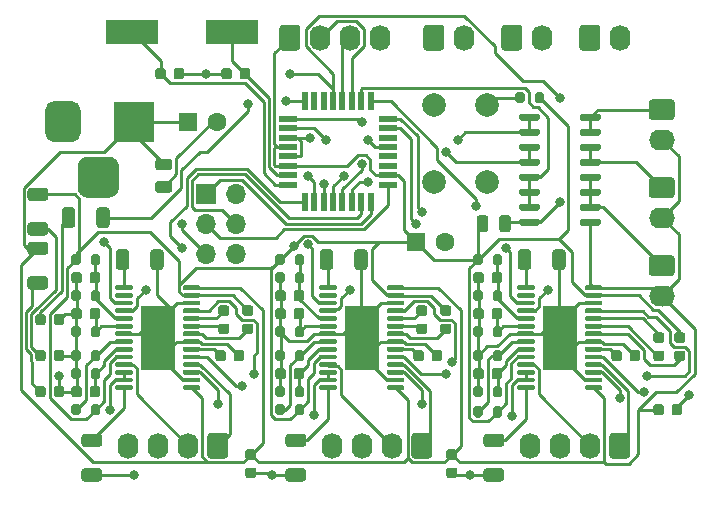
<source format=gbr>
%TF.GenerationSoftware,KiCad,Pcbnew,5.1.9+dfsg1-1*%
%TF.CreationDate,2021-12-01T21:23:14+01:00*%
%TF.ProjectId,stepper_board,73746570-7065-4725-9f62-6f6172642e6b,rev?*%
%TF.SameCoordinates,Original*%
%TF.FileFunction,Copper,L1,Top*%
%TF.FilePolarity,Positive*%
%FSLAX46Y46*%
G04 Gerber Fmt 4.6, Leading zero omitted, Abs format (unit mm)*
G04 Created by KiCad (PCBNEW 5.1.9+dfsg1-1) date 2021-12-01 21:23:14*
%MOMM*%
%LPD*%
G01*
G04 APERTURE LIST*
%TA.AperFunction,ComponentPad*%
%ADD10R,1.600000X1.600000*%
%TD*%
%TA.AperFunction,ComponentPad*%
%ADD11C,1.600000*%
%TD*%
%TA.AperFunction,ComponentPad*%
%ADD12O,1.740000X2.190000*%
%TD*%
%TA.AperFunction,ComponentPad*%
%ADD13O,2.190000X1.740000*%
%TD*%
%TA.AperFunction,ComponentPad*%
%ADD14R,1.700000X1.700000*%
%TD*%
%TA.AperFunction,ComponentPad*%
%ADD15O,1.700000X1.700000*%
%TD*%
%TA.AperFunction,ComponentPad*%
%ADD16C,2.000000*%
%TD*%
%TA.AperFunction,SMDPad,CuDef*%
%ADD17R,1.600000X0.550000*%
%TD*%
%TA.AperFunction,SMDPad,CuDef*%
%ADD18R,0.550000X1.600000*%
%TD*%
%TA.AperFunction,ComponentPad*%
%ADD19C,0.600000*%
%TD*%
%TA.AperFunction,SMDPad,CuDef*%
%ADD20R,2.850000X5.400000*%
%TD*%
%TA.AperFunction,SMDPad,CuDef*%
%ADD21R,4.500000X2.000000*%
%TD*%
%TA.AperFunction,ComponentPad*%
%ADD22R,3.500000X3.500000*%
%TD*%
%TA.AperFunction,ViaPad*%
%ADD23C,0.800000*%
%TD*%
%TA.AperFunction,Conductor*%
%ADD24C,0.250000*%
%TD*%
G04 APERTURE END LIST*
%TO.P,C11,2*%
%TO.N,Net-(C11-Pad2)*%
%TA.AperFunction,SMDPad,CuDef*%
G36*
G01*
X128782000Y-84907000D02*
X129282000Y-84907000D01*
G75*
G02*
X129507000Y-85132000I0J-225000D01*
G01*
X129507000Y-85582000D01*
G75*
G02*
X129282000Y-85807000I-225000J0D01*
G01*
X128782000Y-85807000D01*
G75*
G02*
X128557000Y-85582000I0J225000D01*
G01*
X128557000Y-85132000D01*
G75*
G02*
X128782000Y-84907000I225000J0D01*
G01*
G37*
%TD.AperFunction*%
%TO.P,C11,1*%
%TO.N,+5V*%
%TA.AperFunction,SMDPad,CuDef*%
G36*
G01*
X128782000Y-83357000D02*
X129282000Y-83357000D01*
G75*
G02*
X129507000Y-83582000I0J-225000D01*
G01*
X129507000Y-84032000D01*
G75*
G02*
X129282000Y-84257000I-225000J0D01*
G01*
X128782000Y-84257000D01*
G75*
G02*
X128557000Y-84032000I0J225000D01*
G01*
X128557000Y-83582000D01*
G75*
G02*
X128782000Y-83357000I225000J0D01*
G01*
G37*
%TD.AperFunction*%
%TD*%
%TO.P,R34,1*%
%TO.N,Net-(R33-Pad2)*%
%TA.AperFunction,SMDPad,CuDef*%
G36*
G01*
X79965000Y-85069000D02*
X79965000Y-85619000D01*
G75*
G02*
X79765000Y-85819000I-200000J0D01*
G01*
X79365000Y-85819000D01*
G75*
G02*
X79165000Y-85619000I0J200000D01*
G01*
X79165000Y-85069000D01*
G75*
G02*
X79365000Y-84869000I200000J0D01*
G01*
X79765000Y-84869000D01*
G75*
G02*
X79965000Y-85069000I0J-200000D01*
G01*
G37*
%TD.AperFunction*%
%TO.P,R34,2*%
%TO.N,GND*%
%TA.AperFunction,SMDPad,CuDef*%
G36*
G01*
X78315000Y-85069000D02*
X78315000Y-85619000D01*
G75*
G02*
X78115000Y-85819000I-200000J0D01*
G01*
X77715000Y-85819000D01*
G75*
G02*
X77515000Y-85619000I0J200000D01*
G01*
X77515000Y-85069000D01*
G75*
G02*
X77715000Y-84869000I200000J0D01*
G01*
X78115000Y-84869000D01*
G75*
G02*
X78315000Y-85069000I0J-200000D01*
G01*
G37*
%TD.AperFunction*%
%TD*%
%TO.P,R2,1*%
%TO.N,+5V*%
%TA.AperFunction,SMDPad,CuDef*%
G36*
G01*
X94787000Y-77491000D02*
X94787000Y-76941000D01*
G75*
G02*
X94987000Y-76741000I200000J0D01*
G01*
X95387000Y-76741000D01*
G75*
G02*
X95587000Y-76941000I0J-200000D01*
G01*
X95587000Y-77491000D01*
G75*
G02*
X95387000Y-77691000I-200000J0D01*
G01*
X94987000Y-77691000D01*
G75*
G02*
X94787000Y-77491000I0J200000D01*
G01*
G37*
%TD.AperFunction*%
%TO.P,R2,2*%
%TO.N,Net-(C1-Pad1)*%
%TA.AperFunction,SMDPad,CuDef*%
G36*
G01*
X96437000Y-77491000D02*
X96437000Y-76941000D01*
G75*
G02*
X96637000Y-76741000I200000J0D01*
G01*
X97037000Y-76741000D01*
G75*
G02*
X97237000Y-76941000I0J-200000D01*
G01*
X97237000Y-77491000D01*
G75*
G02*
X97037000Y-77691000I-200000J0D01*
G01*
X96637000Y-77691000D01*
G75*
G02*
X96437000Y-77491000I0J200000D01*
G01*
G37*
%TD.AperFunction*%
%TD*%
%TO.P,C1,2*%
%TO.N,GND*%
%TA.AperFunction,SMDPad,CuDef*%
G36*
G01*
X95687000Y-80014000D02*
X95687000Y-80514000D01*
G75*
G02*
X95462000Y-80739000I-225000J0D01*
G01*
X95012000Y-80739000D01*
G75*
G02*
X94787000Y-80514000I0J225000D01*
G01*
X94787000Y-80014000D01*
G75*
G02*
X95012000Y-79789000I225000J0D01*
G01*
X95462000Y-79789000D01*
G75*
G02*
X95687000Y-80014000I0J-225000D01*
G01*
G37*
%TD.AperFunction*%
%TO.P,C1,1*%
%TO.N,Net-(C1-Pad1)*%
%TA.AperFunction,SMDPad,CuDef*%
G36*
G01*
X97237000Y-80014000D02*
X97237000Y-80514000D01*
G75*
G02*
X97012000Y-80739000I-225000J0D01*
G01*
X96562000Y-80739000D01*
G75*
G02*
X96337000Y-80514000I0J225000D01*
G01*
X96337000Y-80014000D01*
G75*
G02*
X96562000Y-79789000I225000J0D01*
G01*
X97012000Y-79789000D01*
G75*
G02*
X97237000Y-80014000I0J-225000D01*
G01*
G37*
%TD.AperFunction*%
%TD*%
%TO.P,C2,2*%
%TO.N,GND*%
%TA.AperFunction,SMDPad,CuDef*%
G36*
G01*
X95687000Y-81538000D02*
X95687000Y-82038000D01*
G75*
G02*
X95462000Y-82263000I-225000J0D01*
G01*
X95012000Y-82263000D01*
G75*
G02*
X94787000Y-82038000I0J225000D01*
G01*
X94787000Y-81538000D01*
G75*
G02*
X95012000Y-81313000I225000J0D01*
G01*
X95462000Y-81313000D01*
G75*
G02*
X95687000Y-81538000I0J-225000D01*
G01*
G37*
%TD.AperFunction*%
%TO.P,C2,1*%
%TO.N,Net-(C2-Pad1)*%
%TA.AperFunction,SMDPad,CuDef*%
G36*
G01*
X97237000Y-81538000D02*
X97237000Y-82038000D01*
G75*
G02*
X97012000Y-82263000I-225000J0D01*
G01*
X96562000Y-82263000D01*
G75*
G02*
X96337000Y-82038000I0J225000D01*
G01*
X96337000Y-81538000D01*
G75*
G02*
X96562000Y-81313000I225000J0D01*
G01*
X97012000Y-81313000D01*
G75*
G02*
X97237000Y-81538000I0J-225000D01*
G01*
G37*
%TD.AperFunction*%
%TD*%
%TO.P,C3,2*%
%TO.N,GND*%
%TA.AperFunction,SMDPad,CuDef*%
G36*
G01*
X95687000Y-86618000D02*
X95687000Y-87118000D01*
G75*
G02*
X95462000Y-87343000I-225000J0D01*
G01*
X95012000Y-87343000D01*
G75*
G02*
X94787000Y-87118000I0J225000D01*
G01*
X94787000Y-86618000D01*
G75*
G02*
X95012000Y-86393000I225000J0D01*
G01*
X95462000Y-86393000D01*
G75*
G02*
X95687000Y-86618000I0J-225000D01*
G01*
G37*
%TD.AperFunction*%
%TO.P,C3,1*%
%TO.N,Net-(C3-Pad1)*%
%TA.AperFunction,SMDPad,CuDef*%
G36*
G01*
X97237000Y-86618000D02*
X97237000Y-87118000D01*
G75*
G02*
X97012000Y-87343000I-225000J0D01*
G01*
X96562000Y-87343000D01*
G75*
G02*
X96337000Y-87118000I0J225000D01*
G01*
X96337000Y-86618000D01*
G75*
G02*
X96562000Y-86393000I225000J0D01*
G01*
X97012000Y-86393000D01*
G75*
G02*
X97237000Y-86618000I0J-225000D01*
G01*
G37*
%TD.AperFunction*%
%TD*%
%TO.P,C4,2*%
%TO.N,Net-(C4-Pad2)*%
%TA.AperFunction,SMDPad,CuDef*%
G36*
G01*
X107438000Y-81971000D02*
X106938000Y-81971000D01*
G75*
G02*
X106713000Y-81746000I0J225000D01*
G01*
X106713000Y-81296000D01*
G75*
G02*
X106938000Y-81071000I225000J0D01*
G01*
X107438000Y-81071000D01*
G75*
G02*
X107663000Y-81296000I0J-225000D01*
G01*
X107663000Y-81746000D01*
G75*
G02*
X107438000Y-81971000I-225000J0D01*
G01*
G37*
%TD.AperFunction*%
%TO.P,C4,1*%
%TO.N,Net-(C4-Pad1)*%
%TA.AperFunction,SMDPad,CuDef*%
G36*
G01*
X107438000Y-83521000D02*
X106938000Y-83521000D01*
G75*
G02*
X106713000Y-83296000I0J225000D01*
G01*
X106713000Y-82846000D01*
G75*
G02*
X106938000Y-82621000I225000J0D01*
G01*
X107438000Y-82621000D01*
G75*
G02*
X107663000Y-82846000I0J-225000D01*
G01*
X107663000Y-83296000D01*
G75*
G02*
X107438000Y-83521000I-225000J0D01*
G01*
G37*
%TD.AperFunction*%
%TD*%
%TO.P,C5,2*%
%TO.N,Net-(C5-Pad2)*%
%TA.AperFunction,SMDPad,CuDef*%
G36*
G01*
X108970000Y-82621000D02*
X109470000Y-82621000D01*
G75*
G02*
X109695000Y-82846000I0J-225000D01*
G01*
X109695000Y-83296000D01*
G75*
G02*
X109470000Y-83521000I-225000J0D01*
G01*
X108970000Y-83521000D01*
G75*
G02*
X108745000Y-83296000I0J225000D01*
G01*
X108745000Y-82846000D01*
G75*
G02*
X108970000Y-82621000I225000J0D01*
G01*
G37*
%TD.AperFunction*%
%TO.P,C5,1*%
%TO.N,+5V*%
%TA.AperFunction,SMDPad,CuDef*%
G36*
G01*
X108970000Y-81071000D02*
X109470000Y-81071000D01*
G75*
G02*
X109695000Y-81296000I0J-225000D01*
G01*
X109695000Y-81746000D01*
G75*
G02*
X109470000Y-81971000I-225000J0D01*
G01*
X108970000Y-81971000D01*
G75*
G02*
X108745000Y-81746000I0J225000D01*
G01*
X108745000Y-81296000D01*
G75*
G02*
X108970000Y-81071000I225000J0D01*
G01*
G37*
%TD.AperFunction*%
%TD*%
%TO.P,C6,1*%
%TO.N,GND*%
%TA.AperFunction,SMDPad,CuDef*%
G36*
G01*
X108921000Y-85094000D02*
X108921000Y-85594000D01*
G75*
G02*
X108696000Y-85819000I-225000J0D01*
G01*
X108246000Y-85819000D01*
G75*
G02*
X108021000Y-85594000I0J225000D01*
G01*
X108021000Y-85094000D01*
G75*
G02*
X108246000Y-84869000I225000J0D01*
G01*
X108696000Y-84869000D01*
G75*
G02*
X108921000Y-85094000I0J-225000D01*
G01*
G37*
%TD.AperFunction*%
%TO.P,C6,2*%
%TO.N,Net-(C6-Pad2)*%
%TA.AperFunction,SMDPad,CuDef*%
G36*
G01*
X107371000Y-85094000D02*
X107371000Y-85594000D01*
G75*
G02*
X107146000Y-85819000I-225000J0D01*
G01*
X106696000Y-85819000D01*
G75*
G02*
X106471000Y-85594000I0J225000D01*
G01*
X106471000Y-85094000D01*
G75*
G02*
X106696000Y-84869000I225000J0D01*
G01*
X107146000Y-84869000D01*
G75*
G02*
X107371000Y-85094000I0J-225000D01*
G01*
G37*
%TD.AperFunction*%
%TD*%
%TO.P,C7,1*%
%TO.N,Net-(C7-Pad1)*%
%TA.AperFunction,SMDPad,CuDef*%
G36*
G01*
X114001000Y-78490000D02*
X114001000Y-78990000D01*
G75*
G02*
X113776000Y-79215000I-225000J0D01*
G01*
X113326000Y-79215000D01*
G75*
G02*
X113101000Y-78990000I0J225000D01*
G01*
X113101000Y-78490000D01*
G75*
G02*
X113326000Y-78265000I225000J0D01*
G01*
X113776000Y-78265000D01*
G75*
G02*
X114001000Y-78490000I0J-225000D01*
G01*
G37*
%TD.AperFunction*%
%TO.P,C7,2*%
%TO.N,GND*%
%TA.AperFunction,SMDPad,CuDef*%
G36*
G01*
X112451000Y-78490000D02*
X112451000Y-78990000D01*
G75*
G02*
X112226000Y-79215000I-225000J0D01*
G01*
X111776000Y-79215000D01*
G75*
G02*
X111551000Y-78990000I0J225000D01*
G01*
X111551000Y-78490000D01*
G75*
G02*
X111776000Y-78265000I225000J0D01*
G01*
X112226000Y-78265000D01*
G75*
G02*
X112451000Y-78490000I0J-225000D01*
G01*
G37*
%TD.AperFunction*%
%TD*%
%TO.P,C8,2*%
%TO.N,GND*%
%TA.AperFunction,SMDPad,CuDef*%
G36*
G01*
X112451000Y-81538000D02*
X112451000Y-82038000D01*
G75*
G02*
X112226000Y-82263000I-225000J0D01*
G01*
X111776000Y-82263000D01*
G75*
G02*
X111551000Y-82038000I0J225000D01*
G01*
X111551000Y-81538000D01*
G75*
G02*
X111776000Y-81313000I225000J0D01*
G01*
X112226000Y-81313000D01*
G75*
G02*
X112451000Y-81538000I0J-225000D01*
G01*
G37*
%TD.AperFunction*%
%TO.P,C8,1*%
%TO.N,Net-(C8-Pad1)*%
%TA.AperFunction,SMDPad,CuDef*%
G36*
G01*
X114001000Y-81538000D02*
X114001000Y-82038000D01*
G75*
G02*
X113776000Y-82263000I-225000J0D01*
G01*
X113326000Y-82263000D01*
G75*
G02*
X113101000Y-82038000I0J225000D01*
G01*
X113101000Y-81538000D01*
G75*
G02*
X113326000Y-81313000I225000J0D01*
G01*
X113776000Y-81313000D01*
G75*
G02*
X114001000Y-81538000I0J-225000D01*
G01*
G37*
%TD.AperFunction*%
%TD*%
%TO.P,C9,2*%
%TO.N,GND*%
%TA.AperFunction,SMDPad,CuDef*%
G36*
G01*
X112451000Y-86618000D02*
X112451000Y-87118000D01*
G75*
G02*
X112226000Y-87343000I-225000J0D01*
G01*
X111776000Y-87343000D01*
G75*
G02*
X111551000Y-87118000I0J225000D01*
G01*
X111551000Y-86618000D01*
G75*
G02*
X111776000Y-86393000I225000J0D01*
G01*
X112226000Y-86393000D01*
G75*
G02*
X112451000Y-86618000I0J-225000D01*
G01*
G37*
%TD.AperFunction*%
%TO.P,C9,1*%
%TO.N,Net-(C9-Pad1)*%
%TA.AperFunction,SMDPad,CuDef*%
G36*
G01*
X114001000Y-86618000D02*
X114001000Y-87118000D01*
G75*
G02*
X113776000Y-87343000I-225000J0D01*
G01*
X113326000Y-87343000D01*
G75*
G02*
X113101000Y-87118000I0J225000D01*
G01*
X113101000Y-86618000D01*
G75*
G02*
X113326000Y-86393000I225000J0D01*
G01*
X113776000Y-86393000D01*
G75*
G02*
X114001000Y-86618000I0J-225000D01*
G01*
G37*
%TD.AperFunction*%
%TD*%
%TO.P,C10,1*%
%TO.N,Net-(C10-Pad1)*%
%TA.AperFunction,SMDPad,CuDef*%
G36*
G01*
X127504000Y-85807000D02*
X127004000Y-85807000D01*
G75*
G02*
X126779000Y-85582000I0J225000D01*
G01*
X126779000Y-85132000D01*
G75*
G02*
X127004000Y-84907000I225000J0D01*
G01*
X127504000Y-84907000D01*
G75*
G02*
X127729000Y-85132000I0J-225000D01*
G01*
X127729000Y-85582000D01*
G75*
G02*
X127504000Y-85807000I-225000J0D01*
G01*
G37*
%TD.AperFunction*%
%TO.P,C10,2*%
%TO.N,Net-(C10-Pad2)*%
%TA.AperFunction,SMDPad,CuDef*%
G36*
G01*
X127504000Y-84257000D02*
X127004000Y-84257000D01*
G75*
G02*
X126779000Y-84032000I0J225000D01*
G01*
X126779000Y-83582000D01*
G75*
G02*
X127004000Y-83357000I225000J0D01*
G01*
X127504000Y-83357000D01*
G75*
G02*
X127729000Y-83582000I0J-225000D01*
G01*
X127729000Y-84032000D01*
G75*
G02*
X127504000Y-84257000I-225000J0D01*
G01*
G37*
%TD.AperFunction*%
%TD*%
%TO.P,C12,1*%
%TO.N,GND*%
%TA.AperFunction,SMDPad,CuDef*%
G36*
G01*
X125685000Y-85094000D02*
X125685000Y-85594000D01*
G75*
G02*
X125460000Y-85819000I-225000J0D01*
G01*
X125010000Y-85819000D01*
G75*
G02*
X124785000Y-85594000I0J225000D01*
G01*
X124785000Y-85094000D01*
G75*
G02*
X125010000Y-84869000I225000J0D01*
G01*
X125460000Y-84869000D01*
G75*
G02*
X125685000Y-85094000I0J-225000D01*
G01*
G37*
%TD.AperFunction*%
%TO.P,C12,2*%
%TO.N,Net-(C12-Pad2)*%
%TA.AperFunction,SMDPad,CuDef*%
G36*
G01*
X124135000Y-85094000D02*
X124135000Y-85594000D01*
G75*
G02*
X123910000Y-85819000I-225000J0D01*
G01*
X123460000Y-85819000D01*
G75*
G02*
X123235000Y-85594000I0J225000D01*
G01*
X123235000Y-85094000D01*
G75*
G02*
X123460000Y-84869000I225000J0D01*
G01*
X123910000Y-84869000D01*
G75*
G02*
X124135000Y-85094000I0J-225000D01*
G01*
G37*
%TD.AperFunction*%
%TD*%
D10*
%TO.P,C14,1*%
%TO.N,+5V*%
X106680000Y-75692000D03*
D11*
%TO.P,C14,2*%
%TO.N,GND*%
X109180000Y-75692000D03*
%TD*%
%TO.P,C16,1*%
%TO.N,+5V*%
%TA.AperFunction,SMDPad,CuDef*%
G36*
G01*
X111834000Y-74643000D02*
X111834000Y-73693000D01*
G75*
G02*
X112084000Y-73443000I250000J0D01*
G01*
X112584000Y-73443000D01*
G75*
G02*
X112834000Y-73693000I0J-250000D01*
G01*
X112834000Y-74643000D01*
G75*
G02*
X112584000Y-74893000I-250000J0D01*
G01*
X112084000Y-74893000D01*
G75*
G02*
X111834000Y-74643000I0J250000D01*
G01*
G37*
%TD.AperFunction*%
%TO.P,C16,2*%
%TO.N,GND*%
%TA.AperFunction,SMDPad,CuDef*%
G36*
G01*
X113734000Y-74643000D02*
X113734000Y-73693000D01*
G75*
G02*
X113984000Y-73443000I250000J0D01*
G01*
X114484000Y-73443000D01*
G75*
G02*
X114734000Y-73693000I0J-250000D01*
G01*
X114734000Y-74643000D01*
G75*
G02*
X114484000Y-74893000I-250000J0D01*
G01*
X113984000Y-74893000D01*
G75*
G02*
X113734000Y-74643000I0J250000D01*
G01*
G37*
%TD.AperFunction*%
%TD*%
%TO.P,C18,2*%
%TO.N,GND*%
X89876000Y-65532000D03*
D10*
%TO.P,C18,1*%
%TO.N,+12V*%
X87376000Y-65532000D03*
%TD*%
%TO.P,C19,2*%
%TO.N,GND*%
%TA.AperFunction,SMDPad,CuDef*%
G36*
G01*
X84869000Y-70554000D02*
X85819000Y-70554000D01*
G75*
G02*
X86069000Y-70804000I0J-250000D01*
G01*
X86069000Y-71304000D01*
G75*
G02*
X85819000Y-71554000I-250000J0D01*
G01*
X84869000Y-71554000D01*
G75*
G02*
X84619000Y-71304000I0J250000D01*
G01*
X84619000Y-70804000D01*
G75*
G02*
X84869000Y-70554000I250000J0D01*
G01*
G37*
%TD.AperFunction*%
%TO.P,C19,1*%
%TO.N,+12V*%
%TA.AperFunction,SMDPad,CuDef*%
G36*
G01*
X84869000Y-68654000D02*
X85819000Y-68654000D01*
G75*
G02*
X86069000Y-68904000I0J-250000D01*
G01*
X86069000Y-69404000D01*
G75*
G02*
X85819000Y-69654000I-250000J0D01*
G01*
X84869000Y-69654000D01*
G75*
G02*
X84619000Y-69404000I0J250000D01*
G01*
X84619000Y-68904000D01*
G75*
G02*
X84869000Y-68654000I250000J0D01*
G01*
G37*
%TD.AperFunction*%
%TD*%
%TO.P,C20,2*%
%TO.N,GND*%
%TA.AperFunction,SMDPad,CuDef*%
G36*
G01*
X91115000Y-61218000D02*
X91115000Y-61718000D01*
G75*
G02*
X90890000Y-61943000I-225000J0D01*
G01*
X90440000Y-61943000D01*
G75*
G02*
X90215000Y-61718000I0J225000D01*
G01*
X90215000Y-61218000D01*
G75*
G02*
X90440000Y-60993000I225000J0D01*
G01*
X90890000Y-60993000D01*
G75*
G02*
X91115000Y-61218000I0J-225000D01*
G01*
G37*
%TD.AperFunction*%
%TO.P,C20,1*%
%TO.N,/XTAL1*%
%TA.AperFunction,SMDPad,CuDef*%
G36*
G01*
X92665000Y-61218000D02*
X92665000Y-61718000D01*
G75*
G02*
X92440000Y-61943000I-225000J0D01*
G01*
X91990000Y-61943000D01*
G75*
G02*
X91765000Y-61718000I0J225000D01*
G01*
X91765000Y-61218000D01*
G75*
G02*
X91990000Y-60993000I225000J0D01*
G01*
X92440000Y-60993000D01*
G75*
G02*
X92665000Y-61218000I0J-225000D01*
G01*
G37*
%TD.AperFunction*%
%TD*%
%TO.P,C24,1*%
%TO.N,/XTAL2*%
%TA.AperFunction,SMDPad,CuDef*%
G36*
G01*
X84627000Y-61718000D02*
X84627000Y-61218000D01*
G75*
G02*
X84852000Y-60993000I225000J0D01*
G01*
X85302000Y-60993000D01*
G75*
G02*
X85527000Y-61218000I0J-225000D01*
G01*
X85527000Y-61718000D01*
G75*
G02*
X85302000Y-61943000I-225000J0D01*
G01*
X84852000Y-61943000D01*
G75*
G02*
X84627000Y-61718000I0J225000D01*
G01*
G37*
%TD.AperFunction*%
%TO.P,C24,2*%
%TO.N,GND*%
%TA.AperFunction,SMDPad,CuDef*%
G36*
G01*
X86177000Y-61718000D02*
X86177000Y-61218000D01*
G75*
G02*
X86402000Y-60993000I225000J0D01*
G01*
X86852000Y-60993000D01*
G75*
G02*
X87077000Y-61218000I0J-225000D01*
G01*
X87077000Y-61718000D01*
G75*
G02*
X86852000Y-61943000I-225000J0D01*
G01*
X86402000Y-61943000D01*
G75*
G02*
X86177000Y-61718000I0J225000D01*
G01*
G37*
%TD.AperFunction*%
%TD*%
%TO.P,C25,1*%
%TO.N,Net-(C25-Pad1)*%
%TA.AperFunction,SMDPad,CuDef*%
G36*
G01*
X79965000Y-78490000D02*
X79965000Y-78990000D01*
G75*
G02*
X79740000Y-79215000I-225000J0D01*
G01*
X79290000Y-79215000D01*
G75*
G02*
X79065000Y-78990000I0J225000D01*
G01*
X79065000Y-78490000D01*
G75*
G02*
X79290000Y-78265000I225000J0D01*
G01*
X79740000Y-78265000D01*
G75*
G02*
X79965000Y-78490000I0J-225000D01*
G01*
G37*
%TD.AperFunction*%
%TO.P,C25,2*%
%TO.N,GND*%
%TA.AperFunction,SMDPad,CuDef*%
G36*
G01*
X78415000Y-78490000D02*
X78415000Y-78990000D01*
G75*
G02*
X78190000Y-79215000I-225000J0D01*
G01*
X77740000Y-79215000D01*
G75*
G02*
X77515000Y-78990000I0J225000D01*
G01*
X77515000Y-78490000D01*
G75*
G02*
X77740000Y-78265000I225000J0D01*
G01*
X78190000Y-78265000D01*
G75*
G02*
X78415000Y-78490000I0J-225000D01*
G01*
G37*
%TD.AperFunction*%
%TD*%
%TO.P,C26,2*%
%TO.N,GND*%
%TA.AperFunction,SMDPad,CuDef*%
G36*
G01*
X78415000Y-81538000D02*
X78415000Y-82038000D01*
G75*
G02*
X78190000Y-82263000I-225000J0D01*
G01*
X77740000Y-82263000D01*
G75*
G02*
X77515000Y-82038000I0J225000D01*
G01*
X77515000Y-81538000D01*
G75*
G02*
X77740000Y-81313000I225000J0D01*
G01*
X78190000Y-81313000D01*
G75*
G02*
X78415000Y-81538000I0J-225000D01*
G01*
G37*
%TD.AperFunction*%
%TO.P,C26,1*%
%TO.N,Net-(C26-Pad1)*%
%TA.AperFunction,SMDPad,CuDef*%
G36*
G01*
X79965000Y-81538000D02*
X79965000Y-82038000D01*
G75*
G02*
X79740000Y-82263000I-225000J0D01*
G01*
X79290000Y-82263000D01*
G75*
G02*
X79065000Y-82038000I0J225000D01*
G01*
X79065000Y-81538000D01*
G75*
G02*
X79290000Y-81313000I225000J0D01*
G01*
X79740000Y-81313000D01*
G75*
G02*
X79965000Y-81538000I0J-225000D01*
G01*
G37*
%TD.AperFunction*%
%TD*%
%TO.P,C27,1*%
%TO.N,Net-(C27-Pad1)*%
%TA.AperFunction,SMDPad,CuDef*%
G36*
G01*
X79965000Y-88142000D02*
X79965000Y-88642000D01*
G75*
G02*
X79740000Y-88867000I-225000J0D01*
G01*
X79290000Y-88867000D01*
G75*
G02*
X79065000Y-88642000I0J225000D01*
G01*
X79065000Y-88142000D01*
G75*
G02*
X79290000Y-87917000I225000J0D01*
G01*
X79740000Y-87917000D01*
G75*
G02*
X79965000Y-88142000I0J-225000D01*
G01*
G37*
%TD.AperFunction*%
%TO.P,C27,2*%
%TO.N,GND*%
%TA.AperFunction,SMDPad,CuDef*%
G36*
G01*
X78415000Y-88142000D02*
X78415000Y-88642000D01*
G75*
G02*
X78190000Y-88867000I-225000J0D01*
G01*
X77740000Y-88867000D01*
G75*
G02*
X77515000Y-88642000I0J225000D01*
G01*
X77515000Y-88142000D01*
G75*
G02*
X77740000Y-87917000I225000J0D01*
G01*
X78190000Y-87917000D01*
G75*
G02*
X78415000Y-88142000I0J-225000D01*
G01*
G37*
%TD.AperFunction*%
%TD*%
%TO.P,C28,1*%
%TO.N,Net-(C28-Pad1)*%
%TA.AperFunction,SMDPad,CuDef*%
G36*
G01*
X90674000Y-83521000D02*
X90174000Y-83521000D01*
G75*
G02*
X89949000Y-83296000I0J225000D01*
G01*
X89949000Y-82846000D01*
G75*
G02*
X90174000Y-82621000I225000J0D01*
G01*
X90674000Y-82621000D01*
G75*
G02*
X90899000Y-82846000I0J-225000D01*
G01*
X90899000Y-83296000D01*
G75*
G02*
X90674000Y-83521000I-225000J0D01*
G01*
G37*
%TD.AperFunction*%
%TO.P,C28,2*%
%TO.N,Net-(C28-Pad2)*%
%TA.AperFunction,SMDPad,CuDef*%
G36*
G01*
X90674000Y-81971000D02*
X90174000Y-81971000D01*
G75*
G02*
X89949000Y-81746000I0J225000D01*
G01*
X89949000Y-81296000D01*
G75*
G02*
X90174000Y-81071000I225000J0D01*
G01*
X90674000Y-81071000D01*
G75*
G02*
X90899000Y-81296000I0J-225000D01*
G01*
X90899000Y-81746000D01*
G75*
G02*
X90674000Y-81971000I-225000J0D01*
G01*
G37*
%TD.AperFunction*%
%TD*%
%TO.P,C29,1*%
%TO.N,+5V*%
%TA.AperFunction,SMDPad,CuDef*%
G36*
G01*
X92206000Y-81071000D02*
X92706000Y-81071000D01*
G75*
G02*
X92931000Y-81296000I0J-225000D01*
G01*
X92931000Y-81746000D01*
G75*
G02*
X92706000Y-81971000I-225000J0D01*
G01*
X92206000Y-81971000D01*
G75*
G02*
X91981000Y-81746000I0J225000D01*
G01*
X91981000Y-81296000D01*
G75*
G02*
X92206000Y-81071000I225000J0D01*
G01*
G37*
%TD.AperFunction*%
%TO.P,C29,2*%
%TO.N,Net-(C29-Pad2)*%
%TA.AperFunction,SMDPad,CuDef*%
G36*
G01*
X92206000Y-82621000D02*
X92706000Y-82621000D01*
G75*
G02*
X92931000Y-82846000I0J-225000D01*
G01*
X92931000Y-83296000D01*
G75*
G02*
X92706000Y-83521000I-225000J0D01*
G01*
X92206000Y-83521000D01*
G75*
G02*
X91981000Y-83296000I0J225000D01*
G01*
X91981000Y-82846000D01*
G75*
G02*
X92206000Y-82621000I225000J0D01*
G01*
G37*
%TD.AperFunction*%
%TD*%
%TO.P,C30,1*%
%TO.N,GND*%
%TA.AperFunction,SMDPad,CuDef*%
G36*
G01*
X92157000Y-85094000D02*
X92157000Y-85594000D01*
G75*
G02*
X91932000Y-85819000I-225000J0D01*
G01*
X91482000Y-85819000D01*
G75*
G02*
X91257000Y-85594000I0J225000D01*
G01*
X91257000Y-85094000D01*
G75*
G02*
X91482000Y-84869000I225000J0D01*
G01*
X91932000Y-84869000D01*
G75*
G02*
X92157000Y-85094000I0J-225000D01*
G01*
G37*
%TD.AperFunction*%
%TO.P,C30,2*%
%TO.N,Net-(C30-Pad2)*%
%TA.AperFunction,SMDPad,CuDef*%
G36*
G01*
X90607000Y-85094000D02*
X90607000Y-85594000D01*
G75*
G02*
X90382000Y-85819000I-225000J0D01*
G01*
X89932000Y-85819000D01*
G75*
G02*
X89707000Y-85594000I0J225000D01*
G01*
X89707000Y-85094000D01*
G75*
G02*
X89932000Y-84869000I225000J0D01*
G01*
X90382000Y-84869000D01*
G75*
G02*
X90607000Y-85094000I0J-225000D01*
G01*
G37*
%TD.AperFunction*%
%TD*%
%TO.P,ST,1*%
%TO.N,GND*%
%TA.AperFunction,SMDPad,CuDef*%
G36*
G01*
X76917000Y-82039750D02*
X76917000Y-82552250D01*
G75*
G02*
X76698250Y-82771000I-218750J0D01*
G01*
X76260750Y-82771000D01*
G75*
G02*
X76042000Y-82552250I0J218750D01*
G01*
X76042000Y-82039750D01*
G75*
G02*
X76260750Y-81821000I218750J0D01*
G01*
X76698250Y-81821000D01*
G75*
G02*
X76917000Y-82039750I0J-218750D01*
G01*
G37*
%TD.AperFunction*%
%TO.P,ST,2*%
%TO.N,Net-(D1-Pad2)*%
%TA.AperFunction,SMDPad,CuDef*%
G36*
G01*
X75342000Y-82039750D02*
X75342000Y-82552250D01*
G75*
G02*
X75123250Y-82771000I-218750J0D01*
G01*
X74685750Y-82771000D01*
G75*
G02*
X74467000Y-82552250I0J218750D01*
G01*
X74467000Y-82039750D01*
G75*
G02*
X74685750Y-81821000I218750J0D01*
G01*
X75123250Y-81821000D01*
G75*
G02*
X75342000Y-82039750I0J-218750D01*
G01*
G37*
%TD.AperFunction*%
%TD*%
%TO.P,5V,2*%
%TO.N,Net-(D2-Pad2)*%
%TA.AperFunction,SMDPad,CuDef*%
G36*
G01*
X75342000Y-85087750D02*
X75342000Y-85600250D01*
G75*
G02*
X75123250Y-85819000I-218750J0D01*
G01*
X74685750Y-85819000D01*
G75*
G02*
X74467000Y-85600250I0J218750D01*
G01*
X74467000Y-85087750D01*
G75*
G02*
X74685750Y-84869000I218750J0D01*
G01*
X75123250Y-84869000D01*
G75*
G02*
X75342000Y-85087750I0J-218750D01*
G01*
G37*
%TD.AperFunction*%
%TO.P,5V,1*%
%TO.N,GND*%
%TA.AperFunction,SMDPad,CuDef*%
G36*
G01*
X76917000Y-85087750D02*
X76917000Y-85600250D01*
G75*
G02*
X76698250Y-85819000I-218750J0D01*
G01*
X76260750Y-85819000D01*
G75*
G02*
X76042000Y-85600250I0J218750D01*
G01*
X76042000Y-85087750D01*
G75*
G02*
X76260750Y-84869000I218750J0D01*
G01*
X76698250Y-84869000D01*
G75*
G02*
X76917000Y-85087750I0J-218750D01*
G01*
G37*
%TD.AperFunction*%
%TD*%
%TO.P,12V,1*%
%TO.N,GND*%
%TA.AperFunction,SMDPad,CuDef*%
G36*
G01*
X76917000Y-88135750D02*
X76917000Y-88648250D01*
G75*
G02*
X76698250Y-88867000I-218750J0D01*
G01*
X76260750Y-88867000D01*
G75*
G02*
X76042000Y-88648250I0J218750D01*
G01*
X76042000Y-88135750D01*
G75*
G02*
X76260750Y-87917000I218750J0D01*
G01*
X76698250Y-87917000D01*
G75*
G02*
X76917000Y-88135750I0J-218750D01*
G01*
G37*
%TD.AperFunction*%
%TO.P,12V,2*%
%TO.N,Net-(D3-Pad2)*%
%TA.AperFunction,SMDPad,CuDef*%
G36*
G01*
X75342000Y-88135750D02*
X75342000Y-88648250D01*
G75*
G02*
X75123250Y-88867000I-218750J0D01*
G01*
X74685750Y-88867000D01*
G75*
G02*
X74467000Y-88648250I0J218750D01*
G01*
X74467000Y-88135750D01*
G75*
G02*
X74685750Y-87917000I218750J0D01*
G01*
X75123250Y-87917000D01*
G75*
G02*
X75342000Y-88135750I0J-218750D01*
G01*
G37*
%TD.AperFunction*%
%TD*%
%TO.P,St.1,1*%
%TO.N,Net-(J1-Pad1)*%
%TA.AperFunction,ComponentPad*%
G36*
G01*
X108058000Y-92118999D02*
X108058000Y-93809001D01*
G75*
G02*
X107808001Y-94059000I-249999J0D01*
G01*
X106567999Y-94059000D01*
G75*
G02*
X106318000Y-93809001I0J249999D01*
G01*
X106318000Y-92118999D01*
G75*
G02*
X106567999Y-91869000I249999J0D01*
G01*
X107808001Y-91869000D01*
G75*
G02*
X108058000Y-92118999I0J-249999D01*
G01*
G37*
%TD.AperFunction*%
D12*
%TO.P,St.1,2*%
%TO.N,Net-(J1-Pad2)*%
X104648000Y-92964000D03*
%TO.P,St.1,3*%
%TO.N,Net-(J1-Pad3)*%
X102108000Y-92964000D03*
%TO.P,St.1,4*%
%TO.N,Net-(J1-Pad4)*%
X99568000Y-92964000D03*
%TD*%
%TO.P,St.2,4*%
%TO.N,Net-(J2-Pad4)*%
X116332000Y-92964000D03*
%TO.P,St.2,3*%
%TO.N,Net-(J2-Pad3)*%
X118872000Y-92964000D03*
%TO.P,St.2,2*%
%TO.N,Net-(J2-Pad2)*%
X121412000Y-92964000D03*
%TO.P,St.2,1*%
%TO.N,Net-(J2-Pad1)*%
%TA.AperFunction,ComponentPad*%
G36*
G01*
X124822000Y-92118999D02*
X124822000Y-93809001D01*
G75*
G02*
X124572001Y-94059000I-249999J0D01*
G01*
X123331999Y-94059000D01*
G75*
G02*
X123082000Y-93809001I0J249999D01*
G01*
X123082000Y-92118999D01*
G75*
G02*
X123331999Y-91869000I249999J0D01*
G01*
X124572001Y-91869000D01*
G75*
G02*
X124822000Y-92118999I0J-249999D01*
G01*
G37*
%TD.AperFunction*%
%TD*%
D13*
%TO.P,Pump 0,2*%
%TO.N,+12V*%
X127508000Y-67056000D03*
%TO.P,Pump 0,1*%
%TO.N,Net-(J4-Pad1)*%
%TA.AperFunction,ComponentPad*%
G36*
G01*
X126662999Y-63646000D02*
X128353001Y-63646000D01*
G75*
G02*
X128603000Y-63895999I0J-249999D01*
G01*
X128603000Y-65136001D01*
G75*
G02*
X128353001Y-65386000I-249999J0D01*
G01*
X126662999Y-65386000D01*
G75*
G02*
X126413000Y-65136001I0J249999D01*
G01*
X126413000Y-63895999D01*
G75*
G02*
X126662999Y-63646000I249999J0D01*
G01*
G37*
%TD.AperFunction*%
%TD*%
%TO.P,Pump 1,2*%
%TO.N,+12V*%
X127508000Y-73660000D03*
%TO.P,Pump 1,1*%
%TO.N,Net-(J5-Pad1)*%
%TA.AperFunction,ComponentPad*%
G36*
G01*
X126662999Y-70250000D02*
X128353001Y-70250000D01*
G75*
G02*
X128603000Y-70499999I0J-249999D01*
G01*
X128603000Y-71740001D01*
G75*
G02*
X128353001Y-71990000I-249999J0D01*
G01*
X126662999Y-71990000D01*
G75*
G02*
X126413000Y-71740001I0J249999D01*
G01*
X126413000Y-70499999D01*
G75*
G02*
X126662999Y-70250000I249999J0D01*
G01*
G37*
%TD.AperFunction*%
%TD*%
%TO.P,Pump 2,2*%
%TO.N,+12V*%
X127508000Y-80264000D03*
%TO.P,Pump 2,1*%
%TO.N,Net-(J6-Pad1)*%
%TA.AperFunction,ComponentPad*%
G36*
G01*
X126662999Y-76854000D02*
X128353001Y-76854000D01*
G75*
G02*
X128603000Y-77103999I0J-249999D01*
G01*
X128603000Y-78344001D01*
G75*
G02*
X128353001Y-78594000I-249999J0D01*
G01*
X126662999Y-78594000D01*
G75*
G02*
X126413000Y-78344001I0J249999D01*
G01*
X126413000Y-77103999D01*
G75*
G02*
X126662999Y-76854000I249999J0D01*
G01*
G37*
%TD.AperFunction*%
%TD*%
%TO.P,Home 0,1*%
%TO.N,GND*%
%TA.AperFunction,ComponentPad*%
G36*
G01*
X107334000Y-59265001D02*
X107334000Y-57574999D01*
G75*
G02*
X107583999Y-57325000I249999J0D01*
G01*
X108824001Y-57325000D01*
G75*
G02*
X109074000Y-57574999I0J-249999D01*
G01*
X109074000Y-59265001D01*
G75*
G02*
X108824001Y-59515000I-249999J0D01*
G01*
X107583999Y-59515000D01*
G75*
G02*
X107334000Y-59265001I0J249999D01*
G01*
G37*
%TD.AperFunction*%
D12*
%TO.P,Home 0,2*%
%TO.N,/HOME0*%
X110744000Y-58420000D03*
%TD*%
%TO.P,Home 1,1*%
%TO.N,GND*%
%TA.AperFunction,ComponentPad*%
G36*
G01*
X113938000Y-59265001D02*
X113938000Y-57574999D01*
G75*
G02*
X114187999Y-57325000I249999J0D01*
G01*
X115428001Y-57325000D01*
G75*
G02*
X115678000Y-57574999I0J-249999D01*
G01*
X115678000Y-59265001D01*
G75*
G02*
X115428001Y-59515000I-249999J0D01*
G01*
X114187999Y-59515000D01*
G75*
G02*
X113938000Y-59265001I0J249999D01*
G01*
G37*
%TD.AperFunction*%
%TO.P,Home 1,2*%
%TO.N,/HOME1*%
X117348000Y-58420000D03*
%TD*%
%TO.P,Home 2,1*%
%TO.N,GND*%
%TA.AperFunction,ComponentPad*%
G36*
G01*
X120542000Y-59265001D02*
X120542000Y-57574999D01*
G75*
G02*
X120791999Y-57325000I249999J0D01*
G01*
X122032001Y-57325000D01*
G75*
G02*
X122282000Y-57574999I0J-249999D01*
G01*
X122282000Y-59265001D01*
G75*
G02*
X122032001Y-59515000I-249999J0D01*
G01*
X120791999Y-59515000D01*
G75*
G02*
X120542000Y-59265001I0J249999D01*
G01*
G37*
%TD.AperFunction*%
%TO.P,Home 2,2*%
%TO.N,/HOME2*%
X123952000Y-58420000D03*
%TD*%
%TO.P,I2C,1*%
%TO.N,+5V*%
%TA.AperFunction,ComponentPad*%
G36*
G01*
X95142000Y-59265001D02*
X95142000Y-57574999D01*
G75*
G02*
X95391999Y-57325000I249999J0D01*
G01*
X96632001Y-57325000D01*
G75*
G02*
X96882000Y-57574999I0J-249999D01*
G01*
X96882000Y-59265001D01*
G75*
G02*
X96632001Y-59515000I-249999J0D01*
G01*
X95391999Y-59515000D01*
G75*
G02*
X95142000Y-59265001I0J249999D01*
G01*
G37*
%TD.AperFunction*%
%TO.P,I2C,2*%
%TO.N,/I2C_SDA*%
X98552000Y-58420000D03*
%TO.P,I2C,3*%
%TO.N,/I2C_SCL*%
X101092000Y-58420000D03*
%TO.P,I2C,4*%
%TO.N,GND*%
X103632000Y-58420000D03*
%TD*%
D14*
%TO.P,ISP,1*%
%TO.N,/SPI_MISO*%
X88900000Y-71628000D03*
D15*
%TO.P,ISP,2*%
%TO.N,+5V*%
X91440000Y-71628000D03*
%TO.P,ISP,3*%
%TO.N,/SPI_SCK*%
X88900000Y-74168000D03*
%TO.P,ISP,4*%
%TO.N,/SPI_MOSI*%
X91440000Y-74168000D03*
%TO.P,ISP,5*%
%TO.N,/RST*%
X88900000Y-76708000D03*
%TO.P,ISP,6*%
%TO.N,GND*%
X91440000Y-76708000D03*
%TD*%
D12*
%TO.P,St.0,4*%
%TO.N,Net-(J13-Pad4)*%
X82296000Y-92964000D03*
%TO.P,St.0,3*%
%TO.N,Net-(J13-Pad3)*%
X84836000Y-92964000D03*
%TO.P,St.0,2*%
%TO.N,Net-(J13-Pad2)*%
X87376000Y-92964000D03*
%TO.P,St.0,1*%
%TO.N,Net-(J13-Pad1)*%
%TA.AperFunction,ComponentPad*%
G36*
G01*
X90786000Y-92118999D02*
X90786000Y-93809001D01*
G75*
G02*
X90536001Y-94059000I-249999J0D01*
G01*
X89295999Y-94059000D01*
G75*
G02*
X89046000Y-93809001I0J249999D01*
G01*
X89046000Y-92118999D01*
G75*
G02*
X89295999Y-91869000I249999J0D01*
G01*
X90536001Y-91869000D01*
G75*
G02*
X90786000Y-92118999I0J-249999D01*
G01*
G37*
%TD.AperFunction*%
%TD*%
%TO.P,R1,1*%
%TO.N,Net-(C2-Pad1)*%
%TA.AperFunction,SMDPad,CuDef*%
G36*
G01*
X97237000Y-83037000D02*
X97237000Y-83587000D01*
G75*
G02*
X97037000Y-83787000I-200000J0D01*
G01*
X96637000Y-83787000D01*
G75*
G02*
X96437000Y-83587000I0J200000D01*
G01*
X96437000Y-83037000D01*
G75*
G02*
X96637000Y-82837000I200000J0D01*
G01*
X97037000Y-82837000D01*
G75*
G02*
X97237000Y-83037000I0J-200000D01*
G01*
G37*
%TD.AperFunction*%
%TO.P,R1,2*%
%TO.N,GND*%
%TA.AperFunction,SMDPad,CuDef*%
G36*
G01*
X95587000Y-83037000D02*
X95587000Y-83587000D01*
G75*
G02*
X95387000Y-83787000I-200000J0D01*
G01*
X94987000Y-83787000D01*
G75*
G02*
X94787000Y-83587000I0J200000D01*
G01*
X94787000Y-83037000D01*
G75*
G02*
X94987000Y-82837000I200000J0D01*
G01*
X95387000Y-82837000D01*
G75*
G02*
X95587000Y-83037000I0J-200000D01*
G01*
G37*
%TD.AperFunction*%
%TD*%
%TO.P,R3,2*%
%TO.N,GND*%
%TA.AperFunction,SMDPad,CuDef*%
G36*
G01*
X95587000Y-78465000D02*
X95587000Y-79015000D01*
G75*
G02*
X95387000Y-79215000I-200000J0D01*
G01*
X94987000Y-79215000D01*
G75*
G02*
X94787000Y-79015000I0J200000D01*
G01*
X94787000Y-78465000D01*
G75*
G02*
X94987000Y-78265000I200000J0D01*
G01*
X95387000Y-78265000D01*
G75*
G02*
X95587000Y-78465000I0J-200000D01*
G01*
G37*
%TD.AperFunction*%
%TO.P,R3,1*%
%TO.N,Net-(C1-Pad1)*%
%TA.AperFunction,SMDPad,CuDef*%
G36*
G01*
X97237000Y-78465000D02*
X97237000Y-79015000D01*
G75*
G02*
X97037000Y-79215000I-200000J0D01*
G01*
X96637000Y-79215000D01*
G75*
G02*
X96437000Y-79015000I0J200000D01*
G01*
X96437000Y-78465000D01*
G75*
G02*
X96637000Y-78265000I200000J0D01*
G01*
X97037000Y-78265000D01*
G75*
G02*
X97237000Y-78465000I0J-200000D01*
G01*
G37*
%TD.AperFunction*%
%TD*%
%TO.P,R4,2*%
%TO.N,GND*%
%TA.AperFunction,SMDPad,CuDef*%
G36*
G01*
X95587000Y-88117000D02*
X95587000Y-88667000D01*
G75*
G02*
X95387000Y-88867000I-200000J0D01*
G01*
X94987000Y-88867000D01*
G75*
G02*
X94787000Y-88667000I0J200000D01*
G01*
X94787000Y-88117000D01*
G75*
G02*
X94987000Y-87917000I200000J0D01*
G01*
X95387000Y-87917000D01*
G75*
G02*
X95587000Y-88117000I0J-200000D01*
G01*
G37*
%TD.AperFunction*%
%TO.P,R4,1*%
%TO.N,Net-(C3-Pad1)*%
%TA.AperFunction,SMDPad,CuDef*%
G36*
G01*
X97237000Y-88117000D02*
X97237000Y-88667000D01*
G75*
G02*
X97037000Y-88867000I-200000J0D01*
G01*
X96637000Y-88867000D01*
G75*
G02*
X96437000Y-88667000I0J200000D01*
G01*
X96437000Y-88117000D01*
G75*
G02*
X96637000Y-87917000I200000J0D01*
G01*
X97037000Y-87917000D01*
G75*
G02*
X97237000Y-88117000I0J-200000D01*
G01*
G37*
%TD.AperFunction*%
%TD*%
%TO.P,R5,2*%
%TO.N,Net-(R5-Pad2)*%
%TA.AperFunction,SMDPad,CuDef*%
G36*
G01*
X95587000Y-89641000D02*
X95587000Y-90191000D01*
G75*
G02*
X95387000Y-90391000I-200000J0D01*
G01*
X94987000Y-90391000D01*
G75*
G02*
X94787000Y-90191000I0J200000D01*
G01*
X94787000Y-89641000D01*
G75*
G02*
X94987000Y-89441000I200000J0D01*
G01*
X95387000Y-89441000D01*
G75*
G02*
X95587000Y-89641000I0J-200000D01*
G01*
G37*
%TD.AperFunction*%
%TO.P,R5,1*%
%TO.N,+5V*%
%TA.AperFunction,SMDPad,CuDef*%
G36*
G01*
X97237000Y-89641000D02*
X97237000Y-90191000D01*
G75*
G02*
X97037000Y-90391000I-200000J0D01*
G01*
X96637000Y-90391000D01*
G75*
G02*
X96437000Y-90191000I0J200000D01*
G01*
X96437000Y-89641000D01*
G75*
G02*
X96637000Y-89441000I200000J0D01*
G01*
X97037000Y-89441000D01*
G75*
G02*
X97237000Y-89641000I0J-200000D01*
G01*
G37*
%TD.AperFunction*%
%TD*%
%TO.P,R6,1*%
%TO.N,Net-(R5-Pad2)*%
%TA.AperFunction,SMDPad,CuDef*%
G36*
G01*
X97237000Y-85069000D02*
X97237000Y-85619000D01*
G75*
G02*
X97037000Y-85819000I-200000J0D01*
G01*
X96637000Y-85819000D01*
G75*
G02*
X96437000Y-85619000I0J200000D01*
G01*
X96437000Y-85069000D01*
G75*
G02*
X96637000Y-84869000I200000J0D01*
G01*
X97037000Y-84869000D01*
G75*
G02*
X97237000Y-85069000I0J-200000D01*
G01*
G37*
%TD.AperFunction*%
%TO.P,R6,2*%
%TO.N,GND*%
%TA.AperFunction,SMDPad,CuDef*%
G36*
G01*
X95587000Y-85069000D02*
X95587000Y-85619000D01*
G75*
G02*
X95387000Y-85819000I-200000J0D01*
G01*
X94987000Y-85819000D01*
G75*
G02*
X94787000Y-85619000I0J200000D01*
G01*
X94787000Y-85069000D01*
G75*
G02*
X94987000Y-84869000I200000J0D01*
G01*
X95387000Y-84869000D01*
G75*
G02*
X95587000Y-85069000I0J-200000D01*
G01*
G37*
%TD.AperFunction*%
%TD*%
%TO.P,R7,2*%
%TO.N,GND*%
%TA.AperFunction,SMDPad,CuDef*%
G36*
G01*
X101484000Y-77841001D02*
X101484000Y-76590999D01*
G75*
G02*
X101733999Y-76341000I249999J0D01*
G01*
X102359001Y-76341000D01*
G75*
G02*
X102609000Y-76590999I0J-249999D01*
G01*
X102609000Y-77841001D01*
G75*
G02*
X102359001Y-78091000I-249999J0D01*
G01*
X101733999Y-78091000D01*
G75*
G02*
X101484000Y-77841001I0J249999D01*
G01*
G37*
%TD.AperFunction*%
%TO.P,R7,1*%
%TO.N,Net-(R7-Pad1)*%
%TA.AperFunction,SMDPad,CuDef*%
G36*
G01*
X98559000Y-77841001D02*
X98559000Y-76590999D01*
G75*
G02*
X98808999Y-76341000I249999J0D01*
G01*
X99434001Y-76341000D01*
G75*
G02*
X99684000Y-76590999I0J-249999D01*
G01*
X99684000Y-77841001D01*
G75*
G02*
X99434001Y-78091000I-249999J0D01*
G01*
X98808999Y-78091000D01*
G75*
G02*
X98559000Y-77841001I0J249999D01*
G01*
G37*
%TD.AperFunction*%
%TD*%
%TO.P,R8,2*%
%TO.N,GND*%
%TA.AperFunction,SMDPad,CuDef*%
G36*
G01*
X95894999Y-94880000D02*
X97145001Y-94880000D01*
G75*
G02*
X97395000Y-95129999I0J-249999D01*
G01*
X97395000Y-95755001D01*
G75*
G02*
X97145001Y-96005000I-249999J0D01*
G01*
X95894999Y-96005000D01*
G75*
G02*
X95645000Y-95755001I0J249999D01*
G01*
X95645000Y-95129999D01*
G75*
G02*
X95894999Y-94880000I249999J0D01*
G01*
G37*
%TD.AperFunction*%
%TO.P,R8,1*%
%TO.N,Net-(R8-Pad1)*%
%TA.AperFunction,SMDPad,CuDef*%
G36*
G01*
X95894999Y-91955000D02*
X97145001Y-91955000D01*
G75*
G02*
X97395000Y-92204999I0J-249999D01*
G01*
X97395000Y-92830001D01*
G75*
G02*
X97145001Y-93080000I-249999J0D01*
G01*
X95894999Y-93080000D01*
G75*
G02*
X95645000Y-92830001I0J249999D01*
G01*
X95645000Y-92204999D01*
G75*
G02*
X95894999Y-91955000I249999J0D01*
G01*
G37*
%TD.AperFunction*%
%TD*%
%TO.P,R9,2*%
%TO.N,GND*%
%TA.AperFunction,SMDPad,CuDef*%
G36*
G01*
X112351000Y-83037000D02*
X112351000Y-83587000D01*
G75*
G02*
X112151000Y-83787000I-200000J0D01*
G01*
X111751000Y-83787000D01*
G75*
G02*
X111551000Y-83587000I0J200000D01*
G01*
X111551000Y-83037000D01*
G75*
G02*
X111751000Y-82837000I200000J0D01*
G01*
X112151000Y-82837000D01*
G75*
G02*
X112351000Y-83037000I0J-200000D01*
G01*
G37*
%TD.AperFunction*%
%TO.P,R9,1*%
%TO.N,Net-(C8-Pad1)*%
%TA.AperFunction,SMDPad,CuDef*%
G36*
G01*
X114001000Y-83037000D02*
X114001000Y-83587000D01*
G75*
G02*
X113801000Y-83787000I-200000J0D01*
G01*
X113401000Y-83787000D01*
G75*
G02*
X113201000Y-83587000I0J200000D01*
G01*
X113201000Y-83037000D01*
G75*
G02*
X113401000Y-82837000I200000J0D01*
G01*
X113801000Y-82837000D01*
G75*
G02*
X114001000Y-83037000I0J-200000D01*
G01*
G37*
%TD.AperFunction*%
%TD*%
%TO.P,R10,2*%
%TO.N,Net-(C7-Pad1)*%
%TA.AperFunction,SMDPad,CuDef*%
G36*
G01*
X113201000Y-77491000D02*
X113201000Y-76941000D01*
G75*
G02*
X113401000Y-76741000I200000J0D01*
G01*
X113801000Y-76741000D01*
G75*
G02*
X114001000Y-76941000I0J-200000D01*
G01*
X114001000Y-77491000D01*
G75*
G02*
X113801000Y-77691000I-200000J0D01*
G01*
X113401000Y-77691000D01*
G75*
G02*
X113201000Y-77491000I0J200000D01*
G01*
G37*
%TD.AperFunction*%
%TO.P,R10,1*%
%TO.N,+5V*%
%TA.AperFunction,SMDPad,CuDef*%
G36*
G01*
X111551000Y-77491000D02*
X111551000Y-76941000D01*
G75*
G02*
X111751000Y-76741000I200000J0D01*
G01*
X112151000Y-76741000D01*
G75*
G02*
X112351000Y-76941000I0J-200000D01*
G01*
X112351000Y-77491000D01*
G75*
G02*
X112151000Y-77691000I-200000J0D01*
G01*
X111751000Y-77691000D01*
G75*
G02*
X111551000Y-77491000I0J200000D01*
G01*
G37*
%TD.AperFunction*%
%TD*%
%TO.P,R11,1*%
%TO.N,Net-(C7-Pad1)*%
%TA.AperFunction,SMDPad,CuDef*%
G36*
G01*
X114001000Y-79989000D02*
X114001000Y-80539000D01*
G75*
G02*
X113801000Y-80739000I-200000J0D01*
G01*
X113401000Y-80739000D01*
G75*
G02*
X113201000Y-80539000I0J200000D01*
G01*
X113201000Y-79989000D01*
G75*
G02*
X113401000Y-79789000I200000J0D01*
G01*
X113801000Y-79789000D01*
G75*
G02*
X114001000Y-79989000I0J-200000D01*
G01*
G37*
%TD.AperFunction*%
%TO.P,R11,2*%
%TO.N,GND*%
%TA.AperFunction,SMDPad,CuDef*%
G36*
G01*
X112351000Y-79989000D02*
X112351000Y-80539000D01*
G75*
G02*
X112151000Y-80739000I-200000J0D01*
G01*
X111751000Y-80739000D01*
G75*
G02*
X111551000Y-80539000I0J200000D01*
G01*
X111551000Y-79989000D01*
G75*
G02*
X111751000Y-79789000I200000J0D01*
G01*
X112151000Y-79789000D01*
G75*
G02*
X112351000Y-79989000I0J-200000D01*
G01*
G37*
%TD.AperFunction*%
%TD*%
%TO.P,R12,1*%
%TO.N,Net-(C9-Pad1)*%
%TA.AperFunction,SMDPad,CuDef*%
G36*
G01*
X114001000Y-88117000D02*
X114001000Y-88667000D01*
G75*
G02*
X113801000Y-88867000I-200000J0D01*
G01*
X113401000Y-88867000D01*
G75*
G02*
X113201000Y-88667000I0J200000D01*
G01*
X113201000Y-88117000D01*
G75*
G02*
X113401000Y-87917000I200000J0D01*
G01*
X113801000Y-87917000D01*
G75*
G02*
X114001000Y-88117000I0J-200000D01*
G01*
G37*
%TD.AperFunction*%
%TO.P,R12,2*%
%TO.N,GND*%
%TA.AperFunction,SMDPad,CuDef*%
G36*
G01*
X112351000Y-88117000D02*
X112351000Y-88667000D01*
G75*
G02*
X112151000Y-88867000I-200000J0D01*
G01*
X111751000Y-88867000D01*
G75*
G02*
X111551000Y-88667000I0J200000D01*
G01*
X111551000Y-88117000D01*
G75*
G02*
X111751000Y-87917000I200000J0D01*
G01*
X112151000Y-87917000D01*
G75*
G02*
X112351000Y-88117000I0J-200000D01*
G01*
G37*
%TD.AperFunction*%
%TD*%
%TO.P,R13,1*%
%TO.N,+5V*%
%TA.AperFunction,SMDPad,CuDef*%
G36*
G01*
X114001000Y-89832000D02*
X114001000Y-90382000D01*
G75*
G02*
X113801000Y-90582000I-200000J0D01*
G01*
X113401000Y-90582000D01*
G75*
G02*
X113201000Y-90382000I0J200000D01*
G01*
X113201000Y-89832000D01*
G75*
G02*
X113401000Y-89632000I200000J0D01*
G01*
X113801000Y-89632000D01*
G75*
G02*
X114001000Y-89832000I0J-200000D01*
G01*
G37*
%TD.AperFunction*%
%TO.P,R13,2*%
%TO.N,Net-(R13-Pad2)*%
%TA.AperFunction,SMDPad,CuDef*%
G36*
G01*
X112351000Y-89832000D02*
X112351000Y-90382000D01*
G75*
G02*
X112151000Y-90582000I-200000J0D01*
G01*
X111751000Y-90582000D01*
G75*
G02*
X111551000Y-90382000I0J200000D01*
G01*
X111551000Y-89832000D01*
G75*
G02*
X111751000Y-89632000I200000J0D01*
G01*
X112151000Y-89632000D01*
G75*
G02*
X112351000Y-89832000I0J-200000D01*
G01*
G37*
%TD.AperFunction*%
%TD*%
%TO.P,R14,2*%
%TO.N,GND*%
%TA.AperFunction,SMDPad,CuDef*%
G36*
G01*
X112351000Y-85069000D02*
X112351000Y-85619000D01*
G75*
G02*
X112151000Y-85819000I-200000J0D01*
G01*
X111751000Y-85819000D01*
G75*
G02*
X111551000Y-85619000I0J200000D01*
G01*
X111551000Y-85069000D01*
G75*
G02*
X111751000Y-84869000I200000J0D01*
G01*
X112151000Y-84869000D01*
G75*
G02*
X112351000Y-85069000I0J-200000D01*
G01*
G37*
%TD.AperFunction*%
%TO.P,R14,1*%
%TO.N,Net-(R13-Pad2)*%
%TA.AperFunction,SMDPad,CuDef*%
G36*
G01*
X114001000Y-85069000D02*
X114001000Y-85619000D01*
G75*
G02*
X113801000Y-85819000I-200000J0D01*
G01*
X113401000Y-85819000D01*
G75*
G02*
X113201000Y-85619000I0J200000D01*
G01*
X113201000Y-85069000D01*
G75*
G02*
X113401000Y-84869000I200000J0D01*
G01*
X113801000Y-84869000D01*
G75*
G02*
X114001000Y-85069000I0J-200000D01*
G01*
G37*
%TD.AperFunction*%
%TD*%
%TO.P,R15,2*%
%TO.N,GND*%
%TA.AperFunction,SMDPad,CuDef*%
G36*
G01*
X118248000Y-77841001D02*
X118248000Y-76590999D01*
G75*
G02*
X118497999Y-76341000I249999J0D01*
G01*
X119123001Y-76341000D01*
G75*
G02*
X119373000Y-76590999I0J-249999D01*
G01*
X119373000Y-77841001D01*
G75*
G02*
X119123001Y-78091000I-249999J0D01*
G01*
X118497999Y-78091000D01*
G75*
G02*
X118248000Y-77841001I0J249999D01*
G01*
G37*
%TD.AperFunction*%
%TO.P,R15,1*%
%TO.N,Net-(R15-Pad1)*%
%TA.AperFunction,SMDPad,CuDef*%
G36*
G01*
X115323000Y-77841001D02*
X115323000Y-76590999D01*
G75*
G02*
X115572999Y-76341000I249999J0D01*
G01*
X116198001Y-76341000D01*
G75*
G02*
X116448000Y-76590999I0J-249999D01*
G01*
X116448000Y-77841001D01*
G75*
G02*
X116198001Y-78091000I-249999J0D01*
G01*
X115572999Y-78091000D01*
G75*
G02*
X115323000Y-77841001I0J249999D01*
G01*
G37*
%TD.AperFunction*%
%TD*%
%TO.P,R16,1*%
%TO.N,Net-(R16-Pad1)*%
%TA.AperFunction,SMDPad,CuDef*%
G36*
G01*
X112658999Y-91955000D02*
X113909001Y-91955000D01*
G75*
G02*
X114159000Y-92204999I0J-249999D01*
G01*
X114159000Y-92830001D01*
G75*
G02*
X113909001Y-93080000I-249999J0D01*
G01*
X112658999Y-93080000D01*
G75*
G02*
X112409000Y-92830001I0J249999D01*
G01*
X112409000Y-92204999D01*
G75*
G02*
X112658999Y-91955000I249999J0D01*
G01*
G37*
%TD.AperFunction*%
%TO.P,R16,2*%
%TO.N,GND*%
%TA.AperFunction,SMDPad,CuDef*%
G36*
G01*
X112658999Y-94880000D02*
X113909001Y-94880000D01*
G75*
G02*
X114159000Y-95129999I0J-249999D01*
G01*
X114159000Y-95755001D01*
G75*
G02*
X113909001Y-96005000I-249999J0D01*
G01*
X112658999Y-96005000D01*
G75*
G02*
X112409000Y-95755001I0J249999D01*
G01*
X112409000Y-95129999D01*
G75*
G02*
X112658999Y-94880000I249999J0D01*
G01*
G37*
%TD.AperFunction*%
%TD*%
%TO.P,R25,2*%
%TO.N,Net-(D1-Pad2)*%
%TA.AperFunction,SMDPad,CuDef*%
G36*
G01*
X77840000Y-73034999D02*
X77840000Y-74285001D01*
G75*
G02*
X77590001Y-74535000I-249999J0D01*
G01*
X76964999Y-74535000D01*
G75*
G02*
X76715000Y-74285001I0J249999D01*
G01*
X76715000Y-73034999D01*
G75*
G02*
X76964999Y-72785000I249999J0D01*
G01*
X77590001Y-72785000D01*
G75*
G02*
X77840000Y-73034999I0J-249999D01*
G01*
G37*
%TD.AperFunction*%
%TO.P,R25,1*%
%TO.N,/STATUS*%
%TA.AperFunction,SMDPad,CuDef*%
G36*
G01*
X80765000Y-73034999D02*
X80765000Y-74285001D01*
G75*
G02*
X80515001Y-74535000I-249999J0D01*
G01*
X79889999Y-74535000D01*
G75*
G02*
X79640000Y-74285001I0J249999D01*
G01*
X79640000Y-73034999D01*
G75*
G02*
X79889999Y-72785000I249999J0D01*
G01*
X80515001Y-72785000D01*
G75*
G02*
X80765000Y-73034999I0J-249999D01*
G01*
G37*
%TD.AperFunction*%
%TD*%
%TO.P,R26,1*%
%TO.N,+5V*%
%TA.AperFunction,SMDPad,CuDef*%
G36*
G01*
X74050999Y-71127000D02*
X75301001Y-71127000D01*
G75*
G02*
X75551000Y-71376999I0J-249999D01*
G01*
X75551000Y-72002001D01*
G75*
G02*
X75301001Y-72252000I-249999J0D01*
G01*
X74050999Y-72252000D01*
G75*
G02*
X73801000Y-72002001I0J249999D01*
G01*
X73801000Y-71376999D01*
G75*
G02*
X74050999Y-71127000I249999J0D01*
G01*
G37*
%TD.AperFunction*%
%TO.P,R26,2*%
%TO.N,Net-(D2-Pad2)*%
%TA.AperFunction,SMDPad,CuDef*%
G36*
G01*
X74050999Y-74052000D02*
X75301001Y-74052000D01*
G75*
G02*
X75551000Y-74301999I0J-249999D01*
G01*
X75551000Y-74927001D01*
G75*
G02*
X75301001Y-75177000I-249999J0D01*
G01*
X74050999Y-75177000D01*
G75*
G02*
X73801000Y-74927001I0J249999D01*
G01*
X73801000Y-74301999D01*
G75*
G02*
X74050999Y-74052000I249999J0D01*
G01*
G37*
%TD.AperFunction*%
%TD*%
%TO.P,R27,1*%
%TO.N,+12V*%
%TA.AperFunction,SMDPad,CuDef*%
G36*
G01*
X74050999Y-75699000D02*
X75301001Y-75699000D01*
G75*
G02*
X75551000Y-75948999I0J-249999D01*
G01*
X75551000Y-76574001D01*
G75*
G02*
X75301001Y-76824000I-249999J0D01*
G01*
X74050999Y-76824000D01*
G75*
G02*
X73801000Y-76574001I0J249999D01*
G01*
X73801000Y-75948999D01*
G75*
G02*
X74050999Y-75699000I249999J0D01*
G01*
G37*
%TD.AperFunction*%
%TO.P,R27,2*%
%TO.N,Net-(D3-Pad2)*%
%TA.AperFunction,SMDPad,CuDef*%
G36*
G01*
X74050999Y-78624000D02*
X75301001Y-78624000D01*
G75*
G02*
X75551000Y-78873999I0J-249999D01*
G01*
X75551000Y-79499001D01*
G75*
G02*
X75301001Y-79749000I-249999J0D01*
G01*
X74050999Y-79749000D01*
G75*
G02*
X73801000Y-79499001I0J249999D01*
G01*
X73801000Y-78873999D01*
G75*
G02*
X74050999Y-78624000I249999J0D01*
G01*
G37*
%TD.AperFunction*%
%TD*%
%TO.P,R28,1*%
%TO.N,+5V*%
%TA.AperFunction,SMDPad,CuDef*%
G36*
G01*
X117557000Y-63225000D02*
X117557000Y-63775000D01*
G75*
G02*
X117357000Y-63975000I-200000J0D01*
G01*
X116957000Y-63975000D01*
G75*
G02*
X116757000Y-63775000I0J200000D01*
G01*
X116757000Y-63225000D01*
G75*
G02*
X116957000Y-63025000I200000J0D01*
G01*
X117357000Y-63025000D01*
G75*
G02*
X117557000Y-63225000I0J-200000D01*
G01*
G37*
%TD.AperFunction*%
%TO.P,R28,2*%
%TO.N,/RST*%
%TA.AperFunction,SMDPad,CuDef*%
G36*
G01*
X115907000Y-63225000D02*
X115907000Y-63775000D01*
G75*
G02*
X115707000Y-63975000I-200000J0D01*
G01*
X115307000Y-63975000D01*
G75*
G02*
X115107000Y-63775000I0J200000D01*
G01*
X115107000Y-63225000D01*
G75*
G02*
X115307000Y-63025000I200000J0D01*
G01*
X115707000Y-63025000D01*
G75*
G02*
X115907000Y-63225000I0J-200000D01*
G01*
G37*
%TD.AperFunction*%
%TD*%
%TO.P,R29,2*%
%TO.N,GND*%
%TA.AperFunction,SMDPad,CuDef*%
G36*
G01*
X78315000Y-83037000D02*
X78315000Y-83587000D01*
G75*
G02*
X78115000Y-83787000I-200000J0D01*
G01*
X77715000Y-83787000D01*
G75*
G02*
X77515000Y-83587000I0J200000D01*
G01*
X77515000Y-83037000D01*
G75*
G02*
X77715000Y-82837000I200000J0D01*
G01*
X78115000Y-82837000D01*
G75*
G02*
X78315000Y-83037000I0J-200000D01*
G01*
G37*
%TD.AperFunction*%
%TO.P,R29,1*%
%TO.N,Net-(C26-Pad1)*%
%TA.AperFunction,SMDPad,CuDef*%
G36*
G01*
X79965000Y-83037000D02*
X79965000Y-83587000D01*
G75*
G02*
X79765000Y-83787000I-200000J0D01*
G01*
X79365000Y-83787000D01*
G75*
G02*
X79165000Y-83587000I0J200000D01*
G01*
X79165000Y-83037000D01*
G75*
G02*
X79365000Y-82837000I200000J0D01*
G01*
X79765000Y-82837000D01*
G75*
G02*
X79965000Y-83037000I0J-200000D01*
G01*
G37*
%TD.AperFunction*%
%TD*%
%TO.P,R30,1*%
%TO.N,+5V*%
%TA.AperFunction,SMDPad,CuDef*%
G36*
G01*
X77515000Y-77491000D02*
X77515000Y-76941000D01*
G75*
G02*
X77715000Y-76741000I200000J0D01*
G01*
X78115000Y-76741000D01*
G75*
G02*
X78315000Y-76941000I0J-200000D01*
G01*
X78315000Y-77491000D01*
G75*
G02*
X78115000Y-77691000I-200000J0D01*
G01*
X77715000Y-77691000D01*
G75*
G02*
X77515000Y-77491000I0J200000D01*
G01*
G37*
%TD.AperFunction*%
%TO.P,R30,2*%
%TO.N,Net-(C25-Pad1)*%
%TA.AperFunction,SMDPad,CuDef*%
G36*
G01*
X79165000Y-77491000D02*
X79165000Y-76941000D01*
G75*
G02*
X79365000Y-76741000I200000J0D01*
G01*
X79765000Y-76741000D01*
G75*
G02*
X79965000Y-76941000I0J-200000D01*
G01*
X79965000Y-77491000D01*
G75*
G02*
X79765000Y-77691000I-200000J0D01*
G01*
X79365000Y-77691000D01*
G75*
G02*
X79165000Y-77491000I0J200000D01*
G01*
G37*
%TD.AperFunction*%
%TD*%
%TO.P,R31,2*%
%TO.N,GND*%
%TA.AperFunction,SMDPad,CuDef*%
G36*
G01*
X78315000Y-79989000D02*
X78315000Y-80539000D01*
G75*
G02*
X78115000Y-80739000I-200000J0D01*
G01*
X77715000Y-80739000D01*
G75*
G02*
X77515000Y-80539000I0J200000D01*
G01*
X77515000Y-79989000D01*
G75*
G02*
X77715000Y-79789000I200000J0D01*
G01*
X78115000Y-79789000D01*
G75*
G02*
X78315000Y-79989000I0J-200000D01*
G01*
G37*
%TD.AperFunction*%
%TO.P,R31,1*%
%TO.N,Net-(C25-Pad1)*%
%TA.AperFunction,SMDPad,CuDef*%
G36*
G01*
X79965000Y-79989000D02*
X79965000Y-80539000D01*
G75*
G02*
X79765000Y-80739000I-200000J0D01*
G01*
X79365000Y-80739000D01*
G75*
G02*
X79165000Y-80539000I0J200000D01*
G01*
X79165000Y-79989000D01*
G75*
G02*
X79365000Y-79789000I200000J0D01*
G01*
X79765000Y-79789000D01*
G75*
G02*
X79965000Y-79989000I0J-200000D01*
G01*
G37*
%TD.AperFunction*%
%TD*%
%TO.P,R32,1*%
%TO.N,Net-(C27-Pad1)*%
%TA.AperFunction,SMDPad,CuDef*%
G36*
G01*
X79965000Y-86593000D02*
X79965000Y-87143000D01*
G75*
G02*
X79765000Y-87343000I-200000J0D01*
G01*
X79365000Y-87343000D01*
G75*
G02*
X79165000Y-87143000I0J200000D01*
G01*
X79165000Y-86593000D01*
G75*
G02*
X79365000Y-86393000I200000J0D01*
G01*
X79765000Y-86393000D01*
G75*
G02*
X79965000Y-86593000I0J-200000D01*
G01*
G37*
%TD.AperFunction*%
%TO.P,R32,2*%
%TO.N,GND*%
%TA.AperFunction,SMDPad,CuDef*%
G36*
G01*
X78315000Y-86593000D02*
X78315000Y-87143000D01*
G75*
G02*
X78115000Y-87343000I-200000J0D01*
G01*
X77715000Y-87343000D01*
G75*
G02*
X77515000Y-87143000I0J200000D01*
G01*
X77515000Y-86593000D01*
G75*
G02*
X77715000Y-86393000I200000J0D01*
G01*
X78115000Y-86393000D01*
G75*
G02*
X78315000Y-86593000I0J-200000D01*
G01*
G37*
%TD.AperFunction*%
%TD*%
%TO.P,R33,2*%
%TO.N,Net-(R33-Pad2)*%
%TA.AperFunction,SMDPad,CuDef*%
G36*
G01*
X78315000Y-89641000D02*
X78315000Y-90191000D01*
G75*
G02*
X78115000Y-90391000I-200000J0D01*
G01*
X77715000Y-90391000D01*
G75*
G02*
X77515000Y-90191000I0J200000D01*
G01*
X77515000Y-89641000D01*
G75*
G02*
X77715000Y-89441000I200000J0D01*
G01*
X78115000Y-89441000D01*
G75*
G02*
X78315000Y-89641000I0J-200000D01*
G01*
G37*
%TD.AperFunction*%
%TO.P,R33,1*%
%TO.N,+5V*%
%TA.AperFunction,SMDPad,CuDef*%
G36*
G01*
X79965000Y-89641000D02*
X79965000Y-90191000D01*
G75*
G02*
X79765000Y-90391000I-200000J0D01*
G01*
X79365000Y-90391000D01*
G75*
G02*
X79165000Y-90191000I0J200000D01*
G01*
X79165000Y-89641000D01*
G75*
G02*
X79365000Y-89441000I200000J0D01*
G01*
X79765000Y-89441000D01*
G75*
G02*
X79965000Y-89641000I0J-200000D01*
G01*
G37*
%TD.AperFunction*%
%TD*%
%TO.P,R35,1*%
%TO.N,Net-(R35-Pad1)*%
%TA.AperFunction,SMDPad,CuDef*%
G36*
G01*
X81287000Y-77841001D02*
X81287000Y-76590999D01*
G75*
G02*
X81536999Y-76341000I249999J0D01*
G01*
X82162001Y-76341000D01*
G75*
G02*
X82412000Y-76590999I0J-249999D01*
G01*
X82412000Y-77841001D01*
G75*
G02*
X82162001Y-78091000I-249999J0D01*
G01*
X81536999Y-78091000D01*
G75*
G02*
X81287000Y-77841001I0J249999D01*
G01*
G37*
%TD.AperFunction*%
%TO.P,R35,2*%
%TO.N,GND*%
%TA.AperFunction,SMDPad,CuDef*%
G36*
G01*
X84212000Y-77841001D02*
X84212000Y-76590999D01*
G75*
G02*
X84461999Y-76341000I249999J0D01*
G01*
X85087001Y-76341000D01*
G75*
G02*
X85337000Y-76590999I0J-249999D01*
G01*
X85337000Y-77841001D01*
G75*
G02*
X85087001Y-78091000I-249999J0D01*
G01*
X84461999Y-78091000D01*
G75*
G02*
X84212000Y-77841001I0J249999D01*
G01*
G37*
%TD.AperFunction*%
%TD*%
%TO.P,R36,1*%
%TO.N,Net-(R36-Pad1)*%
%TA.AperFunction,SMDPad,CuDef*%
G36*
G01*
X78622999Y-91955000D02*
X79873001Y-91955000D01*
G75*
G02*
X80123000Y-92204999I0J-249999D01*
G01*
X80123000Y-92830001D01*
G75*
G02*
X79873001Y-93080000I-249999J0D01*
G01*
X78622999Y-93080000D01*
G75*
G02*
X78373000Y-92830001I0J249999D01*
G01*
X78373000Y-92204999D01*
G75*
G02*
X78622999Y-91955000I249999J0D01*
G01*
G37*
%TD.AperFunction*%
%TO.P,R36,2*%
%TO.N,GND*%
%TA.AperFunction,SMDPad,CuDef*%
G36*
G01*
X78622999Y-94880000D02*
X79873001Y-94880000D01*
G75*
G02*
X80123000Y-95129999I0J-249999D01*
G01*
X80123000Y-95755001D01*
G75*
G02*
X79873001Y-96005000I-249999J0D01*
G01*
X78622999Y-96005000D01*
G75*
G02*
X78373000Y-95755001I0J249999D01*
G01*
X78373000Y-95129999D01*
G75*
G02*
X78622999Y-94880000I249999J0D01*
G01*
G37*
%TD.AperFunction*%
%TD*%
D16*
%TO.P,RESET,2*%
%TO.N,/RST*%
X112704000Y-70612000D03*
%TO.P,RESET,1*%
%TO.N,GND*%
X108204000Y-70612000D03*
%TO.P,RESET,2*%
%TO.N,/RST*%
X112704000Y-64112000D03*
%TO.P,RESET,1*%
%TO.N,GND*%
X108204000Y-64112000D03*
%TD*%
D17*
%TO.P,U1,1*%
%TO.N,/STEP2*%
X95826000Y-65272000D03*
%TO.P,U1,2*%
%TO.N,/HOME0*%
X95826000Y-66072000D03*
%TO.P,U1,3*%
%TO.N,GND*%
X95826000Y-66872000D03*
%TO.P,U1,4*%
%TO.N,+5V*%
X95826000Y-67672000D03*
%TO.P,U1,5*%
%TO.N,GND*%
X95826000Y-68472000D03*
%TO.P,U1,6*%
%TO.N,+5V*%
X95826000Y-69272000D03*
%TO.P,U1,7*%
%TO.N,/XTAL1*%
X95826000Y-70072000D03*
%TO.P,U1,8*%
%TO.N,/XTAL2*%
X95826000Y-70872000D03*
D18*
%TO.P,U1,9*%
%TO.N,/STEP0*%
X97276000Y-72322000D03*
%TO.P,U1,10*%
%TO.N,/HOME1*%
X98076000Y-72322000D03*
%TO.P,U1,11*%
%TO.N,/HOME2*%
X98876000Y-72322000D03*
%TO.P,U1,12*%
%TO.N,/PUMP0*%
X99676000Y-72322000D03*
%TO.P,U1,13*%
%TO.N,/PUMP1*%
X100476000Y-72322000D03*
%TO.P,U1,14*%
%TO.N,/STEP1*%
X101276000Y-72322000D03*
%TO.P,U1,15*%
%TO.N,/SPI_MOSI*%
X102076000Y-72322000D03*
%TO.P,U1,16*%
%TO.N,/SPI_MISO*%
X102876000Y-72322000D03*
D17*
%TO.P,U1,17*%
%TO.N,/SPI_SCK*%
X104326000Y-70872000D03*
%TO.P,U1,18*%
%TO.N,+5V*%
X104326000Y-70072000D03*
%TO.P,U1,19*%
%TO.N,Net-(U1-Pad19)*%
X104326000Y-69272000D03*
%TO.P,U1,20*%
%TO.N,Net-(U1-Pad20)*%
X104326000Y-68472000D03*
%TO.P,U1,21*%
%TO.N,GND*%
X104326000Y-67672000D03*
%TO.P,U1,22*%
%TO.N,Net-(U1-Pad22)*%
X104326000Y-66872000D03*
%TO.P,U1,23*%
%TO.N,/DIR0*%
X104326000Y-66072000D03*
%TO.P,U1,24*%
%TO.N,/DIR1*%
X104326000Y-65272000D03*
D18*
%TO.P,U1,25*%
%TO.N,/DIR2*%
X102876000Y-63822000D03*
%TO.P,U1,26*%
%TO.N,/PUMP2*%
X102076000Y-63822000D03*
%TO.P,U1,27*%
%TO.N,/I2C_SDA*%
X101276000Y-63822000D03*
%TO.P,U1,28*%
%TO.N,/I2C_SCL*%
X100476000Y-63822000D03*
%TO.P,U1,29*%
%TO.N,/RST*%
X99676000Y-63822000D03*
%TO.P,U1,30*%
%TO.N,Net-(U1-Pad30)*%
X98876000Y-63822000D03*
%TO.P,U1,31*%
%TO.N,Net-(U1-Pad31)*%
X98076000Y-63822000D03*
%TO.P,U1,32*%
%TO.N,/STATUS*%
X97276000Y-63822000D03*
%TD*%
D19*
%TO.P,U2,29*%
%TO.N,GND*%
X85961000Y-86220000D03*
X83711000Y-86220000D03*
X85961000Y-84620000D03*
X83711000Y-84620000D03*
X85961000Y-83020000D03*
X83711000Y-83020000D03*
X85961000Y-81420000D03*
X83711000Y-81420000D03*
D20*
X84836000Y-83820000D03*
%TO.P,U2,28*%
%TO.N,+12V*%
%TA.AperFunction,SMDPad,CuDef*%
G36*
G01*
X86961000Y-79695000D02*
X86961000Y-79495000D01*
G75*
G02*
X87061000Y-79395000I100000J0D01*
G01*
X88336000Y-79395000D01*
G75*
G02*
X88436000Y-79495000I0J-100000D01*
G01*
X88436000Y-79695000D01*
G75*
G02*
X88336000Y-79795000I-100000J0D01*
G01*
X87061000Y-79795000D01*
G75*
G02*
X86961000Y-79695000I0J100000D01*
G01*
G37*
%TD.AperFunction*%
%TO.P,U2,27*%
%TO.N,+5V*%
%TA.AperFunction,SMDPad,CuDef*%
G36*
G01*
X86961000Y-80345000D02*
X86961000Y-80145000D01*
G75*
G02*
X87061000Y-80045000I100000J0D01*
G01*
X88336000Y-80045000D01*
G75*
G02*
X88436000Y-80145000I0J-100000D01*
G01*
X88436000Y-80345000D01*
G75*
G02*
X88336000Y-80445000I-100000J0D01*
G01*
X87061000Y-80445000D01*
G75*
G02*
X86961000Y-80345000I0J100000D01*
G01*
G37*
%TD.AperFunction*%
%TO.P,U2,26*%
%TO.N,GND*%
%TA.AperFunction,SMDPad,CuDef*%
G36*
G01*
X86961000Y-80995000D02*
X86961000Y-80795000D01*
G75*
G02*
X87061000Y-80695000I100000J0D01*
G01*
X88336000Y-80695000D01*
G75*
G02*
X88436000Y-80795000I0J-100000D01*
G01*
X88436000Y-80995000D01*
G75*
G02*
X88336000Y-81095000I-100000J0D01*
G01*
X87061000Y-81095000D01*
G75*
G02*
X86961000Y-80995000I0J100000D01*
G01*
G37*
%TD.AperFunction*%
%TO.P,U2,25*%
%TO.N,Net-(J13-Pad3)*%
%TA.AperFunction,SMDPad,CuDef*%
G36*
G01*
X86961000Y-81645000D02*
X86961000Y-81445000D01*
G75*
G02*
X87061000Y-81345000I100000J0D01*
G01*
X88336000Y-81345000D01*
G75*
G02*
X88436000Y-81445000I0J-100000D01*
G01*
X88436000Y-81645000D01*
G75*
G02*
X88336000Y-81745000I-100000J0D01*
G01*
X87061000Y-81745000D01*
G75*
G02*
X86961000Y-81645000I0J100000D01*
G01*
G37*
%TD.AperFunction*%
%TO.P,U2,24*%
%TO.N,Net-(C28-Pad2)*%
%TA.AperFunction,SMDPad,CuDef*%
G36*
G01*
X86961000Y-82295000D02*
X86961000Y-82095000D01*
G75*
G02*
X87061000Y-81995000I100000J0D01*
G01*
X88336000Y-81995000D01*
G75*
G02*
X88436000Y-82095000I0J-100000D01*
G01*
X88436000Y-82295000D01*
G75*
G02*
X88336000Y-82395000I-100000J0D01*
G01*
X87061000Y-82395000D01*
G75*
G02*
X86961000Y-82295000I0J100000D01*
G01*
G37*
%TD.AperFunction*%
%TO.P,U2,23*%
%TO.N,Net-(C28-Pad1)*%
%TA.AperFunction,SMDPad,CuDef*%
G36*
G01*
X86961000Y-82945000D02*
X86961000Y-82745000D01*
G75*
G02*
X87061000Y-82645000I100000J0D01*
G01*
X88336000Y-82645000D01*
G75*
G02*
X88436000Y-82745000I0J-100000D01*
G01*
X88436000Y-82945000D01*
G75*
G02*
X88336000Y-83045000I-100000J0D01*
G01*
X87061000Y-83045000D01*
G75*
G02*
X86961000Y-82945000I0J100000D01*
G01*
G37*
%TD.AperFunction*%
%TO.P,U2,22*%
%TO.N,Net-(C29-Pad2)*%
%TA.AperFunction,SMDPad,CuDef*%
G36*
G01*
X86961000Y-83595000D02*
X86961000Y-83395000D01*
G75*
G02*
X87061000Y-83295000I100000J0D01*
G01*
X88336000Y-83295000D01*
G75*
G02*
X88436000Y-83395000I0J-100000D01*
G01*
X88436000Y-83595000D01*
G75*
G02*
X88336000Y-83695000I-100000J0D01*
G01*
X87061000Y-83695000D01*
G75*
G02*
X86961000Y-83595000I0J100000D01*
G01*
G37*
%TD.AperFunction*%
%TO.P,U2,21*%
%TO.N,GND*%
%TA.AperFunction,SMDPad,CuDef*%
G36*
G01*
X86961000Y-84245000D02*
X86961000Y-84045000D01*
G75*
G02*
X87061000Y-83945000I100000J0D01*
G01*
X88336000Y-83945000D01*
G75*
G02*
X88436000Y-84045000I0J-100000D01*
G01*
X88436000Y-84245000D01*
G75*
G02*
X88336000Y-84345000I-100000J0D01*
G01*
X87061000Y-84345000D01*
G75*
G02*
X86961000Y-84245000I0J100000D01*
G01*
G37*
%TD.AperFunction*%
%TO.P,U2,20*%
%TO.N,Net-(C30-Pad2)*%
%TA.AperFunction,SMDPad,CuDef*%
G36*
G01*
X86961000Y-84895000D02*
X86961000Y-84695000D01*
G75*
G02*
X87061000Y-84595000I100000J0D01*
G01*
X88336000Y-84595000D01*
G75*
G02*
X88436000Y-84695000I0J-100000D01*
G01*
X88436000Y-84895000D01*
G75*
G02*
X88336000Y-84995000I-100000J0D01*
G01*
X87061000Y-84995000D01*
G75*
G02*
X86961000Y-84895000I0J100000D01*
G01*
G37*
%TD.AperFunction*%
%TO.P,U2,19*%
%TO.N,/STEP0*%
%TA.AperFunction,SMDPad,CuDef*%
G36*
G01*
X86961000Y-85545000D02*
X86961000Y-85345000D01*
G75*
G02*
X87061000Y-85245000I100000J0D01*
G01*
X88336000Y-85245000D01*
G75*
G02*
X88436000Y-85345000I0J-100000D01*
G01*
X88436000Y-85545000D01*
G75*
G02*
X88336000Y-85645000I-100000J0D01*
G01*
X87061000Y-85645000D01*
G75*
G02*
X86961000Y-85545000I0J100000D01*
G01*
G37*
%TD.AperFunction*%
%TO.P,U2,18*%
%TO.N,Net-(J13-Pad1)*%
%TA.AperFunction,SMDPad,CuDef*%
G36*
G01*
X86961000Y-86195000D02*
X86961000Y-85995000D01*
G75*
G02*
X87061000Y-85895000I100000J0D01*
G01*
X88336000Y-85895000D01*
G75*
G02*
X88436000Y-85995000I0J-100000D01*
G01*
X88436000Y-86195000D01*
G75*
G02*
X88336000Y-86295000I-100000J0D01*
G01*
X87061000Y-86295000D01*
G75*
G02*
X86961000Y-86195000I0J100000D01*
G01*
G37*
%TD.AperFunction*%
%TO.P,U2,17*%
%TO.N,/RST*%
%TA.AperFunction,SMDPad,CuDef*%
G36*
G01*
X86961000Y-86845000D02*
X86961000Y-86645000D01*
G75*
G02*
X87061000Y-86545000I100000J0D01*
G01*
X88336000Y-86545000D01*
G75*
G02*
X88436000Y-86645000I0J-100000D01*
G01*
X88436000Y-86845000D01*
G75*
G02*
X88336000Y-86945000I-100000J0D01*
G01*
X87061000Y-86945000D01*
G75*
G02*
X86961000Y-86845000I0J100000D01*
G01*
G37*
%TD.AperFunction*%
%TO.P,U2,16*%
%TO.N,GND*%
%TA.AperFunction,SMDPad,CuDef*%
G36*
G01*
X86961000Y-87495000D02*
X86961000Y-87295000D01*
G75*
G02*
X87061000Y-87195000I100000J0D01*
G01*
X88336000Y-87195000D01*
G75*
G02*
X88436000Y-87295000I0J-100000D01*
G01*
X88436000Y-87495000D01*
G75*
G02*
X88336000Y-87595000I-100000J0D01*
G01*
X87061000Y-87595000D01*
G75*
G02*
X86961000Y-87495000I0J100000D01*
G01*
G37*
%TD.AperFunction*%
%TO.P,U2,15*%
%TO.N,+12V*%
%TA.AperFunction,SMDPad,CuDef*%
G36*
G01*
X86961000Y-88145000D02*
X86961000Y-87945000D01*
G75*
G02*
X87061000Y-87845000I100000J0D01*
G01*
X88336000Y-87845000D01*
G75*
G02*
X88436000Y-87945000I0J-100000D01*
G01*
X88436000Y-88145000D01*
G75*
G02*
X88336000Y-88245000I-100000J0D01*
G01*
X87061000Y-88245000D01*
G75*
G02*
X86961000Y-88145000I0J100000D01*
G01*
G37*
%TD.AperFunction*%
%TO.P,U2,14*%
%TO.N,Net-(R36-Pad1)*%
%TA.AperFunction,SMDPad,CuDef*%
G36*
G01*
X81236000Y-88145000D02*
X81236000Y-87945000D01*
G75*
G02*
X81336000Y-87845000I100000J0D01*
G01*
X82611000Y-87845000D01*
G75*
G02*
X82711000Y-87945000I0J-100000D01*
G01*
X82711000Y-88145000D01*
G75*
G02*
X82611000Y-88245000I-100000J0D01*
G01*
X81336000Y-88245000D01*
G75*
G02*
X81236000Y-88145000I0J100000D01*
G01*
G37*
%TD.AperFunction*%
%TO.P,U2,13*%
%TO.N,GND*%
%TA.AperFunction,SMDPad,CuDef*%
G36*
G01*
X81236000Y-87495000D02*
X81236000Y-87295000D01*
G75*
G02*
X81336000Y-87195000I100000J0D01*
G01*
X82611000Y-87195000D01*
G75*
G02*
X82711000Y-87295000I0J-100000D01*
G01*
X82711000Y-87495000D01*
G75*
G02*
X82611000Y-87595000I-100000J0D01*
G01*
X81336000Y-87595000D01*
G75*
G02*
X81236000Y-87495000I0J100000D01*
G01*
G37*
%TD.AperFunction*%
%TO.P,U2,12*%
%TA.AperFunction,SMDPad,CuDef*%
G36*
G01*
X81236000Y-86845000D02*
X81236000Y-86645000D01*
G75*
G02*
X81336000Y-86545000I100000J0D01*
G01*
X82611000Y-86545000D01*
G75*
G02*
X82711000Y-86645000I0J-100000D01*
G01*
X82711000Y-86845000D01*
G75*
G02*
X82611000Y-86945000I-100000J0D01*
G01*
X81336000Y-86945000D01*
G75*
G02*
X81236000Y-86845000I0J100000D01*
G01*
G37*
%TD.AperFunction*%
%TO.P,U2,11*%
%TO.N,Net-(J13-Pad2)*%
%TA.AperFunction,SMDPad,CuDef*%
G36*
G01*
X81236000Y-86195000D02*
X81236000Y-85995000D01*
G75*
G02*
X81336000Y-85895000I100000J0D01*
G01*
X82611000Y-85895000D01*
G75*
G02*
X82711000Y-85995000I0J-100000D01*
G01*
X82711000Y-86195000D01*
G75*
G02*
X82611000Y-86295000I-100000J0D01*
G01*
X81336000Y-86295000D01*
G75*
G02*
X81236000Y-86195000I0J100000D01*
G01*
G37*
%TD.AperFunction*%
%TO.P,U2,10*%
%TO.N,+5V*%
%TA.AperFunction,SMDPad,CuDef*%
G36*
G01*
X81236000Y-85545000D02*
X81236000Y-85345000D01*
G75*
G02*
X81336000Y-85245000I100000J0D01*
G01*
X82611000Y-85245000D01*
G75*
G02*
X82711000Y-85345000I0J-100000D01*
G01*
X82711000Y-85545000D01*
G75*
G02*
X82611000Y-85645000I-100000J0D01*
G01*
X81336000Y-85645000D01*
G75*
G02*
X81236000Y-85545000I0J100000D01*
G01*
G37*
%TD.AperFunction*%
%TO.P,U2,9*%
%TO.N,Net-(C27-Pad1)*%
%TA.AperFunction,SMDPad,CuDef*%
G36*
G01*
X81236000Y-84895000D02*
X81236000Y-84695000D01*
G75*
G02*
X81336000Y-84595000I100000J0D01*
G01*
X82611000Y-84595000D01*
G75*
G02*
X82711000Y-84695000I0J-100000D01*
G01*
X82711000Y-84895000D01*
G75*
G02*
X82611000Y-84995000I-100000J0D01*
G01*
X81336000Y-84995000D01*
G75*
G02*
X81236000Y-84895000I0J100000D01*
G01*
G37*
%TD.AperFunction*%
%TO.P,U2,8*%
%TO.N,Net-(R33-Pad2)*%
%TA.AperFunction,SMDPad,CuDef*%
G36*
G01*
X81236000Y-84245000D02*
X81236000Y-84045000D01*
G75*
G02*
X81336000Y-83945000I100000J0D01*
G01*
X82611000Y-83945000D01*
G75*
G02*
X82711000Y-84045000I0J-100000D01*
G01*
X82711000Y-84245000D01*
G75*
G02*
X82611000Y-84345000I-100000J0D01*
G01*
X81336000Y-84345000D01*
G75*
G02*
X81236000Y-84245000I0J100000D01*
G01*
G37*
%TD.AperFunction*%
%TO.P,U2,7*%
%TO.N,GND*%
%TA.AperFunction,SMDPad,CuDef*%
G36*
G01*
X81236000Y-83595000D02*
X81236000Y-83395000D01*
G75*
G02*
X81336000Y-83295000I100000J0D01*
G01*
X82611000Y-83295000D01*
G75*
G02*
X82711000Y-83395000I0J-100000D01*
G01*
X82711000Y-83595000D01*
G75*
G02*
X82611000Y-83695000I-100000J0D01*
G01*
X81336000Y-83695000D01*
G75*
G02*
X81236000Y-83595000I0J100000D01*
G01*
G37*
%TD.AperFunction*%
%TO.P,U2,6*%
%TO.N,Net-(C26-Pad1)*%
%TA.AperFunction,SMDPad,CuDef*%
G36*
G01*
X81236000Y-82945000D02*
X81236000Y-82745000D01*
G75*
G02*
X81336000Y-82645000I100000J0D01*
G01*
X82611000Y-82645000D01*
G75*
G02*
X82711000Y-82745000I0J-100000D01*
G01*
X82711000Y-82945000D01*
G75*
G02*
X82611000Y-83045000I-100000J0D01*
G01*
X81336000Y-83045000D01*
G75*
G02*
X81236000Y-82945000I0J100000D01*
G01*
G37*
%TD.AperFunction*%
%TO.P,U2,5*%
%TO.N,Net-(C25-Pad1)*%
%TA.AperFunction,SMDPad,CuDef*%
G36*
G01*
X81236000Y-82295000D02*
X81236000Y-82095000D01*
G75*
G02*
X81336000Y-81995000I100000J0D01*
G01*
X82611000Y-81995000D01*
G75*
G02*
X82711000Y-82095000I0J-100000D01*
G01*
X82711000Y-82295000D01*
G75*
G02*
X82611000Y-82395000I-100000J0D01*
G01*
X81336000Y-82395000D01*
G75*
G02*
X81236000Y-82295000I0J100000D01*
G01*
G37*
%TD.AperFunction*%
%TO.P,U2,4*%
%TO.N,Net-(J13-Pad4)*%
%TA.AperFunction,SMDPad,CuDef*%
G36*
G01*
X81236000Y-81645000D02*
X81236000Y-81445000D01*
G75*
G02*
X81336000Y-81345000I100000J0D01*
G01*
X82611000Y-81345000D01*
G75*
G02*
X82711000Y-81445000I0J-100000D01*
G01*
X82711000Y-81645000D01*
G75*
G02*
X82611000Y-81745000I-100000J0D01*
G01*
X81336000Y-81745000D01*
G75*
G02*
X81236000Y-81645000I0J100000D01*
G01*
G37*
%TD.AperFunction*%
%TO.P,U2,3*%
%TO.N,/DIR0*%
%TA.AperFunction,SMDPad,CuDef*%
G36*
G01*
X81236000Y-80995000D02*
X81236000Y-80795000D01*
G75*
G02*
X81336000Y-80695000I100000J0D01*
G01*
X82611000Y-80695000D01*
G75*
G02*
X82711000Y-80795000I0J-100000D01*
G01*
X82711000Y-80995000D01*
G75*
G02*
X82611000Y-81095000I-100000J0D01*
G01*
X81336000Y-81095000D01*
G75*
G02*
X81236000Y-80995000I0J100000D01*
G01*
G37*
%TD.AperFunction*%
%TO.P,U2,2*%
%TO.N,Net-(U2-Pad2)*%
%TA.AperFunction,SMDPad,CuDef*%
G36*
G01*
X81236000Y-80345000D02*
X81236000Y-80145000D01*
G75*
G02*
X81336000Y-80045000I100000J0D01*
G01*
X82611000Y-80045000D01*
G75*
G02*
X82711000Y-80145000I0J-100000D01*
G01*
X82711000Y-80345000D01*
G75*
G02*
X82611000Y-80445000I-100000J0D01*
G01*
X81336000Y-80445000D01*
G75*
G02*
X81236000Y-80345000I0J100000D01*
G01*
G37*
%TD.AperFunction*%
%TO.P,U2,1*%
%TO.N,Net-(R35-Pad1)*%
%TA.AperFunction,SMDPad,CuDef*%
G36*
G01*
X81236000Y-79695000D02*
X81236000Y-79495000D01*
G75*
G02*
X81336000Y-79395000I100000J0D01*
G01*
X82611000Y-79395000D01*
G75*
G02*
X82711000Y-79495000I0J-100000D01*
G01*
X82711000Y-79695000D01*
G75*
G02*
X82611000Y-79795000I-100000J0D01*
G01*
X81336000Y-79795000D01*
G75*
G02*
X81236000Y-79695000I0J100000D01*
G01*
G37*
%TD.AperFunction*%
%TD*%
%TO.P,U3,1*%
%TO.N,/PUMP0*%
%TA.AperFunction,SMDPad,CuDef*%
G36*
G01*
X115422000Y-65301000D02*
X115422000Y-65001000D01*
G75*
G02*
X115572000Y-64851000I150000J0D01*
G01*
X117022000Y-64851000D01*
G75*
G02*
X117172000Y-65001000I0J-150000D01*
G01*
X117172000Y-65301000D01*
G75*
G02*
X117022000Y-65451000I-150000J0D01*
G01*
X115572000Y-65451000D01*
G75*
G02*
X115422000Y-65301000I0J150000D01*
G01*
G37*
%TD.AperFunction*%
%TO.P,U3,2*%
%TA.AperFunction,SMDPad,CuDef*%
G36*
G01*
X115422000Y-66571000D02*
X115422000Y-66271000D01*
G75*
G02*
X115572000Y-66121000I150000J0D01*
G01*
X117022000Y-66121000D01*
G75*
G02*
X117172000Y-66271000I0J-150000D01*
G01*
X117172000Y-66571000D01*
G75*
G02*
X117022000Y-66721000I-150000J0D01*
G01*
X115572000Y-66721000D01*
G75*
G02*
X115422000Y-66571000I0J150000D01*
G01*
G37*
%TD.AperFunction*%
%TO.P,U3,3*%
%TO.N,/PUMP1*%
%TA.AperFunction,SMDPad,CuDef*%
G36*
G01*
X115422000Y-67841000D02*
X115422000Y-67541000D01*
G75*
G02*
X115572000Y-67391000I150000J0D01*
G01*
X117022000Y-67391000D01*
G75*
G02*
X117172000Y-67541000I0J-150000D01*
G01*
X117172000Y-67841000D01*
G75*
G02*
X117022000Y-67991000I-150000J0D01*
G01*
X115572000Y-67991000D01*
G75*
G02*
X115422000Y-67841000I0J150000D01*
G01*
G37*
%TD.AperFunction*%
%TO.P,U3,4*%
%TA.AperFunction,SMDPad,CuDef*%
G36*
G01*
X115422000Y-69111000D02*
X115422000Y-68811000D01*
G75*
G02*
X115572000Y-68661000I150000J0D01*
G01*
X117022000Y-68661000D01*
G75*
G02*
X117172000Y-68811000I0J-150000D01*
G01*
X117172000Y-69111000D01*
G75*
G02*
X117022000Y-69261000I-150000J0D01*
G01*
X115572000Y-69261000D01*
G75*
G02*
X115422000Y-69111000I0J150000D01*
G01*
G37*
%TD.AperFunction*%
%TO.P,U3,5*%
%TO.N,/PUMP2*%
%TA.AperFunction,SMDPad,CuDef*%
G36*
G01*
X115422000Y-70381000D02*
X115422000Y-70081000D01*
G75*
G02*
X115572000Y-69931000I150000J0D01*
G01*
X117022000Y-69931000D01*
G75*
G02*
X117172000Y-70081000I0J-150000D01*
G01*
X117172000Y-70381000D01*
G75*
G02*
X117022000Y-70531000I-150000J0D01*
G01*
X115572000Y-70531000D01*
G75*
G02*
X115422000Y-70381000I0J150000D01*
G01*
G37*
%TD.AperFunction*%
%TO.P,U3,6*%
%TA.AperFunction,SMDPad,CuDef*%
G36*
G01*
X115422000Y-71651000D02*
X115422000Y-71351000D01*
G75*
G02*
X115572000Y-71201000I150000J0D01*
G01*
X117022000Y-71201000D01*
G75*
G02*
X117172000Y-71351000I0J-150000D01*
G01*
X117172000Y-71651000D01*
G75*
G02*
X117022000Y-71801000I-150000J0D01*
G01*
X115572000Y-71801000D01*
G75*
G02*
X115422000Y-71651000I0J150000D01*
G01*
G37*
%TD.AperFunction*%
%TO.P,U3,7*%
%TA.AperFunction,SMDPad,CuDef*%
G36*
G01*
X115422000Y-72921000D02*
X115422000Y-72621000D01*
G75*
G02*
X115572000Y-72471000I150000J0D01*
G01*
X117022000Y-72471000D01*
G75*
G02*
X117172000Y-72621000I0J-150000D01*
G01*
X117172000Y-72921000D01*
G75*
G02*
X117022000Y-73071000I-150000J0D01*
G01*
X115572000Y-73071000D01*
G75*
G02*
X115422000Y-72921000I0J150000D01*
G01*
G37*
%TD.AperFunction*%
%TO.P,U3,8*%
%TO.N,GND*%
%TA.AperFunction,SMDPad,CuDef*%
G36*
G01*
X115422000Y-74191000D02*
X115422000Y-73891000D01*
G75*
G02*
X115572000Y-73741000I150000J0D01*
G01*
X117022000Y-73741000D01*
G75*
G02*
X117172000Y-73891000I0J-150000D01*
G01*
X117172000Y-74191000D01*
G75*
G02*
X117022000Y-74341000I-150000J0D01*
G01*
X115572000Y-74341000D01*
G75*
G02*
X115422000Y-74191000I0J150000D01*
G01*
G37*
%TD.AperFunction*%
%TO.P,U3,9*%
%TO.N,+12V*%
%TA.AperFunction,SMDPad,CuDef*%
G36*
G01*
X120572000Y-74191000D02*
X120572000Y-73891000D01*
G75*
G02*
X120722000Y-73741000I150000J0D01*
G01*
X122172000Y-73741000D01*
G75*
G02*
X122322000Y-73891000I0J-150000D01*
G01*
X122322000Y-74191000D01*
G75*
G02*
X122172000Y-74341000I-150000J0D01*
G01*
X120722000Y-74341000D01*
G75*
G02*
X120572000Y-74191000I0J150000D01*
G01*
G37*
%TD.AperFunction*%
%TO.P,U3,10*%
%TO.N,Net-(J6-Pad1)*%
%TA.AperFunction,SMDPad,CuDef*%
G36*
G01*
X120572000Y-72921000D02*
X120572000Y-72621000D01*
G75*
G02*
X120722000Y-72471000I150000J0D01*
G01*
X122172000Y-72471000D01*
G75*
G02*
X122322000Y-72621000I0J-150000D01*
G01*
X122322000Y-72921000D01*
G75*
G02*
X122172000Y-73071000I-150000J0D01*
G01*
X120722000Y-73071000D01*
G75*
G02*
X120572000Y-72921000I0J150000D01*
G01*
G37*
%TD.AperFunction*%
%TO.P,U3,11*%
%TA.AperFunction,SMDPad,CuDef*%
G36*
G01*
X120572000Y-71651000D02*
X120572000Y-71351000D01*
G75*
G02*
X120722000Y-71201000I150000J0D01*
G01*
X122172000Y-71201000D01*
G75*
G02*
X122322000Y-71351000I0J-150000D01*
G01*
X122322000Y-71651000D01*
G75*
G02*
X122172000Y-71801000I-150000J0D01*
G01*
X120722000Y-71801000D01*
G75*
G02*
X120572000Y-71651000I0J150000D01*
G01*
G37*
%TD.AperFunction*%
%TO.P,U3,12*%
%TA.AperFunction,SMDPad,CuDef*%
G36*
G01*
X120572000Y-70381000D02*
X120572000Y-70081000D01*
G75*
G02*
X120722000Y-69931000I150000J0D01*
G01*
X122172000Y-69931000D01*
G75*
G02*
X122322000Y-70081000I0J-150000D01*
G01*
X122322000Y-70381000D01*
G75*
G02*
X122172000Y-70531000I-150000J0D01*
G01*
X120722000Y-70531000D01*
G75*
G02*
X120572000Y-70381000I0J150000D01*
G01*
G37*
%TD.AperFunction*%
%TO.P,U3,13*%
%TO.N,Net-(J5-Pad1)*%
%TA.AperFunction,SMDPad,CuDef*%
G36*
G01*
X120572000Y-69111000D02*
X120572000Y-68811000D01*
G75*
G02*
X120722000Y-68661000I150000J0D01*
G01*
X122172000Y-68661000D01*
G75*
G02*
X122322000Y-68811000I0J-150000D01*
G01*
X122322000Y-69111000D01*
G75*
G02*
X122172000Y-69261000I-150000J0D01*
G01*
X120722000Y-69261000D01*
G75*
G02*
X120572000Y-69111000I0J150000D01*
G01*
G37*
%TD.AperFunction*%
%TO.P,U3,14*%
%TA.AperFunction,SMDPad,CuDef*%
G36*
G01*
X120572000Y-67841000D02*
X120572000Y-67541000D01*
G75*
G02*
X120722000Y-67391000I150000J0D01*
G01*
X122172000Y-67391000D01*
G75*
G02*
X122322000Y-67541000I0J-150000D01*
G01*
X122322000Y-67841000D01*
G75*
G02*
X122172000Y-67991000I-150000J0D01*
G01*
X120722000Y-67991000D01*
G75*
G02*
X120572000Y-67841000I0J150000D01*
G01*
G37*
%TD.AperFunction*%
%TO.P,U3,15*%
%TO.N,Net-(J4-Pad1)*%
%TA.AperFunction,SMDPad,CuDef*%
G36*
G01*
X120572000Y-66571000D02*
X120572000Y-66271000D01*
G75*
G02*
X120722000Y-66121000I150000J0D01*
G01*
X122172000Y-66121000D01*
G75*
G02*
X122322000Y-66271000I0J-150000D01*
G01*
X122322000Y-66571000D01*
G75*
G02*
X122172000Y-66721000I-150000J0D01*
G01*
X120722000Y-66721000D01*
G75*
G02*
X120572000Y-66571000I0J150000D01*
G01*
G37*
%TD.AperFunction*%
%TO.P,U3,16*%
%TA.AperFunction,SMDPad,CuDef*%
G36*
G01*
X120572000Y-65301000D02*
X120572000Y-65001000D01*
G75*
G02*
X120722000Y-64851000I150000J0D01*
G01*
X122172000Y-64851000D01*
G75*
G02*
X122322000Y-65001000I0J-150000D01*
G01*
X122322000Y-65301000D01*
G75*
G02*
X122172000Y-65451000I-150000J0D01*
G01*
X120722000Y-65451000D01*
G75*
G02*
X120572000Y-65301000I0J150000D01*
G01*
G37*
%TD.AperFunction*%
%TD*%
%TO.P,U4,1*%
%TO.N,Net-(R7-Pad1)*%
%TA.AperFunction,SMDPad,CuDef*%
G36*
G01*
X98508000Y-79695000D02*
X98508000Y-79495000D01*
G75*
G02*
X98608000Y-79395000I100000J0D01*
G01*
X99883000Y-79395000D01*
G75*
G02*
X99983000Y-79495000I0J-100000D01*
G01*
X99983000Y-79695000D01*
G75*
G02*
X99883000Y-79795000I-100000J0D01*
G01*
X98608000Y-79795000D01*
G75*
G02*
X98508000Y-79695000I0J100000D01*
G01*
G37*
%TD.AperFunction*%
%TO.P,U4,2*%
%TO.N,Net-(U4-Pad2)*%
%TA.AperFunction,SMDPad,CuDef*%
G36*
G01*
X98508000Y-80345000D02*
X98508000Y-80145000D01*
G75*
G02*
X98608000Y-80045000I100000J0D01*
G01*
X99883000Y-80045000D01*
G75*
G02*
X99983000Y-80145000I0J-100000D01*
G01*
X99983000Y-80345000D01*
G75*
G02*
X99883000Y-80445000I-100000J0D01*
G01*
X98608000Y-80445000D01*
G75*
G02*
X98508000Y-80345000I0J100000D01*
G01*
G37*
%TD.AperFunction*%
%TO.P,U4,3*%
%TO.N,/DIR1*%
%TA.AperFunction,SMDPad,CuDef*%
G36*
G01*
X98508000Y-80995000D02*
X98508000Y-80795000D01*
G75*
G02*
X98608000Y-80695000I100000J0D01*
G01*
X99883000Y-80695000D01*
G75*
G02*
X99983000Y-80795000I0J-100000D01*
G01*
X99983000Y-80995000D01*
G75*
G02*
X99883000Y-81095000I-100000J0D01*
G01*
X98608000Y-81095000D01*
G75*
G02*
X98508000Y-80995000I0J100000D01*
G01*
G37*
%TD.AperFunction*%
%TO.P,U4,4*%
%TO.N,Net-(J1-Pad4)*%
%TA.AperFunction,SMDPad,CuDef*%
G36*
G01*
X98508000Y-81645000D02*
X98508000Y-81445000D01*
G75*
G02*
X98608000Y-81345000I100000J0D01*
G01*
X99883000Y-81345000D01*
G75*
G02*
X99983000Y-81445000I0J-100000D01*
G01*
X99983000Y-81645000D01*
G75*
G02*
X99883000Y-81745000I-100000J0D01*
G01*
X98608000Y-81745000D01*
G75*
G02*
X98508000Y-81645000I0J100000D01*
G01*
G37*
%TD.AperFunction*%
%TO.P,U4,5*%
%TO.N,Net-(C1-Pad1)*%
%TA.AperFunction,SMDPad,CuDef*%
G36*
G01*
X98508000Y-82295000D02*
X98508000Y-82095000D01*
G75*
G02*
X98608000Y-81995000I100000J0D01*
G01*
X99883000Y-81995000D01*
G75*
G02*
X99983000Y-82095000I0J-100000D01*
G01*
X99983000Y-82295000D01*
G75*
G02*
X99883000Y-82395000I-100000J0D01*
G01*
X98608000Y-82395000D01*
G75*
G02*
X98508000Y-82295000I0J100000D01*
G01*
G37*
%TD.AperFunction*%
%TO.P,U4,6*%
%TO.N,Net-(C2-Pad1)*%
%TA.AperFunction,SMDPad,CuDef*%
G36*
G01*
X98508000Y-82945000D02*
X98508000Y-82745000D01*
G75*
G02*
X98608000Y-82645000I100000J0D01*
G01*
X99883000Y-82645000D01*
G75*
G02*
X99983000Y-82745000I0J-100000D01*
G01*
X99983000Y-82945000D01*
G75*
G02*
X99883000Y-83045000I-100000J0D01*
G01*
X98608000Y-83045000D01*
G75*
G02*
X98508000Y-82945000I0J100000D01*
G01*
G37*
%TD.AperFunction*%
%TO.P,U4,7*%
%TO.N,GND*%
%TA.AperFunction,SMDPad,CuDef*%
G36*
G01*
X98508000Y-83595000D02*
X98508000Y-83395000D01*
G75*
G02*
X98608000Y-83295000I100000J0D01*
G01*
X99883000Y-83295000D01*
G75*
G02*
X99983000Y-83395000I0J-100000D01*
G01*
X99983000Y-83595000D01*
G75*
G02*
X99883000Y-83695000I-100000J0D01*
G01*
X98608000Y-83695000D01*
G75*
G02*
X98508000Y-83595000I0J100000D01*
G01*
G37*
%TD.AperFunction*%
%TO.P,U4,8*%
%TO.N,Net-(R5-Pad2)*%
%TA.AperFunction,SMDPad,CuDef*%
G36*
G01*
X98508000Y-84245000D02*
X98508000Y-84045000D01*
G75*
G02*
X98608000Y-83945000I100000J0D01*
G01*
X99883000Y-83945000D01*
G75*
G02*
X99983000Y-84045000I0J-100000D01*
G01*
X99983000Y-84245000D01*
G75*
G02*
X99883000Y-84345000I-100000J0D01*
G01*
X98608000Y-84345000D01*
G75*
G02*
X98508000Y-84245000I0J100000D01*
G01*
G37*
%TD.AperFunction*%
%TO.P,U4,9*%
%TO.N,Net-(C3-Pad1)*%
%TA.AperFunction,SMDPad,CuDef*%
G36*
G01*
X98508000Y-84895000D02*
X98508000Y-84695000D01*
G75*
G02*
X98608000Y-84595000I100000J0D01*
G01*
X99883000Y-84595000D01*
G75*
G02*
X99983000Y-84695000I0J-100000D01*
G01*
X99983000Y-84895000D01*
G75*
G02*
X99883000Y-84995000I-100000J0D01*
G01*
X98608000Y-84995000D01*
G75*
G02*
X98508000Y-84895000I0J100000D01*
G01*
G37*
%TD.AperFunction*%
%TO.P,U4,10*%
%TO.N,+5V*%
%TA.AperFunction,SMDPad,CuDef*%
G36*
G01*
X98508000Y-85545000D02*
X98508000Y-85345000D01*
G75*
G02*
X98608000Y-85245000I100000J0D01*
G01*
X99883000Y-85245000D01*
G75*
G02*
X99983000Y-85345000I0J-100000D01*
G01*
X99983000Y-85545000D01*
G75*
G02*
X99883000Y-85645000I-100000J0D01*
G01*
X98608000Y-85645000D01*
G75*
G02*
X98508000Y-85545000I0J100000D01*
G01*
G37*
%TD.AperFunction*%
%TO.P,U4,11*%
%TO.N,Net-(J1-Pad2)*%
%TA.AperFunction,SMDPad,CuDef*%
G36*
G01*
X98508000Y-86195000D02*
X98508000Y-85995000D01*
G75*
G02*
X98608000Y-85895000I100000J0D01*
G01*
X99883000Y-85895000D01*
G75*
G02*
X99983000Y-85995000I0J-100000D01*
G01*
X99983000Y-86195000D01*
G75*
G02*
X99883000Y-86295000I-100000J0D01*
G01*
X98608000Y-86295000D01*
G75*
G02*
X98508000Y-86195000I0J100000D01*
G01*
G37*
%TD.AperFunction*%
%TO.P,U4,12*%
%TO.N,GND*%
%TA.AperFunction,SMDPad,CuDef*%
G36*
G01*
X98508000Y-86845000D02*
X98508000Y-86645000D01*
G75*
G02*
X98608000Y-86545000I100000J0D01*
G01*
X99883000Y-86545000D01*
G75*
G02*
X99983000Y-86645000I0J-100000D01*
G01*
X99983000Y-86845000D01*
G75*
G02*
X99883000Y-86945000I-100000J0D01*
G01*
X98608000Y-86945000D01*
G75*
G02*
X98508000Y-86845000I0J100000D01*
G01*
G37*
%TD.AperFunction*%
%TO.P,U4,13*%
%TA.AperFunction,SMDPad,CuDef*%
G36*
G01*
X98508000Y-87495000D02*
X98508000Y-87295000D01*
G75*
G02*
X98608000Y-87195000I100000J0D01*
G01*
X99883000Y-87195000D01*
G75*
G02*
X99983000Y-87295000I0J-100000D01*
G01*
X99983000Y-87495000D01*
G75*
G02*
X99883000Y-87595000I-100000J0D01*
G01*
X98608000Y-87595000D01*
G75*
G02*
X98508000Y-87495000I0J100000D01*
G01*
G37*
%TD.AperFunction*%
%TO.P,U4,14*%
%TO.N,Net-(R8-Pad1)*%
%TA.AperFunction,SMDPad,CuDef*%
G36*
G01*
X98508000Y-88145000D02*
X98508000Y-87945000D01*
G75*
G02*
X98608000Y-87845000I100000J0D01*
G01*
X99883000Y-87845000D01*
G75*
G02*
X99983000Y-87945000I0J-100000D01*
G01*
X99983000Y-88145000D01*
G75*
G02*
X99883000Y-88245000I-100000J0D01*
G01*
X98608000Y-88245000D01*
G75*
G02*
X98508000Y-88145000I0J100000D01*
G01*
G37*
%TD.AperFunction*%
%TO.P,U4,15*%
%TO.N,+12V*%
%TA.AperFunction,SMDPad,CuDef*%
G36*
G01*
X104233000Y-88145000D02*
X104233000Y-87945000D01*
G75*
G02*
X104333000Y-87845000I100000J0D01*
G01*
X105608000Y-87845000D01*
G75*
G02*
X105708000Y-87945000I0J-100000D01*
G01*
X105708000Y-88145000D01*
G75*
G02*
X105608000Y-88245000I-100000J0D01*
G01*
X104333000Y-88245000D01*
G75*
G02*
X104233000Y-88145000I0J100000D01*
G01*
G37*
%TD.AperFunction*%
%TO.P,U4,16*%
%TO.N,GND*%
%TA.AperFunction,SMDPad,CuDef*%
G36*
G01*
X104233000Y-87495000D02*
X104233000Y-87295000D01*
G75*
G02*
X104333000Y-87195000I100000J0D01*
G01*
X105608000Y-87195000D01*
G75*
G02*
X105708000Y-87295000I0J-100000D01*
G01*
X105708000Y-87495000D01*
G75*
G02*
X105608000Y-87595000I-100000J0D01*
G01*
X104333000Y-87595000D01*
G75*
G02*
X104233000Y-87495000I0J100000D01*
G01*
G37*
%TD.AperFunction*%
%TO.P,U4,17*%
%TO.N,/RST*%
%TA.AperFunction,SMDPad,CuDef*%
G36*
G01*
X104233000Y-86845000D02*
X104233000Y-86645000D01*
G75*
G02*
X104333000Y-86545000I100000J0D01*
G01*
X105608000Y-86545000D01*
G75*
G02*
X105708000Y-86645000I0J-100000D01*
G01*
X105708000Y-86845000D01*
G75*
G02*
X105608000Y-86945000I-100000J0D01*
G01*
X104333000Y-86945000D01*
G75*
G02*
X104233000Y-86845000I0J100000D01*
G01*
G37*
%TD.AperFunction*%
%TO.P,U4,18*%
%TO.N,Net-(J1-Pad1)*%
%TA.AperFunction,SMDPad,CuDef*%
G36*
G01*
X104233000Y-86195000D02*
X104233000Y-85995000D01*
G75*
G02*
X104333000Y-85895000I100000J0D01*
G01*
X105608000Y-85895000D01*
G75*
G02*
X105708000Y-85995000I0J-100000D01*
G01*
X105708000Y-86195000D01*
G75*
G02*
X105608000Y-86295000I-100000J0D01*
G01*
X104333000Y-86295000D01*
G75*
G02*
X104233000Y-86195000I0J100000D01*
G01*
G37*
%TD.AperFunction*%
%TO.P,U4,19*%
%TO.N,/STEP1*%
%TA.AperFunction,SMDPad,CuDef*%
G36*
G01*
X104233000Y-85545000D02*
X104233000Y-85345000D01*
G75*
G02*
X104333000Y-85245000I100000J0D01*
G01*
X105608000Y-85245000D01*
G75*
G02*
X105708000Y-85345000I0J-100000D01*
G01*
X105708000Y-85545000D01*
G75*
G02*
X105608000Y-85645000I-100000J0D01*
G01*
X104333000Y-85645000D01*
G75*
G02*
X104233000Y-85545000I0J100000D01*
G01*
G37*
%TD.AperFunction*%
%TO.P,U4,20*%
%TO.N,Net-(C6-Pad2)*%
%TA.AperFunction,SMDPad,CuDef*%
G36*
G01*
X104233000Y-84895000D02*
X104233000Y-84695000D01*
G75*
G02*
X104333000Y-84595000I100000J0D01*
G01*
X105608000Y-84595000D01*
G75*
G02*
X105708000Y-84695000I0J-100000D01*
G01*
X105708000Y-84895000D01*
G75*
G02*
X105608000Y-84995000I-100000J0D01*
G01*
X104333000Y-84995000D01*
G75*
G02*
X104233000Y-84895000I0J100000D01*
G01*
G37*
%TD.AperFunction*%
%TO.P,U4,21*%
%TO.N,GND*%
%TA.AperFunction,SMDPad,CuDef*%
G36*
G01*
X104233000Y-84245000D02*
X104233000Y-84045000D01*
G75*
G02*
X104333000Y-83945000I100000J0D01*
G01*
X105608000Y-83945000D01*
G75*
G02*
X105708000Y-84045000I0J-100000D01*
G01*
X105708000Y-84245000D01*
G75*
G02*
X105608000Y-84345000I-100000J0D01*
G01*
X104333000Y-84345000D01*
G75*
G02*
X104233000Y-84245000I0J100000D01*
G01*
G37*
%TD.AperFunction*%
%TO.P,U4,22*%
%TO.N,Net-(C5-Pad2)*%
%TA.AperFunction,SMDPad,CuDef*%
G36*
G01*
X104233000Y-83595000D02*
X104233000Y-83395000D01*
G75*
G02*
X104333000Y-83295000I100000J0D01*
G01*
X105608000Y-83295000D01*
G75*
G02*
X105708000Y-83395000I0J-100000D01*
G01*
X105708000Y-83595000D01*
G75*
G02*
X105608000Y-83695000I-100000J0D01*
G01*
X104333000Y-83695000D01*
G75*
G02*
X104233000Y-83595000I0J100000D01*
G01*
G37*
%TD.AperFunction*%
%TO.P,U4,23*%
%TO.N,Net-(C4-Pad1)*%
%TA.AperFunction,SMDPad,CuDef*%
G36*
G01*
X104233000Y-82945000D02*
X104233000Y-82745000D01*
G75*
G02*
X104333000Y-82645000I100000J0D01*
G01*
X105608000Y-82645000D01*
G75*
G02*
X105708000Y-82745000I0J-100000D01*
G01*
X105708000Y-82945000D01*
G75*
G02*
X105608000Y-83045000I-100000J0D01*
G01*
X104333000Y-83045000D01*
G75*
G02*
X104233000Y-82945000I0J100000D01*
G01*
G37*
%TD.AperFunction*%
%TO.P,U4,24*%
%TO.N,Net-(C4-Pad2)*%
%TA.AperFunction,SMDPad,CuDef*%
G36*
G01*
X104233000Y-82295000D02*
X104233000Y-82095000D01*
G75*
G02*
X104333000Y-81995000I100000J0D01*
G01*
X105608000Y-81995000D01*
G75*
G02*
X105708000Y-82095000I0J-100000D01*
G01*
X105708000Y-82295000D01*
G75*
G02*
X105608000Y-82395000I-100000J0D01*
G01*
X104333000Y-82395000D01*
G75*
G02*
X104233000Y-82295000I0J100000D01*
G01*
G37*
%TD.AperFunction*%
%TO.P,U4,25*%
%TO.N,Net-(J1-Pad3)*%
%TA.AperFunction,SMDPad,CuDef*%
G36*
G01*
X104233000Y-81645000D02*
X104233000Y-81445000D01*
G75*
G02*
X104333000Y-81345000I100000J0D01*
G01*
X105608000Y-81345000D01*
G75*
G02*
X105708000Y-81445000I0J-100000D01*
G01*
X105708000Y-81645000D01*
G75*
G02*
X105608000Y-81745000I-100000J0D01*
G01*
X104333000Y-81745000D01*
G75*
G02*
X104233000Y-81645000I0J100000D01*
G01*
G37*
%TD.AperFunction*%
%TO.P,U4,26*%
%TO.N,GND*%
%TA.AperFunction,SMDPad,CuDef*%
G36*
G01*
X104233000Y-80995000D02*
X104233000Y-80795000D01*
G75*
G02*
X104333000Y-80695000I100000J0D01*
G01*
X105608000Y-80695000D01*
G75*
G02*
X105708000Y-80795000I0J-100000D01*
G01*
X105708000Y-80995000D01*
G75*
G02*
X105608000Y-81095000I-100000J0D01*
G01*
X104333000Y-81095000D01*
G75*
G02*
X104233000Y-80995000I0J100000D01*
G01*
G37*
%TD.AperFunction*%
%TO.P,U4,27*%
%TO.N,+5V*%
%TA.AperFunction,SMDPad,CuDef*%
G36*
G01*
X104233000Y-80345000D02*
X104233000Y-80145000D01*
G75*
G02*
X104333000Y-80045000I100000J0D01*
G01*
X105608000Y-80045000D01*
G75*
G02*
X105708000Y-80145000I0J-100000D01*
G01*
X105708000Y-80345000D01*
G75*
G02*
X105608000Y-80445000I-100000J0D01*
G01*
X104333000Y-80445000D01*
G75*
G02*
X104233000Y-80345000I0J100000D01*
G01*
G37*
%TD.AperFunction*%
%TO.P,U4,28*%
%TO.N,+12V*%
%TA.AperFunction,SMDPad,CuDef*%
G36*
G01*
X104233000Y-79695000D02*
X104233000Y-79495000D01*
G75*
G02*
X104333000Y-79395000I100000J0D01*
G01*
X105608000Y-79395000D01*
G75*
G02*
X105708000Y-79495000I0J-100000D01*
G01*
X105708000Y-79695000D01*
G75*
G02*
X105608000Y-79795000I-100000J0D01*
G01*
X104333000Y-79795000D01*
G75*
G02*
X104233000Y-79695000I0J100000D01*
G01*
G37*
%TD.AperFunction*%
%TO.P,U4,29*%
%TO.N,GND*%
X102108000Y-83820000D03*
D19*
X100983000Y-81420000D03*
X103233000Y-81420000D03*
X100983000Y-83020000D03*
X103233000Y-83020000D03*
X100983000Y-84620000D03*
X103233000Y-84620000D03*
X100983000Y-86220000D03*
X103233000Y-86220000D03*
%TD*%
%TO.P,U5,1*%
%TO.N,Net-(R15-Pad1)*%
%TA.AperFunction,SMDPad,CuDef*%
G36*
G01*
X115272000Y-79695000D02*
X115272000Y-79495000D01*
G75*
G02*
X115372000Y-79395000I100000J0D01*
G01*
X116647000Y-79395000D01*
G75*
G02*
X116747000Y-79495000I0J-100000D01*
G01*
X116747000Y-79695000D01*
G75*
G02*
X116647000Y-79795000I-100000J0D01*
G01*
X115372000Y-79795000D01*
G75*
G02*
X115272000Y-79695000I0J100000D01*
G01*
G37*
%TD.AperFunction*%
%TO.P,U5,2*%
%TO.N,Net-(U5-Pad2)*%
%TA.AperFunction,SMDPad,CuDef*%
G36*
G01*
X115272000Y-80345000D02*
X115272000Y-80145000D01*
G75*
G02*
X115372000Y-80045000I100000J0D01*
G01*
X116647000Y-80045000D01*
G75*
G02*
X116747000Y-80145000I0J-100000D01*
G01*
X116747000Y-80345000D01*
G75*
G02*
X116647000Y-80445000I-100000J0D01*
G01*
X115372000Y-80445000D01*
G75*
G02*
X115272000Y-80345000I0J100000D01*
G01*
G37*
%TD.AperFunction*%
%TO.P,U5,3*%
%TO.N,/DIR2*%
%TA.AperFunction,SMDPad,CuDef*%
G36*
G01*
X115272000Y-80995000D02*
X115272000Y-80795000D01*
G75*
G02*
X115372000Y-80695000I100000J0D01*
G01*
X116647000Y-80695000D01*
G75*
G02*
X116747000Y-80795000I0J-100000D01*
G01*
X116747000Y-80995000D01*
G75*
G02*
X116647000Y-81095000I-100000J0D01*
G01*
X115372000Y-81095000D01*
G75*
G02*
X115272000Y-80995000I0J100000D01*
G01*
G37*
%TD.AperFunction*%
%TO.P,U5,4*%
%TO.N,Net-(J2-Pad4)*%
%TA.AperFunction,SMDPad,CuDef*%
G36*
G01*
X115272000Y-81645000D02*
X115272000Y-81445000D01*
G75*
G02*
X115372000Y-81345000I100000J0D01*
G01*
X116647000Y-81345000D01*
G75*
G02*
X116747000Y-81445000I0J-100000D01*
G01*
X116747000Y-81645000D01*
G75*
G02*
X116647000Y-81745000I-100000J0D01*
G01*
X115372000Y-81745000D01*
G75*
G02*
X115272000Y-81645000I0J100000D01*
G01*
G37*
%TD.AperFunction*%
%TO.P,U5,5*%
%TO.N,Net-(C7-Pad1)*%
%TA.AperFunction,SMDPad,CuDef*%
G36*
G01*
X115272000Y-82295000D02*
X115272000Y-82095000D01*
G75*
G02*
X115372000Y-81995000I100000J0D01*
G01*
X116647000Y-81995000D01*
G75*
G02*
X116747000Y-82095000I0J-100000D01*
G01*
X116747000Y-82295000D01*
G75*
G02*
X116647000Y-82395000I-100000J0D01*
G01*
X115372000Y-82395000D01*
G75*
G02*
X115272000Y-82295000I0J100000D01*
G01*
G37*
%TD.AperFunction*%
%TO.P,U5,6*%
%TO.N,Net-(C8-Pad1)*%
%TA.AperFunction,SMDPad,CuDef*%
G36*
G01*
X115272000Y-82945000D02*
X115272000Y-82745000D01*
G75*
G02*
X115372000Y-82645000I100000J0D01*
G01*
X116647000Y-82645000D01*
G75*
G02*
X116747000Y-82745000I0J-100000D01*
G01*
X116747000Y-82945000D01*
G75*
G02*
X116647000Y-83045000I-100000J0D01*
G01*
X115372000Y-83045000D01*
G75*
G02*
X115272000Y-82945000I0J100000D01*
G01*
G37*
%TD.AperFunction*%
%TO.P,U5,7*%
%TO.N,GND*%
%TA.AperFunction,SMDPad,CuDef*%
G36*
G01*
X115272000Y-83595000D02*
X115272000Y-83395000D01*
G75*
G02*
X115372000Y-83295000I100000J0D01*
G01*
X116647000Y-83295000D01*
G75*
G02*
X116747000Y-83395000I0J-100000D01*
G01*
X116747000Y-83595000D01*
G75*
G02*
X116647000Y-83695000I-100000J0D01*
G01*
X115372000Y-83695000D01*
G75*
G02*
X115272000Y-83595000I0J100000D01*
G01*
G37*
%TD.AperFunction*%
%TO.P,U5,8*%
%TO.N,Net-(R13-Pad2)*%
%TA.AperFunction,SMDPad,CuDef*%
G36*
G01*
X115272000Y-84245000D02*
X115272000Y-84045000D01*
G75*
G02*
X115372000Y-83945000I100000J0D01*
G01*
X116647000Y-83945000D01*
G75*
G02*
X116747000Y-84045000I0J-100000D01*
G01*
X116747000Y-84245000D01*
G75*
G02*
X116647000Y-84345000I-100000J0D01*
G01*
X115372000Y-84345000D01*
G75*
G02*
X115272000Y-84245000I0J100000D01*
G01*
G37*
%TD.AperFunction*%
%TO.P,U5,9*%
%TO.N,Net-(C9-Pad1)*%
%TA.AperFunction,SMDPad,CuDef*%
G36*
G01*
X115272000Y-84895000D02*
X115272000Y-84695000D01*
G75*
G02*
X115372000Y-84595000I100000J0D01*
G01*
X116647000Y-84595000D01*
G75*
G02*
X116747000Y-84695000I0J-100000D01*
G01*
X116747000Y-84895000D01*
G75*
G02*
X116647000Y-84995000I-100000J0D01*
G01*
X115372000Y-84995000D01*
G75*
G02*
X115272000Y-84895000I0J100000D01*
G01*
G37*
%TD.AperFunction*%
%TO.P,U5,10*%
%TO.N,+5V*%
%TA.AperFunction,SMDPad,CuDef*%
G36*
G01*
X115272000Y-85545000D02*
X115272000Y-85345000D01*
G75*
G02*
X115372000Y-85245000I100000J0D01*
G01*
X116647000Y-85245000D01*
G75*
G02*
X116747000Y-85345000I0J-100000D01*
G01*
X116747000Y-85545000D01*
G75*
G02*
X116647000Y-85645000I-100000J0D01*
G01*
X115372000Y-85645000D01*
G75*
G02*
X115272000Y-85545000I0J100000D01*
G01*
G37*
%TD.AperFunction*%
%TO.P,U5,11*%
%TO.N,Net-(J2-Pad2)*%
%TA.AperFunction,SMDPad,CuDef*%
G36*
G01*
X115272000Y-86195000D02*
X115272000Y-85995000D01*
G75*
G02*
X115372000Y-85895000I100000J0D01*
G01*
X116647000Y-85895000D01*
G75*
G02*
X116747000Y-85995000I0J-100000D01*
G01*
X116747000Y-86195000D01*
G75*
G02*
X116647000Y-86295000I-100000J0D01*
G01*
X115372000Y-86295000D01*
G75*
G02*
X115272000Y-86195000I0J100000D01*
G01*
G37*
%TD.AperFunction*%
%TO.P,U5,12*%
%TO.N,GND*%
%TA.AperFunction,SMDPad,CuDef*%
G36*
G01*
X115272000Y-86845000D02*
X115272000Y-86645000D01*
G75*
G02*
X115372000Y-86545000I100000J0D01*
G01*
X116647000Y-86545000D01*
G75*
G02*
X116747000Y-86645000I0J-100000D01*
G01*
X116747000Y-86845000D01*
G75*
G02*
X116647000Y-86945000I-100000J0D01*
G01*
X115372000Y-86945000D01*
G75*
G02*
X115272000Y-86845000I0J100000D01*
G01*
G37*
%TD.AperFunction*%
%TO.P,U5,13*%
%TA.AperFunction,SMDPad,CuDef*%
G36*
G01*
X115272000Y-87495000D02*
X115272000Y-87295000D01*
G75*
G02*
X115372000Y-87195000I100000J0D01*
G01*
X116647000Y-87195000D01*
G75*
G02*
X116747000Y-87295000I0J-100000D01*
G01*
X116747000Y-87495000D01*
G75*
G02*
X116647000Y-87595000I-100000J0D01*
G01*
X115372000Y-87595000D01*
G75*
G02*
X115272000Y-87495000I0J100000D01*
G01*
G37*
%TD.AperFunction*%
%TO.P,U5,14*%
%TO.N,Net-(R16-Pad1)*%
%TA.AperFunction,SMDPad,CuDef*%
G36*
G01*
X115272000Y-88145000D02*
X115272000Y-87945000D01*
G75*
G02*
X115372000Y-87845000I100000J0D01*
G01*
X116647000Y-87845000D01*
G75*
G02*
X116747000Y-87945000I0J-100000D01*
G01*
X116747000Y-88145000D01*
G75*
G02*
X116647000Y-88245000I-100000J0D01*
G01*
X115372000Y-88245000D01*
G75*
G02*
X115272000Y-88145000I0J100000D01*
G01*
G37*
%TD.AperFunction*%
%TO.P,U5,15*%
%TO.N,+12V*%
%TA.AperFunction,SMDPad,CuDef*%
G36*
G01*
X120997000Y-88145000D02*
X120997000Y-87945000D01*
G75*
G02*
X121097000Y-87845000I100000J0D01*
G01*
X122372000Y-87845000D01*
G75*
G02*
X122472000Y-87945000I0J-100000D01*
G01*
X122472000Y-88145000D01*
G75*
G02*
X122372000Y-88245000I-100000J0D01*
G01*
X121097000Y-88245000D01*
G75*
G02*
X120997000Y-88145000I0J100000D01*
G01*
G37*
%TD.AperFunction*%
%TO.P,U5,16*%
%TO.N,GND*%
%TA.AperFunction,SMDPad,CuDef*%
G36*
G01*
X120997000Y-87495000D02*
X120997000Y-87295000D01*
G75*
G02*
X121097000Y-87195000I100000J0D01*
G01*
X122372000Y-87195000D01*
G75*
G02*
X122472000Y-87295000I0J-100000D01*
G01*
X122472000Y-87495000D01*
G75*
G02*
X122372000Y-87595000I-100000J0D01*
G01*
X121097000Y-87595000D01*
G75*
G02*
X120997000Y-87495000I0J100000D01*
G01*
G37*
%TD.AperFunction*%
%TO.P,U5,17*%
%TO.N,/RST*%
%TA.AperFunction,SMDPad,CuDef*%
G36*
G01*
X120997000Y-86845000D02*
X120997000Y-86645000D01*
G75*
G02*
X121097000Y-86545000I100000J0D01*
G01*
X122372000Y-86545000D01*
G75*
G02*
X122472000Y-86645000I0J-100000D01*
G01*
X122472000Y-86845000D01*
G75*
G02*
X122372000Y-86945000I-100000J0D01*
G01*
X121097000Y-86945000D01*
G75*
G02*
X120997000Y-86845000I0J100000D01*
G01*
G37*
%TD.AperFunction*%
%TO.P,U5,18*%
%TO.N,Net-(J2-Pad1)*%
%TA.AperFunction,SMDPad,CuDef*%
G36*
G01*
X120997000Y-86195000D02*
X120997000Y-85995000D01*
G75*
G02*
X121097000Y-85895000I100000J0D01*
G01*
X122372000Y-85895000D01*
G75*
G02*
X122472000Y-85995000I0J-100000D01*
G01*
X122472000Y-86195000D01*
G75*
G02*
X122372000Y-86295000I-100000J0D01*
G01*
X121097000Y-86295000D01*
G75*
G02*
X120997000Y-86195000I0J100000D01*
G01*
G37*
%TD.AperFunction*%
%TO.P,U5,19*%
%TO.N,/STEP2*%
%TA.AperFunction,SMDPad,CuDef*%
G36*
G01*
X120997000Y-85545000D02*
X120997000Y-85345000D01*
G75*
G02*
X121097000Y-85245000I100000J0D01*
G01*
X122372000Y-85245000D01*
G75*
G02*
X122472000Y-85345000I0J-100000D01*
G01*
X122472000Y-85545000D01*
G75*
G02*
X122372000Y-85645000I-100000J0D01*
G01*
X121097000Y-85645000D01*
G75*
G02*
X120997000Y-85545000I0J100000D01*
G01*
G37*
%TD.AperFunction*%
%TO.P,U5,20*%
%TO.N,Net-(C12-Pad2)*%
%TA.AperFunction,SMDPad,CuDef*%
G36*
G01*
X120997000Y-84895000D02*
X120997000Y-84695000D01*
G75*
G02*
X121097000Y-84595000I100000J0D01*
G01*
X122372000Y-84595000D01*
G75*
G02*
X122472000Y-84695000I0J-100000D01*
G01*
X122472000Y-84895000D01*
G75*
G02*
X122372000Y-84995000I-100000J0D01*
G01*
X121097000Y-84995000D01*
G75*
G02*
X120997000Y-84895000I0J100000D01*
G01*
G37*
%TD.AperFunction*%
%TO.P,U5,21*%
%TO.N,GND*%
%TA.AperFunction,SMDPad,CuDef*%
G36*
G01*
X120997000Y-84245000D02*
X120997000Y-84045000D01*
G75*
G02*
X121097000Y-83945000I100000J0D01*
G01*
X122372000Y-83945000D01*
G75*
G02*
X122472000Y-84045000I0J-100000D01*
G01*
X122472000Y-84245000D01*
G75*
G02*
X122372000Y-84345000I-100000J0D01*
G01*
X121097000Y-84345000D01*
G75*
G02*
X120997000Y-84245000I0J100000D01*
G01*
G37*
%TD.AperFunction*%
%TO.P,U5,22*%
%TO.N,Net-(C11-Pad2)*%
%TA.AperFunction,SMDPad,CuDef*%
G36*
G01*
X120997000Y-83595000D02*
X120997000Y-83395000D01*
G75*
G02*
X121097000Y-83295000I100000J0D01*
G01*
X122372000Y-83295000D01*
G75*
G02*
X122472000Y-83395000I0J-100000D01*
G01*
X122472000Y-83595000D01*
G75*
G02*
X122372000Y-83695000I-100000J0D01*
G01*
X121097000Y-83695000D01*
G75*
G02*
X120997000Y-83595000I0J100000D01*
G01*
G37*
%TD.AperFunction*%
%TO.P,U5,23*%
%TO.N,Net-(C10-Pad1)*%
%TA.AperFunction,SMDPad,CuDef*%
G36*
G01*
X120997000Y-82945000D02*
X120997000Y-82745000D01*
G75*
G02*
X121097000Y-82645000I100000J0D01*
G01*
X122372000Y-82645000D01*
G75*
G02*
X122472000Y-82745000I0J-100000D01*
G01*
X122472000Y-82945000D01*
G75*
G02*
X122372000Y-83045000I-100000J0D01*
G01*
X121097000Y-83045000D01*
G75*
G02*
X120997000Y-82945000I0J100000D01*
G01*
G37*
%TD.AperFunction*%
%TO.P,U5,24*%
%TO.N,Net-(C10-Pad2)*%
%TA.AperFunction,SMDPad,CuDef*%
G36*
G01*
X120997000Y-82295000D02*
X120997000Y-82095000D01*
G75*
G02*
X121097000Y-81995000I100000J0D01*
G01*
X122372000Y-81995000D01*
G75*
G02*
X122472000Y-82095000I0J-100000D01*
G01*
X122472000Y-82295000D01*
G75*
G02*
X122372000Y-82395000I-100000J0D01*
G01*
X121097000Y-82395000D01*
G75*
G02*
X120997000Y-82295000I0J100000D01*
G01*
G37*
%TD.AperFunction*%
%TO.P,U5,25*%
%TO.N,Net-(J2-Pad3)*%
%TA.AperFunction,SMDPad,CuDef*%
G36*
G01*
X120997000Y-81645000D02*
X120997000Y-81445000D01*
G75*
G02*
X121097000Y-81345000I100000J0D01*
G01*
X122372000Y-81345000D01*
G75*
G02*
X122472000Y-81445000I0J-100000D01*
G01*
X122472000Y-81645000D01*
G75*
G02*
X122372000Y-81745000I-100000J0D01*
G01*
X121097000Y-81745000D01*
G75*
G02*
X120997000Y-81645000I0J100000D01*
G01*
G37*
%TD.AperFunction*%
%TO.P,U5,26*%
%TO.N,GND*%
%TA.AperFunction,SMDPad,CuDef*%
G36*
G01*
X120997000Y-80995000D02*
X120997000Y-80795000D01*
G75*
G02*
X121097000Y-80695000I100000J0D01*
G01*
X122372000Y-80695000D01*
G75*
G02*
X122472000Y-80795000I0J-100000D01*
G01*
X122472000Y-80995000D01*
G75*
G02*
X122372000Y-81095000I-100000J0D01*
G01*
X121097000Y-81095000D01*
G75*
G02*
X120997000Y-80995000I0J100000D01*
G01*
G37*
%TD.AperFunction*%
%TO.P,U5,27*%
%TO.N,+5V*%
%TA.AperFunction,SMDPad,CuDef*%
G36*
G01*
X120997000Y-80345000D02*
X120997000Y-80145000D01*
G75*
G02*
X121097000Y-80045000I100000J0D01*
G01*
X122372000Y-80045000D01*
G75*
G02*
X122472000Y-80145000I0J-100000D01*
G01*
X122472000Y-80345000D01*
G75*
G02*
X122372000Y-80445000I-100000J0D01*
G01*
X121097000Y-80445000D01*
G75*
G02*
X120997000Y-80345000I0J100000D01*
G01*
G37*
%TD.AperFunction*%
%TO.P,U5,28*%
%TO.N,+12V*%
%TA.AperFunction,SMDPad,CuDef*%
G36*
G01*
X120997000Y-79695000D02*
X120997000Y-79495000D01*
G75*
G02*
X121097000Y-79395000I100000J0D01*
G01*
X122372000Y-79395000D01*
G75*
G02*
X122472000Y-79495000I0J-100000D01*
G01*
X122472000Y-79695000D01*
G75*
G02*
X122372000Y-79795000I-100000J0D01*
G01*
X121097000Y-79795000D01*
G75*
G02*
X120997000Y-79695000I0J100000D01*
G01*
G37*
%TD.AperFunction*%
D20*
%TO.P,U5,29*%
%TO.N,GND*%
X118872000Y-83820000D03*
D19*
X117747000Y-81420000D03*
X119997000Y-81420000D03*
X117747000Y-83020000D03*
X119997000Y-83020000D03*
X117747000Y-84620000D03*
X119997000Y-84620000D03*
X117747000Y-86220000D03*
X119997000Y-86220000D03*
%TD*%
D21*
%TO.P,Y1,1*%
%TO.N,/XTAL1*%
X91118000Y-57912000D03*
%TO.P,Y1,2*%
%TO.N,/XTAL2*%
X82618000Y-57912000D03*
%TD*%
D22*
%TO.P,J3,1*%
%TO.N,+12V*%
X82804000Y-65532000D03*
%TO.P,J3,2*%
%TO.N,GND*%
%TA.AperFunction,ComponentPad*%
G36*
G01*
X75304000Y-66532000D02*
X75304000Y-64532000D01*
G75*
G02*
X76054000Y-63782000I750000J0D01*
G01*
X77554000Y-63782000D01*
G75*
G02*
X78304000Y-64532000I0J-750000D01*
G01*
X78304000Y-66532000D01*
G75*
G02*
X77554000Y-67282000I-750000J0D01*
G01*
X76054000Y-67282000D01*
G75*
G02*
X75304000Y-66532000I0J750000D01*
G01*
G37*
%TD.AperFunction*%
%TO.P,J3,3*%
%TO.N,N/C*%
%TA.AperFunction,ComponentPad*%
G36*
G01*
X78054000Y-71107000D02*
X78054000Y-69357000D01*
G75*
G02*
X78929000Y-68482000I875000J0D01*
G01*
X80679000Y-68482000D01*
G75*
G02*
X81554000Y-69357000I0J-875000D01*
G01*
X81554000Y-71107000D01*
G75*
G02*
X80679000Y-71982000I-875000J0D01*
G01*
X78929000Y-71982000D01*
G75*
G02*
X78054000Y-71107000I0J875000D01*
G01*
G37*
%TD.AperFunction*%
%TD*%
%TO.P,C13,1*%
%TO.N,+12V*%
%TA.AperFunction,SMDPad,CuDef*%
G36*
G01*
X92460000Y-93263000D02*
X92960000Y-93263000D01*
G75*
G02*
X93185000Y-93488000I0J-225000D01*
G01*
X93185000Y-93938000D01*
G75*
G02*
X92960000Y-94163000I-225000J0D01*
G01*
X92460000Y-94163000D01*
G75*
G02*
X92235000Y-93938000I0J225000D01*
G01*
X92235000Y-93488000D01*
G75*
G02*
X92460000Y-93263000I225000J0D01*
G01*
G37*
%TD.AperFunction*%
%TO.P,C13,2*%
%TO.N,GND*%
%TA.AperFunction,SMDPad,CuDef*%
G36*
G01*
X92460000Y-94813000D02*
X92960000Y-94813000D01*
G75*
G02*
X93185000Y-95038000I0J-225000D01*
G01*
X93185000Y-95488000D01*
G75*
G02*
X92960000Y-95713000I-225000J0D01*
G01*
X92460000Y-95713000D01*
G75*
G02*
X92235000Y-95488000I0J225000D01*
G01*
X92235000Y-95038000D01*
G75*
G02*
X92460000Y-94813000I225000J0D01*
G01*
G37*
%TD.AperFunction*%
%TD*%
%TO.P,C15,2*%
%TO.N,GND*%
%TA.AperFunction,SMDPad,CuDef*%
G36*
G01*
X109478000Y-94813000D02*
X109978000Y-94813000D01*
G75*
G02*
X110203000Y-95038000I0J-225000D01*
G01*
X110203000Y-95488000D01*
G75*
G02*
X109978000Y-95713000I-225000J0D01*
G01*
X109478000Y-95713000D01*
G75*
G02*
X109253000Y-95488000I0J225000D01*
G01*
X109253000Y-95038000D01*
G75*
G02*
X109478000Y-94813000I225000J0D01*
G01*
G37*
%TD.AperFunction*%
%TO.P,C15,1*%
%TO.N,+12V*%
%TA.AperFunction,SMDPad,CuDef*%
G36*
G01*
X109478000Y-93263000D02*
X109978000Y-93263000D01*
G75*
G02*
X110203000Y-93488000I0J-225000D01*
G01*
X110203000Y-93938000D01*
G75*
G02*
X109978000Y-94163000I-225000J0D01*
G01*
X109478000Y-94163000D01*
G75*
G02*
X109253000Y-93938000I0J225000D01*
G01*
X109253000Y-93488000D01*
G75*
G02*
X109478000Y-93263000I225000J0D01*
G01*
G37*
%TD.AperFunction*%
%TD*%
%TO.P,C17,1*%
%TO.N,+12V*%
%TA.AperFunction,SMDPad,CuDef*%
G36*
G01*
X126791000Y-90166000D02*
X126791000Y-89666000D01*
G75*
G02*
X127016000Y-89441000I225000J0D01*
G01*
X127466000Y-89441000D01*
G75*
G02*
X127691000Y-89666000I0J-225000D01*
G01*
X127691000Y-90166000D01*
G75*
G02*
X127466000Y-90391000I-225000J0D01*
G01*
X127016000Y-90391000D01*
G75*
G02*
X126791000Y-90166000I0J225000D01*
G01*
G37*
%TD.AperFunction*%
%TO.P,C17,2*%
%TO.N,GND*%
%TA.AperFunction,SMDPad,CuDef*%
G36*
G01*
X128341000Y-90166000D02*
X128341000Y-89666000D01*
G75*
G02*
X128566000Y-89441000I225000J0D01*
G01*
X129016000Y-89441000D01*
G75*
G02*
X129241000Y-89666000I0J-225000D01*
G01*
X129241000Y-90166000D01*
G75*
G02*
X129016000Y-90391000I-225000J0D01*
G01*
X128566000Y-90391000D01*
G75*
G02*
X128341000Y-90166000I0J225000D01*
G01*
G37*
%TD.AperFunction*%
%TD*%
D23*
%TO.N,GND*%
X111313500Y-95442500D03*
X94549500Y-95442500D03*
X118872000Y-72341000D03*
X88900000Y-61468000D03*
X97720000Y-66872000D03*
X102616000Y-67056000D03*
X82865500Y-95442500D03*
X80772000Y-89916000D03*
X76479500Y-87096500D03*
X114808000Y-90424000D03*
X98044000Y-90357090D03*
X129794000Y-88646000D03*
%TO.N,+5V*%
X96361500Y-76041500D03*
%TO.N,Net-(J1-Pad3)*%
X109728000Y-85852000D03*
%TO.N,Net-(J1-Pad4)*%
X101092000Y-79756000D03*
%TO.N,Net-(J2-Pad4)*%
X117856000Y-79756000D03*
%TO.N,Net-(J2-Pad3)*%
X126276010Y-87083990D03*
%TO.N,/HOME0*%
X99060000Y-67056000D03*
%TO.N,/HOME1*%
X97536000Y-70104000D03*
%TO.N,/HOME2*%
X98876000Y-70796000D03*
%TO.N,/RST*%
X123952000Y-88900000D03*
X107188000Y-89408000D03*
X89916000Y-89408000D03*
X118872006Y-63500000D03*
X86868000Y-74168000D03*
X96012000Y-61468000D03*
%TO.N,Net-(J13-Pad4)*%
X83820000Y-79756000D03*
%TO.N,Net-(J13-Pad3)*%
X92964000Y-86868000D03*
%TO.N,/STATUS*%
X92456000Y-64008000D03*
X95690000Y-63822000D03*
%TO.N,/STEP2*%
X125984000Y-88392000D03*
X102108000Y-65532000D03*
%TO.N,/STEP0*%
X91948000Y-87884000D03*
X86868000Y-76200000D03*
%TO.N,/PUMP0*%
X110236000Y-67056000D03*
X100584000Y-70104000D03*
%TO.N,/PUMP1*%
X109220000Y-68072000D03*
X102108000Y-69088000D03*
%TO.N,/STEP1*%
X102616000Y-70612000D03*
X109220000Y-86868000D03*
%TO.N,/DIR0*%
X80264000Y-75692000D03*
X106680000Y-74168000D03*
%TO.N,/DIR1*%
X97536000Y-75909010D03*
X107188000Y-73152000D03*
%TO.N,/DIR2*%
X114299988Y-76200000D03*
X111760032Y-72644000D03*
%TD*%
D24*
%TO.N,GND*%
X112001000Y-83262000D02*
X111951000Y-83312000D01*
X112001000Y-81788000D02*
X112001000Y-83262000D01*
X111951000Y-83312000D02*
X111951000Y-84836000D01*
X111951000Y-86918000D02*
X112001000Y-86868000D01*
X111951000Y-88392000D02*
X111951000Y-86918000D01*
X112001000Y-80314000D02*
X111951000Y-80264000D01*
X112001000Y-81788000D02*
X112001000Y-80314000D01*
X111951000Y-78790000D02*
X112001000Y-78740000D01*
X111951000Y-80264000D02*
X111951000Y-78790000D01*
X118810500Y-83881500D02*
X118872000Y-83820000D01*
X119997000Y-86395000D02*
X119997000Y-86220000D01*
X120997000Y-87395000D02*
X119997000Y-86395000D01*
X121734500Y-87395000D02*
X120997000Y-87395000D01*
X116009500Y-87395000D02*
X116009500Y-86745000D01*
X111924990Y-84809990D02*
X111951000Y-84836000D01*
X117272000Y-83495000D02*
X117747000Y-83020000D01*
X116009500Y-83495000D02*
X117272000Y-83495000D01*
X118810500Y-83758500D02*
X118872000Y-83820000D01*
X118810500Y-77216000D02*
X118810500Y-83758500D01*
X120522000Y-80895000D02*
X119997000Y-81420000D01*
X121734500Y-80895000D02*
X120522000Y-80895000D01*
X120472000Y-84145000D02*
X119997000Y-84620000D01*
X121734500Y-84145000D02*
X120472000Y-84145000D01*
X112001000Y-84886000D02*
X111951000Y-84836000D01*
X112001000Y-86868000D02*
X112001000Y-84886000D01*
X112751010Y-84543990D02*
X111951000Y-85344000D01*
X116009500Y-83495000D02*
X115320942Y-83495000D01*
X122423058Y-84145000D02*
X121734500Y-84145000D01*
X122623048Y-84344990D02*
X122423058Y-84145000D01*
X124235990Y-84344990D02*
X122623048Y-84344990D01*
X125235000Y-85344000D02*
X124235990Y-84344990D01*
X113284000Y-95442500D02*
X111313500Y-95442500D01*
X111313500Y-95442500D02*
X111313500Y-95442500D01*
X96520000Y-95442500D02*
X94549500Y-95442500D01*
X94549500Y-95442500D02*
X94549500Y-95442500D01*
X95187000Y-86918000D02*
X95237000Y-86868000D01*
X95187000Y-88392000D02*
X95187000Y-86918000D01*
X95237000Y-86868000D02*
X95237000Y-85344000D01*
X95237000Y-83362000D02*
X95187000Y-83312000D01*
X95237000Y-85344000D02*
X95237000Y-83362000D01*
X95187000Y-81838000D02*
X95237000Y-81788000D01*
X95187000Y-83312000D02*
X95187000Y-81838000D01*
X95237000Y-80314000D02*
X95187000Y-80264000D01*
X95237000Y-81788000D02*
X95237000Y-80314000D01*
X95187000Y-80264000D02*
X95187000Y-78740000D01*
X95987010Y-84112010D02*
X95187000Y-83312000D01*
X99245500Y-83495000D02*
X98556942Y-83495000D01*
X99245500Y-87395000D02*
X99245500Y-86745000D01*
X113586488Y-84543990D02*
X112751010Y-84543990D01*
X114635478Y-83495000D02*
X113586488Y-84543990D01*
X116009500Y-83495000D02*
X114635478Y-83495000D01*
X97432580Y-84112010D02*
X95987010Y-84112010D01*
X98049590Y-83495000D02*
X97432580Y-84112010D01*
X99245500Y-83495000D02*
X98049590Y-83495000D01*
X102046500Y-83758500D02*
X102108000Y-83820000D01*
X102046500Y-77216000D02*
X102046500Y-83758500D01*
X100508000Y-83495000D02*
X100983000Y-83020000D01*
X99245500Y-83495000D02*
X100508000Y-83495000D01*
X103758000Y-80895000D02*
X103233000Y-81420000D01*
X104970500Y-80895000D02*
X103758000Y-80895000D01*
X103708000Y-84145000D02*
X103233000Y-84620000D01*
X104970500Y-84145000D02*
X103708000Y-84145000D01*
X105659058Y-84145000D02*
X104970500Y-84145000D01*
X105859048Y-84344990D02*
X105659058Y-84145000D01*
X107471990Y-84344990D02*
X105859048Y-84344990D01*
X108471000Y-85344000D02*
X107471990Y-84344990D01*
X77965000Y-86918000D02*
X77915000Y-86868000D01*
X77965000Y-88392000D02*
X77965000Y-86918000D01*
X77915000Y-86868000D02*
X77915000Y-85344000D01*
X81973500Y-87395000D02*
X81973500Y-86745000D01*
X83236000Y-83495000D02*
X83711000Y-83020000D01*
X81973500Y-83495000D02*
X83236000Y-83495000D01*
X77915000Y-85344000D02*
X77915000Y-83312000D01*
X77915000Y-81838000D02*
X77965000Y-81788000D01*
X77915000Y-83312000D02*
X77915000Y-81838000D01*
X77965000Y-80314000D02*
X77915000Y-80264000D01*
X77965000Y-81788000D02*
X77965000Y-80314000D01*
X77915000Y-78790000D02*
X77965000Y-78740000D01*
X77915000Y-80264000D02*
X77915000Y-78790000D01*
X90707990Y-84344990D02*
X91707000Y-85344000D01*
X88587048Y-84344990D02*
X90707990Y-84344990D01*
X88387058Y-84145000D02*
X88587048Y-84344990D01*
X87698500Y-84145000D02*
X88387058Y-84145000D01*
X86486000Y-80895000D02*
X85961000Y-81420000D01*
X87698500Y-80895000D02*
X86486000Y-80895000D01*
X84836000Y-85270000D02*
X84836000Y-83820000D01*
X86961000Y-87395000D02*
X84836000Y-85270000D01*
X87698500Y-87395000D02*
X86961000Y-87395000D01*
X117172000Y-74041000D02*
X118872000Y-72341000D01*
X116297000Y-74041000D02*
X117172000Y-74041000D01*
X118872000Y-72341000D02*
X118872000Y-72341000D01*
X77965000Y-88392000D02*
X76479500Y-88392000D01*
X77915000Y-85344000D02*
X76479500Y-85344000D01*
X76987500Y-81788000D02*
X76479500Y-82296000D01*
X77965000Y-81788000D02*
X76987500Y-81788000D01*
X90665000Y-61468000D02*
X88900000Y-61468000D01*
X88900000Y-61468000D02*
X86627000Y-61468000D01*
X96686002Y-66872000D02*
X95826000Y-66872000D01*
X96951001Y-67136999D02*
X96686002Y-66872000D01*
X96951001Y-68396999D02*
X96951001Y-67136999D01*
X96876000Y-68472000D02*
X96951001Y-68396999D01*
X95826000Y-68472000D02*
X96876000Y-68472000D01*
X95826000Y-66872000D02*
X97720000Y-66872000D01*
X97720000Y-66872000D02*
X97720000Y-66872000D01*
X114361000Y-74041000D02*
X114234000Y-74168000D01*
X116297000Y-74041000D02*
X114361000Y-74041000D01*
X104326000Y-67672000D02*
X103232000Y-67672000D01*
X103232000Y-67672000D02*
X102616000Y-67056000D01*
X102616000Y-67056000D02*
X102616000Y-67056000D01*
X84774500Y-80233500D02*
X85961000Y-81420000D01*
X84774500Y-77216000D02*
X84774500Y-80233500D01*
X79248000Y-95442500D02*
X82865500Y-95442500D01*
X82865500Y-95442500D02*
X82865500Y-95442500D01*
X86394010Y-70003990D02*
X86394010Y-68614010D01*
X85344000Y-71054000D02*
X86394010Y-70003990D01*
X89476020Y-65532000D02*
X89876000Y-65532000D01*
X86394010Y-68614010D02*
X89476020Y-65532000D01*
X86436000Y-84145000D02*
X85961000Y-84620000D01*
X87698500Y-84145000D02*
X86436000Y-84145000D01*
X81236000Y-87395000D02*
X80772000Y-87859000D01*
X81973500Y-87395000D02*
X81236000Y-87395000D01*
X80772000Y-87859000D02*
X80772000Y-89916000D01*
X80772000Y-89916000D02*
X80772000Y-89916000D01*
X76479500Y-88392000D02*
X76479500Y-87096500D01*
X76479500Y-87096500D02*
X76479500Y-87096500D01*
X115272000Y-87395000D02*
X114808000Y-87859000D01*
X116009500Y-87395000D02*
X115272000Y-87395000D01*
X114808000Y-87859000D02*
X114808000Y-89916000D01*
X114808000Y-89916000D02*
X114808000Y-90424000D01*
X114808000Y-90424000D02*
X114808000Y-90424000D01*
X104233000Y-87395000D02*
X102108000Y-85270000D01*
X102108000Y-85270000D02*
X102108000Y-83820000D01*
X104970500Y-87395000D02*
X104233000Y-87395000D01*
X98044000Y-87859000D02*
X98044000Y-90357090D01*
X98508000Y-87395000D02*
X98044000Y-87859000D01*
X99245500Y-87395000D02*
X98508000Y-87395000D01*
X98044000Y-90357090D02*
X98044000Y-90357090D01*
X128791000Y-89916000D02*
X128791000Y-89649000D01*
X128791000Y-89649000D02*
X129794000Y-88646000D01*
X129794000Y-88646000D02*
X129794000Y-88646000D01*
X109907500Y-95442500D02*
X109728000Y-95263000D01*
X111313500Y-95442500D02*
X109907500Y-95442500D01*
X94370000Y-95263000D02*
X94549500Y-95442500D01*
X92710000Y-95263000D02*
X94370000Y-95263000D01*
%TO.N,Net-(C1-Pad1)*%
X96787000Y-80535166D02*
X96787000Y-80264000D01*
X98446834Y-82195000D02*
X96787000Y-80535166D01*
X99245500Y-82195000D02*
X98446834Y-82195000D01*
X96787000Y-78790000D02*
X96837000Y-78740000D01*
X96787000Y-80264000D02*
X96787000Y-78790000D01*
X96837000Y-78740000D02*
X96837000Y-77216000D01*
%TO.N,Net-(C2-Pad1)*%
X97304000Y-82845000D02*
X96837000Y-83312000D01*
X99245500Y-82845000D02*
X97304000Y-82845000D01*
X96837000Y-81838000D02*
X96787000Y-81788000D01*
X96837000Y-83312000D02*
X96837000Y-81838000D01*
%TO.N,Net-(C3-Pad1)*%
X97562010Y-86092990D02*
X96787000Y-86868000D01*
X97562010Y-85740990D02*
X97562010Y-86092990D01*
X98508000Y-84795000D02*
X97562010Y-85740990D01*
X99245500Y-84795000D02*
X98508000Y-84795000D01*
X96787000Y-88342000D02*
X96837000Y-88392000D01*
X96787000Y-86868000D02*
X96787000Y-88342000D01*
%TO.N,Net-(C4-Pad1)*%
X106962000Y-82845000D02*
X104970500Y-82845000D01*
X107188000Y-83071000D02*
X106962000Y-82845000D01*
%TO.N,Net-(C4-Pad2)*%
X106514000Y-82195000D02*
X104970500Y-82195000D01*
X107188000Y-81521000D02*
X106514000Y-82195000D01*
%TO.N,Net-(C5-Pad2)*%
X105847000Y-83495000D02*
X104970500Y-83495000D01*
X106198010Y-83846010D02*
X105847000Y-83495000D01*
X108444990Y-83846010D02*
X106198010Y-83846010D01*
X109220000Y-83071000D02*
X108444990Y-83846010D01*
%TO.N,+5V*%
X114326010Y-89381990D02*
X113601000Y-90107000D01*
X112800990Y-90907010D02*
X113601000Y-90107000D01*
X111533532Y-90907010D02*
X112800990Y-90907010D01*
X111225990Y-90599468D02*
X111533532Y-90907010D01*
X111225990Y-77941010D02*
X111225990Y-90599468D01*
X111951000Y-77216000D02*
X111225990Y-77941010D01*
X120997000Y-80245000D02*
X121734500Y-80245000D01*
X119888000Y-76542810D02*
X119888000Y-79136000D01*
X119888000Y-79136000D02*
X120997000Y-80245000D01*
X118820189Y-75474999D02*
X119888000Y-76542810D01*
X113692001Y-75474999D02*
X118820189Y-75474999D01*
X111951000Y-77216000D02*
X113692001Y-75474999D01*
X102934010Y-78946010D02*
X102934010Y-76352820D01*
X104233000Y-80245000D02*
X102934010Y-78946010D01*
X104970500Y-80245000D02*
X104233000Y-80245000D01*
X94769532Y-90716010D02*
X96036990Y-90716010D01*
X94461990Y-90408468D02*
X94769532Y-90716010D01*
X96036990Y-90716010D02*
X96837000Y-89916000D01*
X94461990Y-77941010D02*
X94461990Y-90408468D01*
X95187000Y-77216000D02*
X94461990Y-77941010D01*
X109220000Y-81521000D02*
X107963000Y-80264000D01*
X104989500Y-80264000D02*
X104970500Y-80245000D01*
X107963000Y-80264000D02*
X104989500Y-80264000D01*
X91180000Y-80245000D02*
X87698500Y-80245000D01*
X92456000Y-81521000D02*
X91180000Y-80245000D01*
X78165010Y-72040080D02*
X78165010Y-76965990D01*
X78165010Y-76965990D02*
X77915000Y-77216000D01*
X77814430Y-71689500D02*
X78165010Y-72040080D01*
X74676000Y-71689500D02*
X77814430Y-71689500D01*
X78764990Y-90716010D02*
X79565000Y-89916000D01*
X77497532Y-90716010D02*
X78764990Y-90716010D01*
X75716990Y-88935468D02*
X77497532Y-90716010D01*
X75716990Y-81814516D02*
X75716990Y-88935468D01*
X77189990Y-80341516D02*
X75716990Y-81814516D01*
X77189990Y-77941010D02*
X77189990Y-80341516D01*
X77915000Y-77216000D02*
X77189990Y-77941010D01*
X94700999Y-67407001D02*
X94965998Y-67672000D01*
X94700999Y-59731001D02*
X94700999Y-67407001D01*
X94965998Y-67672000D02*
X95826000Y-67672000D01*
X96012000Y-58420000D02*
X94700999Y-59731001D01*
X94776000Y-67672000D02*
X95826000Y-67672000D01*
X94700999Y-67747001D02*
X94776000Y-67672000D01*
X94700999Y-69196999D02*
X94700999Y-67747001D01*
X94776000Y-69272000D02*
X94700999Y-69196999D01*
X95826000Y-69272000D02*
X94776000Y-69272000D01*
X111951000Y-74551000D02*
X112334000Y-74168000D01*
X111951000Y-77216000D02*
X111951000Y-74551000D01*
X108204000Y-77216000D02*
X106680000Y-75692000D01*
X111951000Y-77216000D02*
X108204000Y-77216000D01*
X103594830Y-75692000D02*
X102934010Y-76352820D01*
X106680000Y-75692000D02*
X103594830Y-75692000D01*
X94519999Y-77883001D02*
X95187000Y-77216000D01*
X88071941Y-77883001D02*
X94519999Y-77883001D01*
X86635990Y-79318952D02*
X88071941Y-77883001D01*
X86635990Y-79919990D02*
X86635990Y-79318952D01*
X86961000Y-80245000D02*
X86635990Y-79919990D01*
X87698500Y-80245000D02*
X86961000Y-80245000D01*
X86635990Y-77326800D02*
X86635990Y-79318952D01*
X84169200Y-74860010D02*
X86635990Y-77326800D01*
X79795990Y-74860010D02*
X84169200Y-74860010D01*
X77915000Y-76741000D02*
X79795990Y-74860010D01*
X77915000Y-77216000D02*
X77915000Y-76741000D01*
X105186002Y-70072000D02*
X104326000Y-70072000D01*
X105664000Y-70549998D02*
X105186002Y-70072000D01*
X105664000Y-74676000D02*
X105664000Y-70549998D01*
X106680000Y-75692000D02*
X105664000Y-74676000D01*
X97915599Y-75184009D02*
X98423590Y-75692000D01*
X97218991Y-75184009D02*
X97915599Y-75184009D01*
X98423590Y-75692000D02*
X103594830Y-75692000D01*
X95187000Y-77216000D02*
X96361500Y-76041500D01*
X96361500Y-76041500D02*
X97218991Y-75184009D01*
X102833002Y-68739998D02*
X102833002Y-69629002D01*
X100850996Y-69272000D02*
X101759998Y-68362998D01*
X102456002Y-68362998D02*
X102833002Y-68739998D01*
X95826000Y-69272000D02*
X100850996Y-69272000D01*
X102833002Y-69629002D02*
X103276000Y-70072000D01*
X103276000Y-70072000D02*
X104326000Y-70072000D01*
X101759998Y-68362998D02*
X102456002Y-68362998D01*
X119597001Y-74698187D02*
X118820189Y-75474999D01*
X119597001Y-65940001D02*
X119597001Y-74698187D01*
X117157000Y-63500000D02*
X119597001Y-65940001D01*
X81973500Y-85445000D02*
X81284942Y-85445000D01*
X80290010Y-89190990D02*
X80290010Y-87402010D01*
X79565000Y-89916000D02*
X80290010Y-89190990D01*
X81271352Y-85445000D02*
X81973500Y-85445000D01*
X80772000Y-85944352D02*
X81271352Y-85445000D01*
X80772000Y-86920020D02*
X80772000Y-85944352D01*
X80290010Y-87402010D02*
X80772000Y-86920020D01*
X97562010Y-89190990D02*
X97562010Y-87345824D01*
X96837000Y-89916000D02*
X97562010Y-89190990D01*
X97562010Y-87345824D02*
X98065705Y-86842129D01*
X98556942Y-85445000D02*
X99245500Y-85445000D01*
X98065705Y-85936237D02*
X98556942Y-85445000D01*
X98065705Y-86842129D02*
X98065705Y-85936237D01*
X114326010Y-87704580D02*
X114326010Y-89381990D01*
X114776020Y-87254570D02*
X114326010Y-87704580D01*
X114776020Y-85989922D02*
X114776020Y-87254570D01*
X115320942Y-85445000D02*
X114776020Y-85989922D01*
X116009500Y-85445000D02*
X115320942Y-85445000D01*
X125249000Y-80245000D02*
X121734500Y-80245000D01*
X125249000Y-80245000D02*
X125574001Y-80245000D01*
X129032000Y-83807000D02*
X129032000Y-83312000D01*
X126788011Y-81459010D02*
X125574001Y-80245000D01*
X127179010Y-81459010D02*
X126788011Y-81459010D01*
X129032000Y-83312000D02*
X127179010Y-81459010D01*
%TO.N,Net-(C6-Pad2)*%
X106372000Y-84795000D02*
X106921000Y-85344000D01*
X104970500Y-84795000D02*
X106372000Y-84795000D01*
%TO.N,Net-(C7-Pad1)*%
X113601000Y-80524000D02*
X113601000Y-80264000D01*
X115272000Y-82195000D02*
X113601000Y-80524000D01*
X116009500Y-82195000D02*
X115272000Y-82195000D01*
X113601000Y-78790000D02*
X113551000Y-78740000D01*
X113601000Y-80264000D02*
X113601000Y-78790000D01*
X113551000Y-77266000D02*
X113601000Y-77216000D01*
X113551000Y-78740000D02*
X113551000Y-77266000D01*
%TO.N,Net-(C8-Pad1)*%
X113551000Y-83262000D02*
X113601000Y-83312000D01*
X113551000Y-81788000D02*
X113551000Y-83262000D01*
X114068000Y-82845000D02*
X113601000Y-83312000D01*
X116009500Y-82845000D02*
X114068000Y-82845000D01*
%TO.N,Net-(C9-Pad1)*%
X113551000Y-86516000D02*
X113551000Y-86868000D01*
X113601000Y-86918000D02*
X113551000Y-86868000D01*
X113601000Y-88392000D02*
X113601000Y-86918000D01*
X114326010Y-86092990D02*
X113551000Y-86868000D01*
X114326010Y-85789932D02*
X114326010Y-86092990D01*
X115320942Y-84795000D02*
X114326010Y-85789932D01*
X116009500Y-84795000D02*
X115320942Y-84795000D01*
%TO.N,Net-(C10-Pad1)*%
X124625244Y-82845000D02*
X121734500Y-82845000D01*
X127137244Y-85357000D02*
X124625244Y-82845000D01*
X127508000Y-85357000D02*
X127137244Y-85357000D01*
%TO.N,Net-(C10-Pad2)*%
X125896000Y-82195000D02*
X127508000Y-83807000D01*
X121734500Y-82195000D02*
X125896000Y-82195000D01*
%TO.N,Net-(C11-Pad2)*%
X128510990Y-86132010D02*
X129286000Y-85357000D01*
X121734500Y-83495000D02*
X124638834Y-83495000D01*
X126010010Y-84866176D02*
X124638834Y-83495000D01*
X126010010Y-85624010D02*
X126010010Y-84866176D01*
X126518010Y-86132010D02*
X126010010Y-85624010D01*
X128510990Y-86132010D02*
X126518010Y-86132010D01*
%TO.N,Net-(C12-Pad2)*%
X121775500Y-84836000D02*
X121734500Y-84795000D01*
X123136000Y-84795000D02*
X121734500Y-84795000D01*
X123685000Y-85344000D02*
X123136000Y-84795000D01*
%TO.N,+12V*%
X121759000Y-88045000D02*
X122607010Y-88893010D01*
X121734500Y-88045000D02*
X121759000Y-88045000D01*
X121734500Y-79595000D02*
X124802834Y-79595000D01*
X122786020Y-94488000D02*
X122607010Y-94308990D01*
X122607010Y-88893010D02*
X122607010Y-94308990D01*
X105992990Y-94047180D02*
X106329820Y-94384010D01*
X105992990Y-89067490D02*
X105992990Y-94047180D01*
X104970500Y-88045000D02*
X105992990Y-89067490D01*
X88571010Y-88917510D02*
X87698500Y-88045000D01*
X88571010Y-93897200D02*
X88571010Y-88917510D01*
X89057820Y-94384010D02*
X88571010Y-93897200D01*
X128928010Y-72239990D02*
X127508000Y-73660000D01*
X128928010Y-68476010D02*
X128928010Y-72239990D01*
X127508000Y-67056000D02*
X128928010Y-68476010D01*
X128928010Y-78843990D02*
X127508000Y-80264000D01*
X128928010Y-75080010D02*
X128928010Y-78843990D01*
X127508000Y-73660000D02*
X128928010Y-75080010D01*
X126839000Y-79595000D02*
X121734500Y-79595000D01*
X127508000Y-80264000D02*
X126839000Y-79595000D01*
X121447000Y-79307500D02*
X121734500Y-79595000D01*
X121447000Y-74041000D02*
X121447000Y-79307500D01*
X82804000Y-66614000D02*
X85344000Y-69154000D01*
X82804000Y-65532000D02*
X82804000Y-66614000D01*
X87376000Y-65532000D02*
X82804000Y-65532000D01*
X73475990Y-71138820D02*
X76542810Y-68072000D01*
X80264000Y-68072000D02*
X82804000Y-65532000D01*
X76542810Y-68072000D02*
X80264000Y-68072000D01*
X73475990Y-75936490D02*
X73475990Y-71138820D01*
X73801000Y-76261500D02*
X73475990Y-75936490D01*
X74676000Y-76261500D02*
X73801000Y-76261500D01*
X79363820Y-94384010D02*
X89057820Y-94384010D01*
X73241973Y-88262163D02*
X79363820Y-94384010D01*
X73241973Y-77695527D02*
X73241973Y-88262163D01*
X74676000Y-76261500D02*
X73241973Y-77695527D01*
X127508000Y-81032188D02*
X127508000Y-80264000D01*
X130302000Y-83058000D02*
X127508000Y-80264000D01*
X128722009Y-88447991D02*
X130302000Y-86868000D01*
X125533002Y-89916000D02*
X127001011Y-88447991D01*
X125533002Y-93661188D02*
X125533002Y-89916000D01*
X130302000Y-86868000D02*
X130302000Y-83058000D01*
X127001011Y-88447991D02*
X128722009Y-88447991D01*
X124706190Y-94488000D02*
X125533002Y-93661188D01*
X122786020Y-94488000D02*
X124706190Y-94488000D01*
X127241000Y-89916000D02*
X125533002Y-89916000D01*
X109056990Y-94384010D02*
X109728000Y-93713000D01*
X106329820Y-94384010D02*
X109056990Y-94384010D01*
X110470020Y-92970980D02*
X109728000Y-93713000D01*
X110470020Y-81518186D02*
X110470020Y-92970980D01*
X108546834Y-79595000D02*
X110470020Y-81518186D01*
X104970500Y-79595000D02*
X108546834Y-79595000D01*
X122682030Y-94384010D02*
X122786020Y-94488000D01*
X110399010Y-94384010D02*
X122682030Y-94384010D01*
X109728000Y-93713000D02*
X110399010Y-94384010D01*
X92038990Y-94384010D02*
X92710000Y-93713000D01*
X89057820Y-94384010D02*
X92038990Y-94384010D01*
X93706020Y-92716980D02*
X92710000Y-93713000D01*
X93706020Y-81518186D02*
X93706020Y-92716980D01*
X91782834Y-79595000D02*
X93706020Y-81518186D01*
X87698500Y-79595000D02*
X91782834Y-79595000D01*
X105656160Y-94384010D02*
X105992990Y-94047180D01*
X93381010Y-94384010D02*
X105656160Y-94384010D01*
X92710000Y-93713000D02*
X93381010Y-94384010D01*
%TO.N,/XTAL2*%
X85077000Y-60371000D02*
X82618000Y-57912000D01*
X85077000Y-61468000D02*
X85077000Y-60371000D01*
%TO.N,/XTAL1*%
X91118000Y-60371000D02*
X92215000Y-61468000D01*
X91118000Y-57912000D02*
X91118000Y-60371000D01*
X94250989Y-63503989D02*
X92215000Y-61468000D01*
X94250989Y-69383399D02*
X94250989Y-63503989D01*
X94939590Y-70072000D02*
X94250989Y-69383399D01*
X95826000Y-70072000D02*
X94939590Y-70072000D01*
%TO.N,/XTAL2*%
X94776000Y-70872000D02*
X93800979Y-69896979D01*
X95826000Y-70872000D02*
X94776000Y-70872000D01*
X93800979Y-69896979D02*
X93800979Y-63828979D01*
X93800979Y-63828979D02*
X92240010Y-62268010D01*
X85877010Y-62268010D02*
X85077000Y-61468000D01*
X92240010Y-62268010D02*
X85877010Y-62268010D01*
%TO.N,Net-(C25-Pad1)*%
X79565000Y-80524000D02*
X79565000Y-80264000D01*
X81236000Y-82195000D02*
X79565000Y-80524000D01*
X81973500Y-82195000D02*
X81236000Y-82195000D01*
X79565000Y-78790000D02*
X79515000Y-78740000D01*
X79565000Y-80264000D02*
X79565000Y-78790000D01*
X79515000Y-77266000D02*
X79565000Y-77216000D01*
X79515000Y-78740000D02*
X79515000Y-77266000D01*
%TO.N,Net-(C26-Pad1)*%
X80032000Y-82845000D02*
X79565000Y-83312000D01*
X81973500Y-82845000D02*
X80032000Y-82845000D01*
X79565000Y-81838000D02*
X79515000Y-81788000D01*
X79565000Y-83312000D02*
X79565000Y-81838000D01*
%TO.N,Net-(C27-Pad1)*%
X79515000Y-86918000D02*
X79565000Y-86868000D01*
X79515000Y-88392000D02*
X79515000Y-86918000D01*
X80321991Y-85757951D02*
X81243942Y-84836000D01*
X80321991Y-86111009D02*
X80321991Y-85757951D01*
X79565000Y-86868000D02*
X80321991Y-86111009D01*
X81932500Y-84836000D02*
X81973500Y-84795000D01*
X81243942Y-84836000D02*
X81932500Y-84836000D01*
%TO.N,Net-(C28-Pad1)*%
X90198000Y-82845000D02*
X87698500Y-82845000D01*
X90424000Y-83071000D02*
X90198000Y-82845000D01*
%TO.N,Net-(C28-Pad2)*%
X89750000Y-82195000D02*
X87698500Y-82195000D01*
X90424000Y-81521000D02*
X89750000Y-82195000D01*
%TO.N,Net-(C29-Pad2)*%
X88575000Y-83495000D02*
X87698500Y-83495000D01*
X88926010Y-83846010D02*
X88575000Y-83495000D01*
X91680990Y-83846010D02*
X88926010Y-83846010D01*
X92456000Y-83071000D02*
X91680990Y-83846010D01*
%TO.N,Net-(C30-Pad2)*%
X89608000Y-84795000D02*
X87698500Y-84795000D01*
X90157000Y-85344000D02*
X89608000Y-84795000D01*
%TO.N,Net-(D1-Pad2)*%
X77189990Y-73747510D02*
X77277500Y-73660000D01*
X74904500Y-82296000D02*
X74904500Y-81687910D01*
X76715000Y-79877410D02*
X76715000Y-74222500D01*
X74904500Y-81687910D02*
X76715000Y-79877410D01*
X76715000Y-74222500D02*
X77277500Y-73660000D01*
%TO.N,Net-(D2-Pad2)*%
X75551000Y-74614500D02*
X74676000Y-74614500D01*
X76200000Y-75263500D02*
X75551000Y-74614500D01*
X76200000Y-79756000D02*
X76200000Y-75263500D01*
X74454491Y-81501509D02*
X76200000Y-79756000D01*
X74141990Y-81814516D02*
X74454490Y-81502016D01*
X74454490Y-81502016D02*
X74454491Y-81501509D01*
X74141990Y-84581490D02*
X74141990Y-81814516D01*
X74904500Y-85344000D02*
X74141990Y-84581490D01*
%TO.N,Net-(D3-Pad2)*%
X74004482Y-81315108D02*
X74168000Y-81151590D01*
X74004482Y-81315614D02*
X74004482Y-81315108D01*
X73691980Y-84767890D02*
X73691981Y-81628115D01*
X74141990Y-85217900D02*
X73691980Y-84767890D01*
X74141990Y-85825484D02*
X74141990Y-85217900D01*
X74168000Y-81151590D02*
X74168000Y-79694500D01*
X74168000Y-85851494D02*
X74141990Y-85825484D01*
X74168000Y-87655500D02*
X74168000Y-85851494D01*
X73691981Y-81628115D02*
X74004482Y-81315614D01*
X74904500Y-88392000D02*
X74168000Y-87655500D01*
%TO.N,Net-(J1-Pad1)*%
X107913001Y-92238999D02*
X107188000Y-92964000D01*
X107913001Y-88300001D02*
X107913001Y-92238999D01*
X105708000Y-86095000D02*
X107913001Y-88300001D01*
X104970500Y-86095000D02*
X105708000Y-86095000D01*
%TO.N,Net-(J1-Pad2)*%
X100357999Y-86518941D02*
X100357999Y-88673999D01*
X100059048Y-86219990D02*
X100357999Y-86518941D01*
X100357999Y-88673999D02*
X104648000Y-92964000D01*
X99290990Y-86219990D02*
X100059048Y-86219990D01*
X99245500Y-86174500D02*
X99290990Y-86219990D01*
X99245500Y-86095000D02*
X99245500Y-86174500D01*
%TO.N,Net-(J1-Pad3)*%
X104970500Y-81545000D02*
X105708000Y-81545000D01*
X105708000Y-81545000D02*
X106507010Y-80745990D01*
X106507010Y-80745990D02*
X107669990Y-80745990D01*
X110020010Y-82618176D02*
X110020010Y-85559990D01*
X110020010Y-85559990D02*
X109728000Y-85852000D01*
X107669990Y-80745990D02*
X108204000Y-81280000D01*
X108204000Y-81788000D02*
X108712000Y-82296000D01*
X108712000Y-82296000D02*
X109697834Y-82296000D01*
X108204000Y-81280000D02*
X108204000Y-81788000D01*
X109697834Y-82296000D02*
X110020010Y-82618176D01*
%TO.N,Net-(J1-Pad4)*%
X100357999Y-81121059D02*
X100357999Y-80490001D01*
X100059048Y-81420010D02*
X100357999Y-81121059D01*
X99290990Y-81420010D02*
X100059048Y-81420010D01*
X99245500Y-81465500D02*
X99290990Y-81420010D01*
X99245500Y-81545000D02*
X99245500Y-81465500D01*
X100357999Y-80490001D02*
X101092000Y-79756000D01*
X101092000Y-79756000D02*
X101092000Y-79756000D01*
%TO.N,Net-(J2-Pad4)*%
X116332000Y-92964000D02*
X115890990Y-93405010D01*
X117121999Y-81170001D02*
X117121999Y-80490001D01*
X116747000Y-81545000D02*
X117121999Y-81170001D01*
X116009500Y-81545000D02*
X116747000Y-81545000D01*
X117121999Y-80490001D02*
X117856000Y-79756000D01*
X117856000Y-79756000D02*
X117856000Y-79756000D01*
%TO.N,Net-(J2-Pad3)*%
X126276010Y-87083990D02*
X126276010Y-87083990D01*
X129449600Y-87083990D02*
X126276010Y-87083990D01*
X129851990Y-86681600D02*
X129449600Y-87083990D01*
X129851990Y-84924156D02*
X129509834Y-84582000D01*
X129851990Y-86681600D02*
X129851990Y-84924156D01*
X129509834Y-84582000D02*
X128524000Y-84582000D01*
X125882410Y-81545000D02*
X121734500Y-81545000D01*
X126379410Y-82042000D02*
X125882410Y-81545000D01*
X127000000Y-82042000D02*
X126379410Y-82042000D01*
X128231990Y-83273990D02*
X127000000Y-82042000D01*
X128231990Y-84289990D02*
X128231990Y-83273990D01*
X128524000Y-84582000D02*
X128231990Y-84289990D01*
%TO.N,Net-(J2-Pad2)*%
X117072010Y-86468952D02*
X116698058Y-86095000D01*
X116698058Y-86095000D02*
X116009500Y-86095000D01*
X117072010Y-88624010D02*
X117072010Y-86468952D01*
X121412000Y-92964000D02*
X117072010Y-88624010D01*
%TO.N,Net-(J2-Pad1)*%
X124677001Y-92238999D02*
X123952000Y-92964000D01*
X124677001Y-88348943D02*
X124677001Y-92238999D01*
X122423058Y-86095000D02*
X124677001Y-88348943D01*
X121734500Y-86095000D02*
X122423058Y-86095000D01*
%TO.N,Net-(J4-Pad1)*%
X122082000Y-64516000D02*
X121447000Y-65151000D01*
X127508000Y-64516000D02*
X122082000Y-64516000D01*
X121447000Y-65151000D02*
X121447000Y-66421000D01*
%TO.N,Net-(J5-Pad1)*%
X125349000Y-68961000D02*
X121447000Y-68961000D01*
X127508000Y-71120000D02*
X125349000Y-68961000D01*
X121447000Y-68961000D02*
X121447000Y-67691000D01*
%TO.N,Net-(J6-Pad1)*%
X122555000Y-72771000D02*
X121447000Y-72771000D01*
X127508000Y-77724000D02*
X122555000Y-72771000D01*
X121447000Y-72771000D02*
X121447000Y-71501000D01*
X121447000Y-71501000D02*
X121447000Y-70231000D01*
%TO.N,/HOME0*%
X95826000Y-66072000D02*
X98076000Y-66072000D01*
X98076000Y-66072000D02*
X99060000Y-67056000D01*
X99060000Y-67056000D02*
X99060000Y-67056000D01*
%TO.N,/HOME1*%
X117348000Y-58420000D02*
X117856000Y-58928000D01*
X98076000Y-72322000D02*
X98076000Y-70644000D01*
X98076000Y-70644000D02*
X97536000Y-70104000D01*
X97536000Y-70104000D02*
X97536000Y-70104000D01*
%TO.N,/HOME2*%
X98876000Y-72322000D02*
X98876000Y-70796000D01*
X98876000Y-70796000D02*
X98876000Y-70796000D01*
%TO.N,/I2C_SDA*%
X102287010Y-57700011D02*
X101586989Y-56999990D01*
X101586989Y-56999990D02*
X99972010Y-56999990D01*
X102287010Y-59139989D02*
X102287010Y-57700011D01*
X101276000Y-60150999D02*
X102287010Y-59139989D01*
X99972010Y-56999990D02*
X98552000Y-58420000D01*
X101276000Y-63822000D02*
X101276000Y-60150999D01*
%TO.N,/I2C_SCL*%
X100476000Y-59036000D02*
X101092000Y-58420000D01*
X100476000Y-63822000D02*
X100476000Y-59036000D01*
%TO.N,/SPI_MISO*%
X90075001Y-70452999D02*
X88900000Y-71628000D01*
X92004001Y-70452999D02*
X90075001Y-70452999D01*
X95719000Y-74167998D02*
X92004001Y-70452999D01*
X102080002Y-74167998D02*
X95719000Y-74167998D01*
X102876000Y-73372000D02*
X102080002Y-74167998D01*
X102876000Y-72322000D02*
X102876000Y-73372000D01*
%TO.N,/SPI_SCK*%
X94836999Y-75343001D02*
X95561992Y-74618008D01*
X90075001Y-75343001D02*
X94836999Y-75343001D01*
X88900000Y-74168000D02*
X90075001Y-75343001D01*
X104326000Y-72558410D02*
X104326000Y-70872000D01*
X102266403Y-74618007D02*
X104326000Y-72558410D01*
X95561992Y-74618008D02*
X102266403Y-74618007D01*
%TO.N,/SPI_MOSI*%
X87724999Y-72738001D02*
X87979997Y-72992999D01*
X87724999Y-70517999D02*
X87724999Y-72738001D01*
X88240009Y-70002989D02*
X87724999Y-70517999D01*
X95905401Y-73717989D02*
X92190401Y-70002988D01*
X92190401Y-70002988D02*
X88240009Y-70002989D01*
X102076000Y-73372000D02*
X101730011Y-73717989D01*
X87979997Y-72992999D02*
X90264999Y-72992999D01*
X102076000Y-72322000D02*
X102076000Y-73372000D01*
X101730011Y-73717989D02*
X95905401Y-73717989D01*
X90264999Y-72992999D02*
X91440000Y-74168000D01*
%TO.N,/RST*%
X121734500Y-86745000D02*
X122423058Y-86745000D01*
X122423058Y-86745000D02*
X123952000Y-88273942D01*
X123952000Y-88273942D02*
X123952000Y-88900000D01*
X123952000Y-88900000D02*
X123952000Y-88900000D01*
X105708000Y-86745000D02*
X106680000Y-87717000D01*
X104970500Y-86745000D02*
X105708000Y-86745000D01*
X106693590Y-87717000D02*
X107188000Y-88211410D01*
X106680000Y-87717000D02*
X106693590Y-87717000D01*
X107188000Y-88211410D02*
X107188000Y-88900000D01*
X107188000Y-88900000D02*
X107188000Y-89408000D01*
X107188000Y-89408000D02*
X107188000Y-89408000D01*
X88436000Y-86745000D02*
X89916000Y-88225000D01*
X87698500Y-86745000D02*
X88436000Y-86745000D01*
X89916000Y-88225000D02*
X89916000Y-88900000D01*
X89916000Y-88900000D02*
X89916000Y-89408000D01*
X89916000Y-89408000D02*
X89916000Y-89408000D01*
X113316000Y-63500000D02*
X112704000Y-64112000D01*
X115507000Y-63500000D02*
X113316000Y-63500000D01*
X99676000Y-63822000D02*
X99676000Y-61458999D01*
X115768117Y-62084001D02*
X117456007Y-62084001D01*
X113392001Y-59707885D02*
X115768117Y-62084001D01*
X98507021Y-56549980D02*
X110788979Y-56549980D01*
X97356990Y-59139989D02*
X97356990Y-57700011D01*
X110788979Y-56549980D02*
X113392001Y-59153002D01*
X99676000Y-61458999D02*
X97356990Y-59139989D01*
X97356990Y-57700011D02*
X98507021Y-56549980D01*
X113392001Y-59153002D02*
X113392001Y-59707885D01*
X117456007Y-62084001D02*
X118872006Y-63500000D01*
X88900000Y-76708000D02*
X86868000Y-74676000D01*
X86868000Y-74676000D02*
X86868000Y-74168000D01*
X86868000Y-74168000D02*
X86868000Y-74168000D01*
X99676000Y-62772000D02*
X98372000Y-61468000D01*
X99676000Y-63822000D02*
X99676000Y-62772000D01*
X98372000Y-61468000D02*
X96012000Y-61468000D01*
X96012000Y-61468000D02*
X96012000Y-61468000D01*
%TO.N,Net-(J13-Pad4)*%
X83085999Y-81121059D02*
X83085999Y-80490001D01*
X82662058Y-81545000D02*
X83085999Y-81121059D01*
X81973500Y-81545000D02*
X82662058Y-81545000D01*
X83085999Y-80490001D02*
X83820000Y-79756000D01*
X83820000Y-79756000D02*
X83820000Y-79756000D01*
%TO.N,Net-(J13-Pad3)*%
X90901824Y-80745990D02*
X91440000Y-81284166D01*
X89946176Y-80745990D02*
X90901824Y-80745990D01*
X89147166Y-81545000D02*
X89946176Y-80745990D01*
X87698500Y-81545000D02*
X89147166Y-81545000D01*
X91440000Y-81284166D02*
X91440000Y-81788000D01*
X92933834Y-82296000D02*
X93256010Y-82618176D01*
X91948000Y-82296000D02*
X92933834Y-82296000D01*
X91440000Y-81788000D02*
X91948000Y-82296000D01*
X93256010Y-85047824D02*
X92964000Y-85339834D01*
X93256010Y-82618176D02*
X93256010Y-85047824D01*
X92964000Y-85339834D02*
X92964000Y-86868000D01*
X92964000Y-86868000D02*
X92964000Y-86868000D01*
%TO.N,Net-(J13-Pad2)*%
X83036010Y-88624010D02*
X87376000Y-92964000D01*
X83036010Y-86420010D02*
X83036010Y-88624010D01*
X82711000Y-86095000D02*
X83036010Y-86420010D01*
X81973500Y-86095000D02*
X82711000Y-86095000D01*
%TO.N,Net-(J13-Pad1)*%
X88436000Y-86095000D02*
X90932000Y-88591000D01*
X87698500Y-86095000D02*
X88436000Y-86095000D01*
X90932000Y-91948000D02*
X89916000Y-92964000D01*
X90932000Y-88591000D02*
X90932000Y-91948000D01*
%TO.N,Net-(R5-Pad2)*%
X95587000Y-89916000D02*
X96012000Y-89491000D01*
X95187000Y-89916000D02*
X95587000Y-89916000D01*
X96012000Y-86169000D02*
X96837000Y-85344000D01*
X96012000Y-89491000D02*
X96012000Y-86169000D01*
X98036000Y-84145000D02*
X99245500Y-84145000D01*
X96837000Y-85344000D02*
X98036000Y-84145000D01*
%TO.N,Net-(R7-Pad1)*%
X99245500Y-77340000D02*
X99121500Y-77216000D01*
X99245500Y-79595000D02*
X99245500Y-77340000D01*
%TO.N,Net-(R8-Pad1)*%
X99245500Y-90746500D02*
X99245500Y-88045000D01*
X97474500Y-92517500D02*
X99245500Y-90746500D01*
X96520000Y-92517500D02*
X97474500Y-92517500D01*
%TO.N,Net-(R13-Pad2)*%
X112776000Y-89282000D02*
X112776000Y-85661000D01*
X111951000Y-90107000D02*
X112776000Y-89282000D01*
X113093000Y-85344000D02*
X112776000Y-85661000D01*
X113601000Y-85344000D02*
X113093000Y-85344000D01*
X114800000Y-84145000D02*
X113601000Y-85344000D01*
X116009500Y-84145000D02*
X114800000Y-84145000D01*
%TO.N,Net-(R15-Pad1)*%
X116009500Y-77340000D02*
X115885500Y-77216000D01*
X116009500Y-79595000D02*
X116009500Y-77340000D01*
%TO.N,Net-(R16-Pad1)*%
X114238500Y-92517500D02*
X113284000Y-92517500D01*
X116009500Y-90746500D02*
X114238500Y-92517500D01*
X116009500Y-88045000D02*
X116009500Y-90746500D01*
%TO.N,/STATUS*%
X84276190Y-73660000D02*
X86824980Y-71111210D01*
X80202500Y-73660000D02*
X84276190Y-73660000D01*
X86844020Y-69619980D02*
X88392000Y-68072000D01*
X86844020Y-70190390D02*
X86844020Y-69619980D01*
X86824980Y-70209430D02*
X86844020Y-70190390D01*
X86824980Y-71111210D02*
X86824980Y-70209430D01*
X89001002Y-68072000D02*
X92456000Y-64617002D01*
X88392000Y-68072000D02*
X89001002Y-68072000D01*
X92456000Y-64617002D02*
X92456000Y-64008000D01*
X92456000Y-64008000D02*
X92456000Y-64008000D01*
X97276000Y-63822000D02*
X95690000Y-63822000D01*
X95690000Y-63822000D02*
X95690000Y-63822000D01*
%TO.N,Net-(R33-Pad2)*%
X79565000Y-85344000D02*
X78740000Y-86169000D01*
X78740000Y-89091000D02*
X77915000Y-89916000D01*
X78740000Y-86169000D02*
X78740000Y-89091000D01*
X80764000Y-84145000D02*
X79565000Y-85344000D01*
X81973500Y-84145000D02*
X80764000Y-84145000D01*
%TO.N,Net-(R35-Pad1)*%
X81973500Y-77340000D02*
X81849500Y-77216000D01*
X81973500Y-79595000D02*
X81973500Y-77340000D01*
%TO.N,Net-(R36-Pad1)*%
X81973500Y-89792000D02*
X79248000Y-92517500D01*
X81973500Y-88045000D02*
X81973500Y-89792000D01*
%TO.N,/STEP2*%
X121734500Y-85445000D02*
X122423058Y-85445000D01*
X121734500Y-85445000D02*
X122472000Y-85445000D01*
X122533166Y-85445000D02*
X125480166Y-88392000D01*
X121734500Y-85445000D02*
X122533166Y-85445000D01*
X125480166Y-88392000D02*
X125984000Y-88392000D01*
X125984000Y-88392000D02*
X125984000Y-88392000D01*
X95826000Y-65272000D02*
X101848000Y-65272000D01*
X101848000Y-65272000D02*
X102108000Y-65532000D01*
X102108000Y-65532000D02*
X102108000Y-65532000D01*
%TO.N,/STEP0*%
X89005166Y-85445000D02*
X91444166Y-87884000D01*
X87698500Y-85445000D02*
X89005166Y-85445000D01*
X91444166Y-87884000D02*
X91948000Y-87884000D01*
X91948000Y-87884000D02*
X91948000Y-87884000D01*
X86868000Y-76200000D02*
X86868000Y-76200000D01*
X95145821Y-72322000D02*
X97276000Y-72322000D01*
X92376802Y-69552979D02*
X95145821Y-72322000D01*
X88053608Y-69552980D02*
X92376802Y-69552979D01*
X85852000Y-74066989D02*
X87274989Y-72644000D01*
X87274989Y-72644000D02*
X87274990Y-70331598D01*
X85852000Y-75184000D02*
X85852000Y-74066989D01*
X87274990Y-70331598D02*
X88053608Y-69552980D01*
X86868000Y-76200000D02*
X85852000Y-75184000D01*
%TO.N,/PUMP0*%
X116297000Y-66421000D02*
X116297000Y-65151000D01*
X116297000Y-66421000D02*
X110871000Y-66421000D01*
X110871000Y-66421000D02*
X110236000Y-67056000D01*
X110236000Y-67056000D02*
X110236000Y-67056000D01*
X99676000Y-72322000D02*
X99676000Y-71012000D01*
X99676000Y-71012000D02*
X100584000Y-70104000D01*
X100584000Y-70104000D02*
X100584000Y-70104000D01*
%TO.N,/PUMP1*%
X116297000Y-68961000D02*
X116297000Y-67691000D01*
X116297000Y-68961000D02*
X110109000Y-68961000D01*
X110109000Y-68961000D02*
X109220000Y-68072000D01*
X109220000Y-68072000D02*
X109220000Y-68072000D01*
X102108000Y-69640000D02*
X102108000Y-69088000D01*
X100476000Y-71272000D02*
X102108000Y-69640000D01*
X100476000Y-72322000D02*
X100476000Y-71272000D01*
%TO.N,/STEP1*%
X101276000Y-71272000D02*
X101936000Y-70612000D01*
X101276000Y-72322000D02*
X101276000Y-71272000D01*
X101936000Y-70612000D02*
X102616000Y-70612000D01*
X102616000Y-70612000D02*
X102616000Y-70612000D01*
X104970500Y-85445000D02*
X105708000Y-85445000D01*
X107131000Y-86868000D02*
X109220000Y-86868000D01*
X105708000Y-85445000D02*
X107131000Y-86868000D01*
%TO.N,/DIR0*%
X81236000Y-80895000D02*
X80772000Y-80431000D01*
X81973500Y-80895000D02*
X81236000Y-80895000D01*
X80772000Y-80431000D02*
X80772000Y-76200000D01*
X80772000Y-76200000D02*
X80264000Y-75692000D01*
X80264000Y-75692000D02*
X80264000Y-75692000D01*
X106280001Y-66976001D02*
X106280001Y-73768001D01*
X104326000Y-66072000D02*
X105376000Y-66072000D01*
X106280001Y-73768001D02*
X106680000Y-74168000D01*
X105376000Y-66072000D02*
X106280001Y-66976001D01*
%TO.N,/DIR1*%
X97536000Y-75692000D02*
X97536000Y-75692000D01*
X99245500Y-80895000D02*
X98508000Y-80895000D01*
X97935999Y-80322999D02*
X97935999Y-76309009D01*
X97935999Y-76309009D02*
X97536000Y-75909010D01*
X98508000Y-80895000D02*
X97935999Y-80322999D01*
X104326000Y-65272000D02*
X105376000Y-65272000D01*
X105376000Y-65272000D02*
X106878999Y-66774999D01*
X106878999Y-66774999D02*
X106878999Y-72842999D01*
X106878999Y-72842999D02*
X107188000Y-73152000D01*
%TO.N,/DIR2*%
X114699987Y-80322987D02*
X114699987Y-76599999D01*
X116009500Y-80895000D02*
X115272000Y-80895000D01*
X115272000Y-80895000D02*
X114699987Y-80322987D01*
X114699987Y-76599999D02*
X114299988Y-76200000D01*
X102876000Y-63822000D02*
X104562410Y-63822000D01*
X111760032Y-72078315D02*
X111760032Y-72644000D01*
X108494999Y-67754589D02*
X108494999Y-68813282D01*
X108494999Y-68813282D02*
X111760032Y-72078315D01*
X104562410Y-63822000D02*
X108494999Y-67754589D01*
%TO.N,/PUMP2*%
X116297000Y-72771000D02*
X116297000Y-71501000D01*
X116297000Y-71501000D02*
X116297000Y-70231000D01*
X116297000Y-70231000D02*
X117172000Y-70231000D01*
X116992778Y-64300010D02*
X116624010Y-64300010D01*
X116232010Y-63007532D02*
X115921477Y-62696999D01*
X115921477Y-62696999D02*
X102151001Y-62696999D01*
X116624010Y-64300010D02*
X116232010Y-63908010D01*
X102076000Y-62772000D02*
X102076000Y-63822000D01*
X116232010Y-63908010D02*
X116232010Y-63007532D01*
X117882010Y-65189242D02*
X116992778Y-64300010D01*
X102151001Y-62696999D02*
X102076000Y-62772000D01*
X117882010Y-69520990D02*
X117882010Y-65189242D01*
X117172000Y-70231000D02*
X117882010Y-69520990D01*
%TD*%
M02*

</source>
